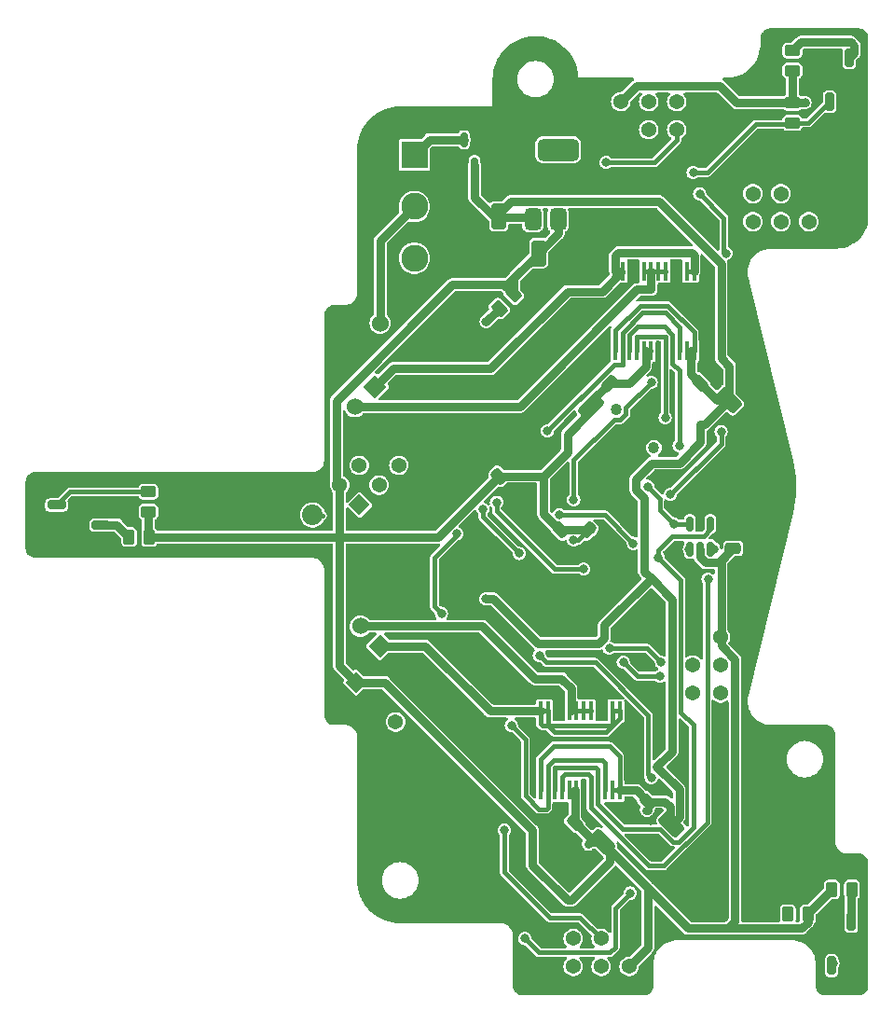
<source format=gbl>
G04 #@! TF.GenerationSoftware,KiCad,Pcbnew,8.0.1*
G04 #@! TF.CreationDate,2024-06-04T09:08:57+02:00*
G04 #@! TF.ProjectId,minisumo_pcb,6d696e69-7375-46d6-9f5f-7063622e6b69,rev?*
G04 #@! TF.SameCoordinates,Original*
G04 #@! TF.FileFunction,Copper,L2,Bot*
G04 #@! TF.FilePolarity,Positive*
%FSLAX46Y46*%
G04 Gerber Fmt 4.6, Leading zero omitted, Abs format (unit mm)*
G04 Created by KiCad (PCBNEW 8.0.1) date 2024-06-04 09:08:57*
%MOMM*%
%LPD*%
G01*
G04 APERTURE LIST*
G04 Aperture macros list*
%AMRoundRect*
0 Rectangle with rounded corners*
0 $1 Rounding radius*
0 $2 $3 $4 $5 $6 $7 $8 $9 X,Y pos of 4 corners*
0 Add a 4 corners polygon primitive as box body*
4,1,4,$2,$3,$4,$5,$6,$7,$8,$9,$2,$3,0*
0 Add four circle primitives for the rounded corners*
1,1,$1+$1,$2,$3*
1,1,$1+$1,$4,$5*
1,1,$1+$1,$6,$7*
1,1,$1+$1,$8,$9*
0 Add four rect primitives between the rounded corners*
20,1,$1+$1,$2,$3,$4,$5,0*
20,1,$1+$1,$4,$5,$6,$7,0*
20,1,$1+$1,$6,$7,$8,$9,0*
20,1,$1+$1,$8,$9,$2,$3,0*%
%AMRotRect*
0 Rectangle, with rotation*
0 The origin of the aperture is its center*
0 $1 length*
0 $2 width*
0 $3 Rotation angle, in degrees counterclockwise*
0 Add horizontal line*
21,1,$1,$2,0,0,$3*%
G04 Aperture macros list end*
G04 #@! TA.AperFunction,ComponentPad*
%ADD10R,1.370000X1.370000*%
G04 #@! TD*
G04 #@! TA.AperFunction,ComponentPad*
%ADD11C,1.370000*%
G04 #@! TD*
G04 #@! TA.AperFunction,SMDPad,CuDef*
%ADD12RoundRect,0.250000X-0.412500X-0.925000X0.412500X-0.925000X0.412500X0.925000X-0.412500X0.925000X0*%
G04 #@! TD*
G04 #@! TA.AperFunction,SMDPad,CuDef*
%ADD13RoundRect,0.250000X0.412500X0.925000X-0.412500X0.925000X-0.412500X-0.925000X0.412500X-0.925000X0*%
G04 #@! TD*
G04 #@! TA.AperFunction,ComponentPad*
%ADD14RotRect,1.530000X1.530000X315.000000*%
G04 #@! TD*
G04 #@! TA.AperFunction,ComponentPad*
%ADD15C,1.530000*%
G04 #@! TD*
G04 #@! TA.AperFunction,ComponentPad*
%ADD16R,2.450000X2.450000*%
G04 #@! TD*
G04 #@! TA.AperFunction,ComponentPad*
%ADD17C,2.450000*%
G04 #@! TD*
G04 #@! TA.AperFunction,ComponentPad*
%ADD18RotRect,1.370000X1.370000X135.000000*%
G04 #@! TD*
G04 #@! TA.AperFunction,ComponentPad*
%ADD19C,1.030000*%
G04 #@! TD*
G04 #@! TA.AperFunction,SMDPad,CuDef*
%ADD20RoundRect,0.250000X-0.512652X-0.159099X-0.159099X-0.512652X0.512652X0.159099X0.159099X0.512652X0*%
G04 #@! TD*
G04 #@! TA.AperFunction,ComponentPad*
%ADD21RotRect,1.370000X1.370000X45.000000*%
G04 #@! TD*
G04 #@! TA.AperFunction,ComponentPad*
%ADD22RotRect,1.530000X1.530000X225.000000*%
G04 #@! TD*
G04 #@! TA.AperFunction,SMDPad,CuDef*
%ADD23RoundRect,0.250000X-0.159099X0.512652X-0.512652X0.159099X0.159099X-0.512652X0.512652X-0.159099X0*%
G04 #@! TD*
G04 #@! TA.AperFunction,ComponentPad*
%ADD24C,1.875000*%
G04 #@! TD*
G04 #@! TA.AperFunction,ComponentPad*
%ADD25RotRect,1.530000X1.530000X45.000000*%
G04 #@! TD*
G04 #@! TA.AperFunction,SMDPad,CuDef*
%ADD26R,0.450000X1.750000*%
G04 #@! TD*
G04 #@! TA.AperFunction,SMDPad,CuDef*
%ADD27RoundRect,0.250000X0.262500X0.450000X-0.262500X0.450000X-0.262500X-0.450000X0.262500X-0.450000X0*%
G04 #@! TD*
G04 #@! TA.AperFunction,SMDPad,CuDef*
%ADD28RoundRect,0.197500X0.632500X-0.197500X0.632500X0.197500X-0.632500X0.197500X-0.632500X-0.197500X0*%
G04 #@! TD*
G04 #@! TA.AperFunction,SMDPad,CuDef*
%ADD29RoundRect,0.250000X-0.262500X-0.450000X0.262500X-0.450000X0.262500X0.450000X-0.262500X0.450000X0*%
G04 #@! TD*
G04 #@! TA.AperFunction,SMDPad,CuDef*
%ADD30RoundRect,0.250000X0.512652X0.159099X0.159099X0.512652X-0.512652X-0.159099X-0.159099X-0.512652X0*%
G04 #@! TD*
G04 #@! TA.AperFunction,SMDPad,CuDef*
%ADD31RoundRect,0.250000X0.945755X0.362392X0.362392X0.945755X-0.945755X-0.362392X-0.362392X-0.945755X0*%
G04 #@! TD*
G04 #@! TA.AperFunction,SMDPad,CuDef*
%ADD32RoundRect,0.250000X0.475000X-0.250000X0.475000X0.250000X-0.475000X0.250000X-0.475000X-0.250000X0*%
G04 #@! TD*
G04 #@! TA.AperFunction,SMDPad,CuDef*
%ADD33RoundRect,0.250000X-0.362392X0.945755X-0.945755X0.362392X0.362392X-0.945755X0.945755X-0.362392X0*%
G04 #@! TD*
G04 #@! TA.AperFunction,SMDPad,CuDef*
%ADD34RoundRect,0.250000X0.362392X-0.945755X0.945755X-0.362392X-0.362392X0.945755X-0.945755X0.362392X0*%
G04 #@! TD*
G04 #@! TA.AperFunction,SMDPad,CuDef*
%ADD35RoundRect,0.150000X-0.150000X0.512500X-0.150000X-0.512500X0.150000X-0.512500X0.150000X0.512500X0*%
G04 #@! TD*
G04 #@! TA.AperFunction,SMDPad,CuDef*
%ADD36RoundRect,0.250000X0.159099X-0.512652X0.512652X-0.159099X-0.159099X0.512652X-0.512652X0.159099X0*%
G04 #@! TD*
G04 #@! TA.AperFunction,SMDPad,CuDef*
%ADD37RoundRect,0.197500X0.197500X0.632500X-0.197500X0.632500X-0.197500X-0.632500X0.197500X-0.632500X0*%
G04 #@! TD*
G04 #@! TA.AperFunction,SMDPad,CuDef*
%ADD38RoundRect,0.250000X0.450000X-0.262500X0.450000X0.262500X-0.450000X0.262500X-0.450000X-0.262500X0*%
G04 #@! TD*
G04 #@! TA.AperFunction,SMDPad,CuDef*
%ADD39RoundRect,0.375000X0.375000X-0.625000X0.375000X0.625000X-0.375000X0.625000X-0.375000X-0.625000X0*%
G04 #@! TD*
G04 #@! TA.AperFunction,SMDPad,CuDef*
%ADD40RoundRect,0.500000X1.400000X-0.500000X1.400000X0.500000X-1.400000X0.500000X-1.400000X-0.500000X0*%
G04 #@! TD*
G04 #@! TA.AperFunction,SMDPad,CuDef*
%ADD41RoundRect,0.250000X-0.132583X0.503814X-0.503814X0.132583X0.132583X-0.503814X0.503814X-0.132583X0*%
G04 #@! TD*
G04 #@! TA.AperFunction,SMDPad,CuDef*
%ADD42RoundRect,0.250000X-0.450000X0.262500X-0.450000X-0.262500X0.450000X-0.262500X0.450000X0.262500X0*%
G04 #@! TD*
G04 #@! TA.AperFunction,ViaPad*
%ADD43C,0.800000*%
G04 #@! TD*
G04 #@! TA.AperFunction,ViaPad*
%ADD44C,0.600000*%
G04 #@! TD*
G04 #@! TA.AperFunction,Conductor*
%ADD45C,0.431800*%
G04 #@! TD*
G04 #@! TA.AperFunction,Conductor*
%ADD46C,0.381000*%
G04 #@! TD*
G04 #@! TA.AperFunction,Conductor*
%ADD47C,0.762000*%
G04 #@! TD*
G04 APERTURE END LIST*
D10*
X139014200Y-113284000D03*
D11*
X141554200Y-113284000D03*
X139014200Y-115824000D03*
X141554200Y-115824000D03*
X139014200Y-118363999D03*
X141554200Y-118364000D03*
D12*
X125030700Y-78435200D03*
X128105700Y-78435200D03*
D13*
X121400100Y-75082400D03*
X118325100Y-75082400D03*
D14*
X110645561Y-114091242D03*
D15*
X108849509Y-112295190D03*
D16*
X113747535Y-69493216D03*
D17*
X113747535Y-74193216D03*
X113747535Y-78893216D03*
D18*
X108451484Y-117397165D03*
D11*
X110247535Y-119193216D03*
X112043586Y-120989267D03*
D19*
X135495341Y-96100341D03*
X132044659Y-92649659D03*
D10*
X132497500Y-67213216D03*
D11*
X132497500Y-64673216D03*
X135037500Y-67213216D03*
X135037500Y-64673216D03*
X137577500Y-67213216D03*
X137577500Y-64673216D03*
D20*
X129503249Y-103569849D03*
X130846751Y-104913351D03*
D21*
X108747535Y-101285318D03*
D11*
X106951484Y-99489267D03*
X110543586Y-99489267D03*
X108747535Y-97693216D03*
X112339637Y-97693216D03*
X110543586Y-95897164D03*
D22*
X108849509Y-86591242D03*
D15*
X110645561Y-84795190D03*
D23*
X125667849Y-104913351D03*
X127011351Y-103569849D03*
D10*
X133247535Y-140653216D03*
D11*
X133247535Y-143193216D03*
X130707535Y-140653216D03*
X130707535Y-143193216D03*
X128167535Y-140653216D03*
X128167535Y-143193216D03*
D10*
X149572500Y-73025000D03*
D11*
X149572500Y-75565000D03*
X147032500Y-73025000D03*
X147032500Y-75565000D03*
X144492501Y-73025000D03*
X144492500Y-75565000D03*
D24*
X97997535Y-102193216D03*
X104497535Y-102193216D03*
D25*
X110145561Y-90565190D03*
D15*
X108349509Y-92361242D03*
D26*
X125225000Y-120000000D03*
X125875000Y-120000000D03*
X126525000Y-120000001D03*
X127175000Y-120000000D03*
X127824999Y-120000000D03*
X128475000Y-120000000D03*
X129125000Y-120000000D03*
X129775001Y-120000000D03*
X130425000Y-120000000D03*
X131075000Y-120000001D03*
X131725000Y-120000000D03*
X132375000Y-120000000D03*
X132375000Y-127200000D03*
X131725000Y-127200000D03*
X131075000Y-127199999D03*
X130425000Y-127200000D03*
X129775001Y-127200000D03*
X129125000Y-127200000D03*
X128475000Y-127200000D03*
X127824999Y-127200000D03*
X127175000Y-127200000D03*
X126525000Y-127199999D03*
X125875000Y-127200000D03*
X125225000Y-127200000D03*
D27*
X89660035Y-104193216D03*
X87835035Y-104193216D03*
D23*
X134920984Y-128222175D03*
X133577482Y-129565677D03*
D28*
X81247535Y-103093216D03*
X85247535Y-103093216D03*
X81247535Y-101293216D03*
X85247535Y-101293216D03*
D29*
X147663284Y-138443216D03*
X149488284Y-138443216D03*
D23*
X128321141Y-130136218D03*
X126977639Y-131479720D03*
D30*
X131481751Y-90206751D03*
X130138249Y-88863249D03*
D31*
X129809354Y-92344354D03*
X127635000Y-90170000D03*
D32*
X142700000Y-105227499D03*
X142700000Y-103327501D03*
D33*
X130787177Y-131912823D03*
X128612823Y-134087177D03*
D34*
X142297823Y-91772177D03*
X144472177Y-89597823D03*
D35*
X118250001Y-68125000D03*
X120149999Y-68125000D03*
X119200000Y-70400000D03*
D29*
X151663284Y-136193216D03*
X153488284Y-136193216D03*
D33*
X137104177Y-130281623D03*
X134929823Y-132455977D03*
D35*
X138750001Y-103002500D03*
X139700000Y-103002500D03*
X140649999Y-103002500D03*
X140649999Y-105277500D03*
X139700000Y-105277500D03*
X138750001Y-105277500D03*
D36*
X139663249Y-90206751D03*
X141006751Y-88863249D03*
D37*
X153442699Y-143116216D03*
X153442699Y-139116216D03*
X151642699Y-143116216D03*
X151642699Y-139116216D03*
D38*
X148075784Y-61855716D03*
X148075784Y-60030716D03*
X148075784Y-66605716D03*
X148075784Y-64780716D03*
D39*
X129100000Y-75343216D03*
X126800000Y-75343215D03*
X124500000Y-75343216D03*
D40*
X126800000Y-69043217D03*
D41*
X122745235Y-82154765D03*
X121454765Y-83445235D03*
D42*
X89600000Y-100087500D03*
X89600000Y-101912500D03*
D37*
X153247535Y-64693216D03*
X153247535Y-60693216D03*
X151447535Y-64693216D03*
X151447535Y-60693216D03*
D36*
X121428249Y-98671751D03*
X122771751Y-97328249D03*
D26*
X131997177Y-80047823D03*
X132647177Y-80047823D03*
X133297177Y-80047824D03*
X133947177Y-80047823D03*
X134597176Y-80047823D03*
X135247177Y-80047823D03*
X135897177Y-80047823D03*
X136547178Y-80047823D03*
X137197177Y-80047823D03*
X137847177Y-80047824D03*
X138497177Y-80047823D03*
X139147177Y-80047823D03*
X139147177Y-87247823D03*
X138497177Y-87247823D03*
X137847177Y-87247822D03*
X137197177Y-87247823D03*
X136547178Y-87247823D03*
X135897177Y-87247823D03*
X135247177Y-87247823D03*
X134597176Y-87247823D03*
X133947177Y-87247823D03*
X133297177Y-87247822D03*
X132647177Y-87247823D03*
X131997177Y-87247823D03*
D43*
X126085600Y-105308400D03*
X130846751Y-104913351D03*
X129797100Y-103569849D03*
X128216100Y-104470200D03*
X120262913Y-84637087D03*
D44*
X148945000Y-69610000D03*
X113945000Y-90610000D03*
X107945000Y-119610000D03*
X109945000Y-67610000D03*
X110945000Y-71610000D03*
X144945000Y-137610000D03*
X124945000Y-88610000D03*
X137945000Y-136610000D03*
X115945000Y-129610000D03*
X132945000Y-122610000D03*
X111945000Y-126610000D03*
X145945000Y-107610000D03*
X107945000Y-120610000D03*
X109945000Y-127610000D03*
X119945000Y-77610000D03*
X116945000Y-86610000D03*
X143945000Y-136610000D03*
X110945000Y-67610000D03*
X111945000Y-108610000D03*
X117945000Y-71610000D03*
X109945000Y-133610000D03*
X114945000Y-136610000D03*
X130945000Y-144610000D03*
X118945000Y-134610000D03*
X108945000Y-110610000D03*
X140945000Y-138610000D03*
X134945000Y-72610000D03*
X142945000Y-97610000D03*
X143945000Y-121610000D03*
X121945000Y-72610000D03*
X96945000Y-99610000D03*
X121945000Y-117610000D03*
X139945000Y-68610000D03*
X120945000Y-135610000D03*
X136945000Y-76610000D03*
X107945000Y-94610000D03*
X113945000Y-109610000D03*
X146945000Y-134610000D03*
X112945000Y-71610000D03*
X143945000Y-123610000D03*
X100945000Y-100610000D03*
X79945000Y-104610000D03*
X146945000Y-101610000D03*
X113945000Y-128610000D03*
X113945000Y-125610000D03*
X122945000Y-69610000D03*
X123945000Y-93610000D03*
X122945000Y-126610000D03*
X116945000Y-127610000D03*
X121945000Y-138610000D03*
X115945000Y-120610000D03*
X143945000Y-130610000D03*
X122945000Y-95610000D03*
X125945000Y-133610000D03*
X92945000Y-99610000D03*
X147945000Y-128610000D03*
X115945000Y-127610000D03*
X126945000Y-63610000D03*
X127945000Y-85610000D03*
X110945000Y-124610000D03*
X106945000Y-119610000D03*
X116945000Y-90610000D03*
X106945000Y-87610000D03*
X120945000Y-132610000D03*
X115945000Y-128610000D03*
X109945000Y-123610000D03*
X123945000Y-68610000D03*
X148945000Y-131610000D03*
X120945000Y-134610000D03*
X128945000Y-111610000D03*
X120945000Y-90610000D03*
X139945000Y-136610000D03*
X110945000Y-73610000D03*
X109945000Y-70610000D03*
X136945000Y-72610000D03*
X117945000Y-120610000D03*
X152945000Y-66610000D03*
X145945000Y-128610000D03*
X115945000Y-125610000D03*
X143945000Y-132610000D03*
X122945000Y-60610000D03*
X116945000Y-118610000D03*
X111945000Y-116610000D03*
X146945000Y-132610000D03*
X119945000Y-79610000D03*
X122945000Y-66610000D03*
X124945000Y-70610000D03*
X145945000Y-125610000D03*
X117945000Y-128610000D03*
X150945000Y-130610000D03*
X147945000Y-134610000D03*
X124945000Y-80610000D03*
X139979400Y-67614800D03*
D43*
X134929823Y-132455977D03*
D44*
X107945000Y-109610000D03*
X116945000Y-109610000D03*
X117945000Y-135610000D03*
X121945000Y-137610000D03*
X128945000Y-63610000D03*
X123945000Y-67610000D03*
X153945000Y-141610000D03*
X120945000Y-133610000D03*
X142945000Y-94610000D03*
X109945000Y-130610000D03*
D43*
X137795000Y-125730000D03*
D44*
X141945000Y-97610000D03*
X115945000Y-133610000D03*
X149945000Y-135610000D03*
X113945000Y-126610000D03*
X110945000Y-128610000D03*
X141945000Y-71610000D03*
X116945000Y-70610000D03*
X126945000Y-143610000D03*
X140945000Y-137610000D03*
X117945000Y-113610000D03*
X109945000Y-126610000D03*
X123945000Y-81610000D03*
X126945000Y-144610000D03*
X148945000Y-136610000D03*
X120945000Y-136610000D03*
D43*
X123190000Y-100965000D03*
D44*
X130945000Y-66610000D03*
X119945000Y-133610000D03*
X145945000Y-91610000D03*
X150945000Y-134610000D03*
X110945000Y-108610000D03*
X143945000Y-129610000D03*
X142945000Y-112610000D03*
X112945000Y-132610000D03*
X115945000Y-90610000D03*
X109945000Y-134610000D03*
X113945000Y-108610000D03*
X112945000Y-67610000D03*
X130945000Y-86610000D03*
X113945000Y-129610000D03*
X113945000Y-117610000D03*
X111945000Y-79610000D03*
X111945000Y-124610000D03*
X139945000Y-84610000D03*
X120945000Y-124610000D03*
X130945000Y-75610000D03*
X130945000Y-87610000D03*
X145945000Y-126610000D03*
X150945000Y-68610000D03*
X119945000Y-114610000D03*
X115945000Y-94610000D03*
X108945000Y-84610000D03*
X153945000Y-66610000D03*
X98945000Y-100610000D03*
X145945000Y-132610000D03*
X107945000Y-84610000D03*
X99945000Y-99610000D03*
X116945000Y-87610000D03*
X121945000Y-70610000D03*
X141945000Y-130610000D03*
X118945000Y-132610000D03*
X113945000Y-118610000D03*
X110945000Y-125610000D03*
X109945000Y-75610000D03*
X136945000Y-135610000D03*
X140945000Y-101610000D03*
X114945000Y-133610000D03*
X112945000Y-123610000D03*
X111945000Y-67610000D03*
X152945000Y-144610000D03*
X105945000Y-100610000D03*
X150945000Y-144610000D03*
X111945000Y-128610000D03*
X149945000Y-132610000D03*
X117945000Y-77610000D03*
X142945000Y-110610000D03*
X124945000Y-65610000D03*
X130945000Y-68610000D03*
X117945000Y-119610000D03*
X111945000Y-81610000D03*
X109945000Y-69610000D03*
X129945000Y-137610000D03*
X102945000Y-101610000D03*
X95945000Y-102610000D03*
X143945000Y-71610000D03*
X121945000Y-66610000D03*
X130945000Y-72610000D03*
X114945000Y-119610000D03*
X152945000Y-75610000D03*
X130945000Y-76610000D03*
X115945000Y-76610000D03*
X130945000Y-137610000D03*
X114945000Y-129610000D03*
X110945000Y-127610000D03*
X131945000Y-135610000D03*
X147945000Y-136610000D03*
X119945000Y-87610000D03*
X123945000Y-88610000D03*
D43*
X135245981Y-129933227D03*
D44*
X113945000Y-87610000D03*
X146945000Y-133610000D03*
X139945000Y-81610000D03*
X145945000Y-63610000D03*
X119945000Y-134610000D03*
X151945000Y-70610000D03*
X112945000Y-107610000D03*
X100945000Y-102610000D03*
X139945000Y-82610000D03*
D43*
X129707394Y-130135127D03*
D44*
X94945000Y-99610000D03*
X109945000Y-121610000D03*
X117945000Y-90610000D03*
X113945000Y-127610000D03*
X115945000Y-93610000D03*
X116945000Y-133610000D03*
X146945000Y-128610000D03*
X118945000Y-84610000D03*
X122945000Y-125610000D03*
X145945000Y-97610000D03*
X119945000Y-132610000D03*
X139945000Y-87610000D03*
X113945000Y-137610000D03*
X112945000Y-129610000D03*
X107945000Y-110610000D03*
X118945000Y-131610000D03*
X85945000Y-104610000D03*
X121945000Y-68610000D03*
X149945000Y-61610000D03*
X145945000Y-106610000D03*
X153945000Y-75610000D03*
X109945000Y-68610000D03*
X123945000Y-138610000D03*
X146945000Y-122610000D03*
X146945000Y-95610000D03*
X133945000Y-75610000D03*
X123945000Y-70610000D03*
X109945000Y-107610000D03*
X115945000Y-118610000D03*
X132945000Y-144610000D03*
X90945000Y-101610000D03*
X115945000Y-117610000D03*
X145945000Y-131610000D03*
X118945000Y-133610000D03*
X82945000Y-104610000D03*
X133945000Y-144610000D03*
X124945000Y-87610000D03*
X108945000Y-114610000D03*
X121945000Y-61610000D03*
X120945000Y-69610000D03*
X114945000Y-97610000D03*
X111945000Y-131610000D03*
X125945000Y-91610000D03*
X139945000Y-135610000D03*
X135945000Y-122610000D03*
X149945000Y-60610000D03*
X115945000Y-79610000D03*
X110945000Y-74610000D03*
X141945000Y-134610000D03*
X146945000Y-123610000D03*
X127945000Y-83610000D03*
X117945000Y-127610000D03*
X114945000Y-76610000D03*
X138945000Y-133610000D03*
X115945000Y-135610000D03*
X135945000Y-140610000D03*
X146945000Y-99610000D03*
X144945000Y-68610000D03*
X118945000Y-137610000D03*
X97945000Y-100610000D03*
X138945000Y-68610000D03*
X143945000Y-124610000D03*
X106945000Y-84610000D03*
X140945000Y-135610000D03*
X116945000Y-84610000D03*
X151945000Y-134610000D03*
X81945000Y-104610000D03*
X153945000Y-72610000D03*
X149945000Y-69610000D03*
X130945000Y-79610000D03*
X125945000Y-87610000D03*
X146945000Y-100610000D03*
X132945000Y-121610000D03*
X114945000Y-90610000D03*
X122945000Y-133610000D03*
X107945000Y-88610000D03*
X122945000Y-71610000D03*
X144945000Y-125610000D03*
X153945000Y-62610000D03*
X111945000Y-122610000D03*
X150945000Y-127610000D03*
X79945000Y-99610000D03*
X143945000Y-115610000D03*
X117945000Y-95610000D03*
X116945000Y-128610000D03*
X122945000Y-108610000D03*
X116945000Y-95610000D03*
X114945000Y-66610000D03*
X139945000Y-134610000D03*
X141945000Y-124610000D03*
X122945000Y-78610000D03*
X145945000Y-104610000D03*
X121945000Y-95610000D03*
X143945000Y-125610000D03*
X115945000Y-70610000D03*
X141945000Y-127610000D03*
X110945000Y-107610000D03*
X145945000Y-129610000D03*
X122945000Y-117610000D03*
X130945000Y-138610000D03*
X153945000Y-74610000D03*
X125945000Y-65610000D03*
X116945000Y-79610000D03*
X144945000Y-131610000D03*
X122945000Y-76610000D03*
X99945000Y-101610000D03*
X121945000Y-136610000D03*
X111945000Y-125610000D03*
X114945000Y-86610000D03*
X121945000Y-78610000D03*
X122945000Y-84610000D03*
X145945000Y-102610000D03*
X126945000Y-66610000D03*
X116945000Y-135610000D03*
X116945000Y-77610000D03*
D43*
X116747535Y-97193216D03*
D44*
X113945000Y-81610000D03*
X128945000Y-80610000D03*
X115945000Y-80610000D03*
X121945000Y-63610000D03*
X148945000Y-127610000D03*
X132945000Y-94610000D03*
X130945000Y-77610000D03*
X119945000Y-130610000D03*
X116945000Y-108610000D03*
X121945000Y-94610000D03*
X126945000Y-65610000D03*
X133945000Y-68610000D03*
X148945000Y-129610000D03*
X144945000Y-123610000D03*
X130945000Y-136610000D03*
X108945000Y-105610000D03*
X115945000Y-85610000D03*
X126945000Y-64610000D03*
X115945000Y-77610000D03*
X134945000Y-68610000D03*
X113945000Y-131610000D03*
X150945000Y-132610000D03*
X109945000Y-125610000D03*
X145945000Y-103610000D03*
X140335000Y-64516000D03*
X145945000Y-96610000D03*
X145945000Y-60610000D03*
X122945000Y-138610000D03*
X143945000Y-131610000D03*
X109945000Y-128610000D03*
X114945000Y-81610000D03*
X95945000Y-100610000D03*
X111945000Y-107610000D03*
X153945000Y-140610000D03*
X120945000Y-66610000D03*
X112945000Y-126610000D03*
X138945000Y-135610000D03*
X118945000Y-87610000D03*
X111945000Y-82610000D03*
X114945000Y-124610000D03*
X110945000Y-109610000D03*
X120945000Y-71610000D03*
X150945000Y-71610000D03*
X114945000Y-116610000D03*
X111945000Y-109610000D03*
X108945000Y-108610000D03*
X140945000Y-99610000D03*
X111945000Y-80610000D03*
X113945000Y-66610000D03*
X118945000Y-135610000D03*
X145945000Y-98610000D03*
X138945000Y-111610000D03*
X146945000Y-103610000D03*
X124945000Y-92610000D03*
X110945000Y-130610000D03*
X113945000Y-116610000D03*
X150945000Y-129610000D03*
X128945000Y-144610000D03*
X110945000Y-137610000D03*
D43*
X128270000Y-116840000D03*
D44*
X141945000Y-125610000D03*
X124945000Y-81610000D03*
X97945000Y-99610000D03*
X153945000Y-68610000D03*
X153945000Y-134610000D03*
X110945000Y-129610000D03*
X140945000Y-98610000D03*
D43*
X126977639Y-131479720D03*
D44*
X114945000Y-125610000D03*
D43*
X135255000Y-111125000D03*
D44*
X147945000Y-76610000D03*
X143945000Y-127610000D03*
X137945000Y-106610000D03*
X130945000Y-78610000D03*
X112945000Y-115610000D03*
X112945000Y-108610000D03*
X146945000Y-63610000D03*
X142945000Y-96610000D03*
X141945000Y-98610000D03*
X119945000Y-93610000D03*
X119945000Y-82610000D03*
X130945000Y-71610000D03*
X119945000Y-136610000D03*
X114945000Y-135610000D03*
X114945000Y-128610000D03*
X125945000Y-92610000D03*
X114945000Y-126610000D03*
X147945000Y-133610000D03*
X139945000Y-137610000D03*
X145945000Y-105610000D03*
X127945000Y-84610000D03*
X120945000Y-78610000D03*
X136945000Y-71610000D03*
X116945000Y-66610000D03*
X116945000Y-120610000D03*
X124945000Y-82610000D03*
X146945000Y-102610000D03*
X117945000Y-133610000D03*
X141945000Y-100610000D03*
X148945000Y-68610000D03*
X141945000Y-136610000D03*
X114945000Y-137610000D03*
X111945000Y-70610000D03*
X130945000Y-67610000D03*
X112945000Y-124610000D03*
X122945000Y-72610000D03*
X110945000Y-123610000D03*
X110945000Y-68610000D03*
X113945000Y-130610000D03*
X142945000Y-98610000D03*
X141945000Y-129610000D03*
X109945000Y-110610000D03*
X102945000Y-99610000D03*
X116945000Y-134610000D03*
X149945000Y-126610000D03*
X116945000Y-72610000D03*
X119945000Y-135610000D03*
X122945000Y-64610000D03*
X131945000Y-75610000D03*
X110945000Y-110610000D03*
X134945000Y-92610000D03*
X123945000Y-89610000D03*
X147945000Y-129610000D03*
X109945000Y-71610000D03*
X142945000Y-100610000D03*
X144945000Y-129610000D03*
D43*
X141605000Y-67310000D03*
D44*
X110945000Y-66610000D03*
X150945000Y-133610000D03*
X117945000Y-87610000D03*
X149945000Y-130610000D03*
X117945000Y-132610000D03*
X121945000Y-62610000D03*
X144907000Y-62611000D03*
X149945000Y-70610000D03*
X86945000Y-101610000D03*
X118945000Y-128610000D03*
X143945000Y-138610000D03*
X123945000Y-83610000D03*
X111945000Y-110610000D03*
X115945000Y-75610000D03*
X106945000Y-86610000D03*
X113945000Y-123610000D03*
X138945000Y-134610000D03*
X138945000Y-81610000D03*
X120945000Y-94610000D03*
X149945000Y-127610000D03*
X123945000Y-94610000D03*
X141945000Y-135610000D03*
X125945000Y-85610000D03*
X139945000Y-138610000D03*
X144932400Y-63627000D03*
X114945000Y-87610000D03*
X115945000Y-73610000D03*
X124945000Y-86610000D03*
X147945000Y-68610000D03*
X115945000Y-130610000D03*
X120945000Y-93610000D03*
X111945000Y-129610000D03*
X131945000Y-144610000D03*
X153945000Y-67610000D03*
X102945000Y-100610000D03*
X110945000Y-132610000D03*
X139945000Y-86610000D03*
X120945000Y-79610000D03*
X96945000Y-100610000D03*
X113945000Y-76610000D03*
X144945000Y-130610000D03*
X109945000Y-129610000D03*
X145945000Y-59610000D03*
X144945000Y-126610000D03*
X107945000Y-107610000D03*
X150945000Y-128610000D03*
X117945000Y-79610000D03*
X126945000Y-134610000D03*
X126945000Y-80610000D03*
X129945000Y-144610000D03*
X143945000Y-137610000D03*
X106945000Y-89610000D03*
X146945000Y-126610000D03*
X146945000Y-129610000D03*
X126945000Y-128610000D03*
X117945000Y-130610000D03*
X145945000Y-93610000D03*
X135945000Y-139610000D03*
X112945000Y-83610000D03*
X122945000Y-94610000D03*
X149945000Y-131610000D03*
X95945000Y-101610000D03*
X112945000Y-109610000D03*
X107945000Y-102610000D03*
X112945000Y-125610000D03*
X116945000Y-132610000D03*
X115945000Y-132610000D03*
X121945000Y-89610000D03*
X113945000Y-97610000D03*
X145945000Y-123610000D03*
X127945000Y-112610000D03*
X130945000Y-63610000D03*
X91945000Y-102610000D03*
X145945000Y-122610000D03*
X138945000Y-82610000D03*
X106945000Y-118610000D03*
X110945000Y-126610000D03*
X112945000Y-81610000D03*
X140945000Y-136610000D03*
X114945000Y-72610000D03*
X122945000Y-83610000D03*
X121945000Y-64610000D03*
X148945000Y-130610000D03*
X146945000Y-130610000D03*
X116945000Y-136610000D03*
X107945000Y-114610000D03*
X127945000Y-65610000D03*
X116945000Y-69610000D03*
X123945000Y-65610000D03*
X113945000Y-115610000D03*
X112945000Y-82610000D03*
X127945000Y-62610000D03*
X146945000Y-135610000D03*
X131945000Y-142610000D03*
X135945000Y-72610000D03*
X116945000Y-119610000D03*
X122945000Y-65610000D03*
X123945000Y-71610000D03*
X111945000Y-68610000D03*
X138945000Y-137610000D03*
X116945000Y-137610000D03*
X109945000Y-108610000D03*
X115945000Y-134610000D03*
X114945000Y-118610000D03*
X110945000Y-70610000D03*
X80945000Y-104610000D03*
X124945000Y-144610000D03*
X142945000Y-108610000D03*
X153945000Y-70610000D03*
X112945000Y-130610000D03*
X152945000Y-74610000D03*
X136945000Y-70610000D03*
X102945000Y-102610000D03*
X108945000Y-83610000D03*
X116945000Y-131610000D03*
X91945000Y-101610000D03*
X118945000Y-79610000D03*
X115945000Y-126610000D03*
X131945000Y-143610000D03*
X109945000Y-122610000D03*
X117945000Y-70610000D03*
X151945000Y-76610000D03*
X126945000Y-61610000D03*
X106945000Y-88610000D03*
X124945000Y-72610000D03*
X112945000Y-110610000D03*
X118945000Y-90610000D03*
X144945000Y-138610000D03*
X141945000Y-101610000D03*
X122945000Y-90610000D03*
X113945000Y-110610000D03*
X107945000Y-108610000D03*
X142945000Y-99610000D03*
X111945000Y-69610000D03*
X116945000Y-71610000D03*
X119945000Y-115610000D03*
X112945000Y-66610000D03*
X99945000Y-100610000D03*
X112945000Y-117610000D03*
X144945000Y-124610000D03*
X149945000Y-134610000D03*
X150945000Y-70610000D03*
X125945000Y-80610000D03*
X127945000Y-144610000D03*
X115945000Y-86610000D03*
X120945000Y-116610000D03*
X101945000Y-101610000D03*
X144945000Y-71610000D03*
X121945000Y-116610000D03*
X142945000Y-111610000D03*
X140004800Y-66725800D03*
X117945000Y-72610000D03*
X119945000Y-124610000D03*
X109945000Y-109610000D03*
X148945000Y-132610000D03*
X149945000Y-67610000D03*
X99945000Y-102610000D03*
X90945000Y-102610000D03*
X142945000Y-95610000D03*
X109945000Y-120610000D03*
X142945000Y-71610000D03*
X132945000Y-68610000D03*
X142945000Y-109610000D03*
X115945000Y-72610000D03*
X151945000Y-75610000D03*
X145945000Y-133610000D03*
X101945000Y-99610000D03*
X145945000Y-94610000D03*
X126945000Y-86610000D03*
X147945000Y-135610000D03*
X111945000Y-72610000D03*
X153945000Y-69610000D03*
X119945000Y-78610000D03*
X117945000Y-134610000D03*
X112945000Y-131610000D03*
X115945000Y-136610000D03*
X120945000Y-137610000D03*
X119945000Y-137610000D03*
X146945000Y-98610000D03*
X145945000Y-124610000D03*
X128945000Y-112610000D03*
X127945000Y-72610000D03*
X117945000Y-83610000D03*
X148945000Y-70610000D03*
X116945000Y-130610000D03*
X114945000Y-117610000D03*
X128945000Y-84610000D03*
X142945000Y-85610000D03*
X145945000Y-61610000D03*
X144945000Y-127610000D03*
X144945000Y-122610000D03*
X145945000Y-134610000D03*
X149945000Y-128610000D03*
X117945000Y-109610000D03*
X109945000Y-74610000D03*
X118945000Y-78610000D03*
X126945000Y-60610000D03*
X101945000Y-102610000D03*
X123945000Y-72610000D03*
X116945000Y-94610000D03*
X118945000Y-83610000D03*
X143945000Y-128610000D03*
X122945000Y-118610000D03*
X112945000Y-90610000D03*
X127945000Y-71610000D03*
X82945000Y-103610000D03*
X95945000Y-99610000D03*
X149945000Y-62610000D03*
X113945000Y-107610000D03*
X117945000Y-69610000D03*
X117945000Y-66610000D03*
X114945000Y-134610000D03*
X121945000Y-77610000D03*
X136945000Y-81610000D03*
X147945000Y-130610000D03*
X119945000Y-129610000D03*
X108945000Y-109610000D03*
X145945000Y-95610000D03*
X121945000Y-90610000D03*
X118945000Y-82610000D03*
X152945000Y-134610000D03*
X143945000Y-126610000D03*
X124945000Y-66610000D03*
X115945000Y-78610000D03*
X142945000Y-84610000D03*
X153945000Y-73610000D03*
X111945000Y-84610000D03*
X120945000Y-125610000D03*
X112945000Y-116610000D03*
X139945000Y-85610000D03*
X151945000Y-144610000D03*
X140945000Y-133610000D03*
X122945000Y-127610000D03*
X132945000Y-138610000D03*
D43*
X113030000Y-101600000D03*
D44*
X152945000Y-76610000D03*
X147945000Y-126610000D03*
X128945000Y-64610000D03*
X118945000Y-77610000D03*
X83945000Y-104610000D03*
X113945000Y-132610000D03*
X114945000Y-132610000D03*
X126945000Y-84610000D03*
X147945000Y-127610000D03*
X122945000Y-88610000D03*
X114945000Y-131610000D03*
X119945000Y-123610000D03*
X150945000Y-76610000D03*
X148945000Y-128610000D03*
X93945000Y-99610000D03*
X113945000Y-82610000D03*
X125945000Y-81610000D03*
X119945000Y-66610000D03*
X114945000Y-80610000D03*
X118945000Y-129610000D03*
X142945000Y-86610000D03*
X141945000Y-119610000D03*
X128945000Y-83610000D03*
X140945000Y-68610000D03*
X115945000Y-66610000D03*
X113945000Y-96610000D03*
X144945000Y-128610000D03*
X146945000Y-127610000D03*
X116945000Y-78610000D03*
X118945000Y-136610000D03*
X100945000Y-99610000D03*
X135945000Y-71610000D03*
X111945000Y-71610000D03*
X121945000Y-85610000D03*
X149945000Y-68610000D03*
X87945000Y-101610000D03*
X120945000Y-72610000D03*
X121945000Y-65610000D03*
X124945000Y-71610000D03*
X146945000Y-97610000D03*
X145945000Y-99610000D03*
X143945000Y-122610000D03*
X142945000Y-93610000D03*
X118945000Y-123610000D03*
X117945000Y-78610000D03*
X131945000Y-68610000D03*
X110945000Y-69610000D03*
X140945000Y-100610000D03*
X106945000Y-85610000D03*
X120945000Y-123610000D03*
X114945000Y-127610000D03*
X122945000Y-70610000D03*
X115945000Y-137610000D03*
X111945000Y-115610000D03*
X150945000Y-126610000D03*
X123945000Y-59610000D03*
X129945000Y-67610000D03*
X123945000Y-66610000D03*
X131945000Y-76610000D03*
X139445000Y-64510000D03*
X132945000Y-76610000D03*
X138945000Y-83610000D03*
X127945000Y-80610000D03*
X92945000Y-102610000D03*
X122945000Y-93610000D03*
X144945000Y-132610000D03*
X116945000Y-129610000D03*
X115945000Y-69610000D03*
X109945000Y-115610000D03*
X108945000Y-113610000D03*
X148945000Y-134610000D03*
X146945000Y-125610000D03*
X121945000Y-71610000D03*
X112945000Y-128610000D03*
X145945000Y-100610000D03*
X111945000Y-83610000D03*
X119945000Y-131610000D03*
X111945000Y-123610000D03*
X144945000Y-133610000D03*
X145945000Y-92610000D03*
X120945000Y-86610000D03*
X151945000Y-133610000D03*
X115945000Y-131610000D03*
X110945000Y-131610000D03*
X141945000Y-126610000D03*
X117945000Y-131610000D03*
X117945000Y-137610000D03*
X152945000Y-140610000D03*
X122945000Y-77610000D03*
X94945000Y-101610000D03*
X122945000Y-137610000D03*
X117945000Y-129610000D03*
X153945000Y-71610000D03*
X109945000Y-124610000D03*
X149945000Y-129610000D03*
X137945000Y-135610000D03*
X84945000Y-104610000D03*
X150945000Y-69610000D03*
X132945000Y-75610000D03*
X119945000Y-90610000D03*
X122945000Y-67610000D03*
X147945000Y-132610000D03*
X145945000Y-138610000D03*
X125945000Y-86610000D03*
X145945000Y-62610000D03*
X117945000Y-110610000D03*
X121945000Y-69610000D03*
X140945000Y-134610000D03*
X127945000Y-63610000D03*
X111945000Y-130610000D03*
X110945000Y-122610000D03*
X120945000Y-77610000D03*
X149945000Y-71610000D03*
X139945000Y-132610000D03*
X111945000Y-66610000D03*
D43*
X113030000Y-99695000D03*
D44*
X134945000Y-112610000D03*
X110945000Y-72610000D03*
X98945000Y-99610000D03*
X114945000Y-130610000D03*
X138945000Y-67610000D03*
D43*
X122771751Y-97328249D03*
D44*
X149945000Y-133610000D03*
X118945000Y-66610000D03*
X109945000Y-73610000D03*
X139945000Y-133610000D03*
X94945000Y-100610000D03*
X116945000Y-126610000D03*
X108945000Y-115610000D03*
X108945000Y-107610000D03*
X123945000Y-144610000D03*
X141945000Y-128610000D03*
X111945000Y-90610000D03*
X121945000Y-79610000D03*
X125945000Y-66610000D03*
X118945000Y-113610000D03*
X111945000Y-132610000D03*
X108945000Y-120610000D03*
X153945000Y-144610000D03*
X116945000Y-85610000D03*
X142945000Y-107610000D03*
X147945000Y-131610000D03*
X125945000Y-144610000D03*
X127945000Y-64610000D03*
X109945000Y-136610000D03*
X145945000Y-101610000D03*
X114945000Y-71610000D03*
X117945000Y-84610000D03*
X129945000Y-68610000D03*
X93945000Y-100610000D03*
X112945000Y-127610000D03*
X139945000Y-83610000D03*
X120945000Y-115610000D03*
X122945000Y-132610000D03*
X109945000Y-131610000D03*
X126945000Y-129610000D03*
X109945000Y-135610000D03*
X145945000Y-130610000D03*
X129945000Y-138610000D03*
X107945000Y-113610000D03*
X148945000Y-135610000D03*
X150945000Y-131610000D03*
X133945000Y-76610000D03*
X123945000Y-87610000D03*
X141945000Y-137610000D03*
X127945000Y-70610000D03*
X100945000Y-101610000D03*
X123945000Y-69610000D03*
X126945000Y-85610000D03*
X142945000Y-101610000D03*
X111945000Y-73610000D03*
X118945000Y-120610000D03*
X141945000Y-99610000D03*
X112945000Y-80610000D03*
X148945000Y-71610000D03*
X118945000Y-130610000D03*
X150945000Y-122610000D03*
X146945000Y-67610000D03*
X121945000Y-67610000D03*
X108945000Y-119610000D03*
X118945000Y-114610000D03*
X101945000Y-100610000D03*
X111945000Y-127610000D03*
X122945000Y-68610000D03*
X146945000Y-131610000D03*
X124945000Y-59610000D03*
X109945000Y-72610000D03*
X113945000Y-71610000D03*
X146945000Y-96610000D03*
X148945000Y-133610000D03*
X129945000Y-63610000D03*
X137945000Y-134610000D03*
X120945000Y-70610000D03*
X134945000Y-71610000D03*
X115945000Y-74610000D03*
X113945000Y-124610000D03*
X145945000Y-127610000D03*
X80945000Y-99610000D03*
X115945000Y-119610000D03*
D43*
X116297598Y-100872402D03*
D44*
X151945000Y-69610000D03*
X111945000Y-78610000D03*
X115945000Y-71610000D03*
X121945000Y-93610000D03*
X125945000Y-129610000D03*
X115945000Y-87610000D03*
X117945000Y-136610000D03*
X122945000Y-89610000D03*
X109945000Y-132610000D03*
X138945000Y-136610000D03*
D43*
X129133600Y-107111800D03*
X121208536Y-101041464D03*
X120234575Y-109823868D03*
X149225000Y-64770000D03*
X126800000Y-75343215D03*
X121428249Y-98671751D03*
X132717577Y-115569141D03*
X136045500Y-116840000D03*
X121920000Y-130810000D03*
X131445000Y-114300000D03*
X136179000Y-115570000D03*
X131157823Y-70197822D03*
X140931000Y-105277500D03*
X140417718Y-108032718D03*
X136525000Y-93370400D03*
X138719000Y-105277500D03*
X134926319Y-99612181D03*
X137795000Y-95902518D03*
X137292500Y-103002500D03*
X126898400Y-102158800D03*
X135890000Y-106045000D03*
X133639000Y-104775000D03*
X89600000Y-100087500D03*
X128214849Y-100820856D03*
X135255000Y-90170000D03*
X139065000Y-71120000D03*
X125095000Y-114935000D03*
X147663284Y-138443216D03*
X151765000Y-142875000D03*
X135255000Y-126034932D03*
X125837177Y-94561683D03*
X117579827Y-103907517D03*
X122555000Y-121285000D03*
X116205000Y-111125000D03*
X119950697Y-101664303D03*
X123288433Y-105690703D03*
X139657498Y-73025000D03*
X142058922Y-78441578D03*
X137004500Y-100330000D03*
X141605000Y-94615000D03*
X133350000Y-136525000D03*
X123795035Y-140653216D03*
D45*
X128602898Y-104470200D02*
X129503249Y-103569849D01*
X128216100Y-104470200D02*
X128602898Y-104470200D01*
D46*
X121208536Y-101828336D02*
X121208536Y-101041464D01*
X126492000Y-107111800D02*
X121208536Y-101828336D01*
X129133600Y-107111800D02*
X126492000Y-107111800D01*
D47*
X127620951Y-103519049D02*
X129274649Y-103519049D01*
X126871305Y-103519049D02*
X127620951Y-103519049D01*
X125483249Y-102130993D02*
X126871305Y-103519049D01*
X125483249Y-98671751D02*
X125483249Y-102130993D01*
X129992177Y-91696325D02*
X131481751Y-90206751D01*
X129992177Y-92527177D02*
X129992177Y-91696325D01*
X125483249Y-98671751D02*
X127635000Y-96520000D01*
X127635000Y-96520000D02*
X127635000Y-94884354D01*
X121428249Y-98671751D02*
X125483249Y-98671751D01*
X127635000Y-94884354D02*
X129992177Y-92527177D01*
D46*
X131048200Y-102184200D02*
X133639000Y-104775000D01*
X126923800Y-102184200D02*
X131048200Y-102184200D01*
X126898400Y-102158800D02*
X126923800Y-102184200D01*
D47*
X127981000Y-117938344D02*
X127981000Y-120000000D01*
X127111256Y-117068600D02*
X127981000Y-117938344D01*
X124688600Y-117068600D02*
X127111256Y-117068600D01*
X108849509Y-112295190D02*
X119915190Y-112295190D01*
X119915190Y-112295190D02*
X124688600Y-117068600D01*
X121454765Y-83445235D02*
X120262913Y-84637087D01*
X129100000Y-77430716D02*
X129100000Y-75343216D01*
X81383973Y-103093216D02*
X81247535Y-103093216D01*
X151642699Y-139116216D02*
X151642699Y-141179778D01*
X151447535Y-60693216D02*
X151447535Y-62756778D01*
X153442699Y-142979778D02*
X153442699Y-143116216D01*
X151447535Y-62756778D02*
X153247535Y-64556778D01*
D45*
X129125000Y-127200000D02*
X129125000Y-129552733D01*
D46*
X122771751Y-97328249D02*
X116882568Y-97328249D01*
X137197177Y-80047823D02*
X137847177Y-80047824D01*
D45*
X133945032Y-129933227D02*
X133577482Y-129565677D01*
D47*
X153247535Y-64556778D02*
X153247535Y-64693216D01*
X127837500Y-78693216D02*
X129100000Y-77430716D01*
D46*
X133297177Y-80047824D02*
X133947177Y-80047823D01*
D45*
X135245981Y-129933227D02*
X133945032Y-129933227D01*
X129125000Y-129552733D02*
X129707394Y-130135127D01*
D46*
X116882568Y-97328249D02*
X116747535Y-97193216D01*
X127175000Y-120000000D02*
X126525000Y-120000001D01*
D47*
X85247535Y-101293216D02*
X83183973Y-101293216D01*
X83183973Y-101293216D02*
X81383973Y-103093216D01*
D46*
X139700000Y-113665000D02*
X139700000Y-113625000D01*
D45*
X116297598Y-100872402D02*
X119841751Y-97328249D01*
X119841751Y-97328249D02*
X122771751Y-97328249D01*
D47*
X151642699Y-141179778D02*
X153442699Y-142979778D01*
D46*
X130425000Y-120000000D02*
X131075000Y-120000001D01*
X104539319Y-102235000D02*
X105410000Y-102235000D01*
X104497535Y-101957535D02*
X104140000Y-101600000D01*
D47*
X130990249Y-113326723D02*
X130990249Y-112214751D01*
X120934363Y-109823868D02*
X125000745Y-113890250D01*
X140090000Y-93980000D02*
X142297823Y-91772177D01*
D45*
X125225000Y-124330000D02*
X126365000Y-123190000D01*
X136747579Y-83185000D02*
X139147177Y-85584598D01*
D47*
X134620000Y-100693206D02*
X133862500Y-99935706D01*
X133862500Y-99935706D02*
X133862500Y-98937500D01*
X135753500Y-125075844D02*
X137160000Y-123669344D01*
X142355301Y-88683033D02*
X141605000Y-87932732D01*
X137795000Y-127117344D02*
X135753500Y-125075844D01*
D45*
X125225000Y-127200000D02*
X125225000Y-124330000D01*
D47*
X134927177Y-128992822D02*
X134803432Y-128992822D01*
X139700000Y-93980000D02*
X140090000Y-93980000D01*
X120234575Y-109823868D02*
X120934363Y-109823868D01*
X139700000Y-95583360D02*
X139700000Y-93980000D01*
X134620000Y-107315000D02*
X134620000Y-100693206D01*
X135312823Y-97487177D02*
X133862500Y-98937500D01*
X136477175Y-128222175D02*
X134920984Y-128222175D01*
X121037500Y-75200000D02*
X124356784Y-75200000D01*
X137796183Y-97487177D02*
X139700000Y-95583360D01*
X141228675Y-91772177D02*
X139663249Y-90206751D01*
X137795000Y-129590800D02*
X137795000Y-127117344D01*
X138885000Y-89428502D02*
X138885000Y-87247823D01*
X119200000Y-73362500D02*
X121037500Y-75200000D01*
X142297823Y-91772177D02*
X142355301Y-91714699D01*
X135312823Y-97487177D02*
X137796183Y-97487177D01*
X135992215Y-73762215D02*
X122475285Y-73762215D01*
X125000745Y-113890250D02*
X130426722Y-113890250D01*
X124356784Y-75200000D02*
X124500000Y-75343216D01*
D46*
X138885000Y-87247823D02*
X139147177Y-87247823D01*
D47*
X142297823Y-91772177D02*
X141228675Y-91772177D01*
X122475285Y-73762215D02*
X121037500Y-75200000D01*
D45*
X131445000Y-123190000D02*
X132375000Y-124120000D01*
X132375000Y-124120000D02*
X132375000Y-127200000D01*
X139147177Y-85584598D02*
X139147177Y-87247823D01*
D47*
X136980432Y-130281622D02*
X136980432Y-128725432D01*
X137104177Y-130281623D02*
X137795000Y-129590800D01*
D45*
X126365000Y-123190000D02*
X131445000Y-123190000D01*
X131997177Y-87247823D02*
X131997177Y-85440927D01*
D47*
X130426722Y-113890250D02*
X130990249Y-113326723D01*
X119200000Y-70400000D02*
X119200000Y-73362500D01*
X130990249Y-112214751D02*
X135255000Y-107950000D01*
X137160000Y-109855000D02*
X135255000Y-107950000D01*
X137160000Y-123669344D02*
X137160000Y-109855000D01*
X141605000Y-87932732D02*
X141605000Y-79375000D01*
D46*
X138497177Y-87247823D02*
X138885000Y-87247823D01*
D47*
X141605000Y-79375000D02*
X135992215Y-73762215D01*
D46*
X131725000Y-127200000D02*
X132375000Y-127200000D01*
D47*
X135255000Y-107950000D02*
X134620000Y-107315000D01*
D45*
X131997177Y-85440927D02*
X134253104Y-83185000D01*
D47*
X133898809Y-127200000D02*
X132375000Y-127200000D01*
D45*
X134253104Y-83185000D02*
X136747579Y-83185000D01*
D47*
X134920984Y-128222175D02*
X133898809Y-127200000D01*
X136980432Y-128725432D02*
X136477175Y-128222175D01*
X139663249Y-90206751D02*
X138885000Y-89428502D01*
X142355301Y-91714699D02*
X142355301Y-88683033D01*
X118940000Y-101160000D02*
X121428249Y-98671751D01*
X117195600Y-81280000D02*
X121870470Y-81280000D01*
X128319000Y-130134077D02*
X128319000Y-127200000D01*
X140193053Y-106521000D02*
X139700000Y-106027947D01*
X141605000Y-114067105D02*
X141605000Y-106322499D01*
X115906784Y-104193216D02*
X118940000Y-101160000D01*
X148075784Y-64780716D02*
X148075784Y-61855716D01*
X134513535Y-135639181D02*
X134950200Y-136075846D01*
X149488284Y-139143216D02*
X149488284Y-138443216D01*
X130787177Y-131912823D02*
X130097746Y-131912823D01*
X127635000Y-137160000D02*
X124460000Y-133985000D01*
X129707177Y-131912823D02*
X129540000Y-132080000D01*
X149488284Y-138443216D02*
X149488284Y-138368216D01*
X134513535Y-135639181D02*
X138598570Y-139724216D01*
X130787177Y-131912823D02*
X129707177Y-131912823D01*
X130787177Y-131912823D02*
X131517177Y-132642823D01*
X141605000Y-106322499D02*
X142700000Y-105227499D01*
X142700000Y-105227499D02*
X141406499Y-106521000D01*
X124460000Y-130810000D02*
X111047165Y-117397165D01*
X133250249Y-90206751D02*
X134753177Y-88703823D01*
X131481751Y-90206751D02*
X133250249Y-90206751D01*
X106951484Y-99489267D02*
X106654600Y-99192383D01*
X106654600Y-91821000D02*
X117195600Y-81280000D01*
X108451484Y-117397165D02*
X106951484Y-115897165D01*
X124762500Y-78693216D02*
X126800000Y-76655716D01*
X149214284Y-64780716D02*
X149225000Y-64770000D01*
X142871000Y-115333105D02*
X141605000Y-114067105D01*
X148907284Y-139724216D02*
X149488284Y-139143216D01*
X138598570Y-139724216D02*
X142240000Y-139724216D01*
X106898268Y-104193216D02*
X106951484Y-104140000D01*
X134753177Y-88703823D02*
X134753177Y-87247823D01*
X106951484Y-104140000D02*
X106951484Y-99489267D01*
X106951484Y-115897165D02*
X106951484Y-104140000D01*
X89660035Y-104193216D02*
X106898268Y-104193216D01*
D46*
X127824999Y-127200000D02*
X128475000Y-127200000D01*
D47*
X141406499Y-106521000D02*
X140193053Y-106521000D01*
X89600000Y-101912500D02*
X89600000Y-104133181D01*
X121870470Y-81280000D02*
X122745235Y-82154765D01*
X148075784Y-64780716D02*
X149214284Y-64780716D01*
X131517177Y-132642823D02*
X131517177Y-133666183D01*
X149488284Y-138368216D02*
X151663284Y-136193216D01*
X142240000Y-139724216D02*
X148907284Y-139724216D01*
X106898268Y-104193216D02*
X115906784Y-104193216D01*
X130787177Y-131912823D02*
X134513535Y-135639181D01*
X128023360Y-137160000D02*
X127635000Y-137160000D01*
X130097746Y-131912823D02*
X128321141Y-130136218D01*
X124460000Y-133985000D02*
X124460000Y-130810000D01*
X122745235Y-80710481D02*
X124762500Y-78693216D01*
X141502468Y-63271400D02*
X133899316Y-63271400D01*
X134950200Y-136075846D02*
X134950200Y-141490551D01*
X126800000Y-76655716D02*
X126800000Y-75343215D01*
X142240000Y-139724216D02*
X142871000Y-139093216D01*
X122175716Y-81280000D02*
X122745235Y-80710481D01*
X121870470Y-81280000D02*
X122175716Y-81280000D01*
D45*
X134597176Y-87247823D02*
X135247177Y-87247823D01*
D47*
X131517177Y-133666183D02*
X128023360Y-137160000D01*
X89600000Y-104133181D02*
X89660035Y-104193216D01*
X141502468Y-63271400D02*
X143011784Y-64780716D01*
X122745235Y-82154765D02*
X122745235Y-80710481D01*
X134950200Y-141490551D02*
X133247535Y-143193216D01*
X106654600Y-99192383D02*
X106654600Y-91821000D01*
X128321141Y-130136218D02*
X128319000Y-130134077D01*
X139700000Y-106027947D02*
X139700000Y-105277500D01*
X143011784Y-64780716D02*
X148075784Y-64780716D01*
X142871000Y-139093216D02*
X142871000Y-115333105D01*
X111047165Y-117397165D02*
X108451484Y-117397165D01*
X133899316Y-63271400D02*
X132497500Y-64673216D01*
D46*
X136045500Y-116840000D02*
X133988436Y-116840000D01*
X133988436Y-116840000D02*
X132717577Y-115569141D01*
X131445000Y-114300000D02*
X134909000Y-114300000D01*
X121920000Y-134620000D02*
X126060200Y-138760200D01*
X121920000Y-130810000D02*
X121920000Y-134620000D01*
X126060200Y-138760200D02*
X128814519Y-138760200D01*
X134909000Y-114300000D02*
X136179000Y-115570000D01*
X128814519Y-138760200D02*
X130707535Y-140653216D01*
X137577500Y-67213216D02*
X137577500Y-68162500D01*
X135542178Y-70197822D02*
X131157823Y-70197822D01*
X137577500Y-68162500D02*
X135542178Y-70197822D01*
X129561001Y-125730000D02*
X127389000Y-125730000D01*
X129775001Y-127200000D02*
X129775001Y-128790323D01*
X127175000Y-125944000D02*
X127175000Y-127200000D01*
X136374280Y-134047130D02*
X140335000Y-130086410D01*
X135031808Y-134047130D02*
X136374280Y-134047130D01*
X129775001Y-125944000D02*
X129561001Y-125730000D01*
X140335000Y-108115436D02*
X140417718Y-108032718D01*
X140335000Y-130086410D02*
X140335000Y-108115436D01*
X129775001Y-127200000D02*
X129775001Y-125944000D01*
X127389000Y-125730000D02*
X127175000Y-125944000D01*
X129775001Y-128790323D02*
X135031808Y-134047130D01*
X133947177Y-85991823D02*
X133956677Y-85982323D01*
X133947177Y-87247823D02*
X133947177Y-85991823D01*
X136537678Y-85982323D02*
X136547178Y-85991823D01*
X133956677Y-85982323D02*
X136537678Y-85982323D01*
X136525000Y-87270001D02*
X136547178Y-87247823D01*
X136525000Y-93370400D02*
X136525000Y-87270001D01*
X136547178Y-85991823D02*
X136547178Y-87247823D01*
X133297177Y-87247822D02*
X133297177Y-85820165D01*
X134027342Y-85090000D02*
X136467013Y-85090000D01*
X137795000Y-89076645D02*
X137197177Y-88478822D01*
X137292500Y-103002500D02*
X138750001Y-103002500D01*
X137197177Y-85820164D02*
X137197177Y-87247823D01*
X136467013Y-85090000D02*
X137197177Y-85820164D01*
X136026500Y-100712362D02*
X136026500Y-101736500D01*
X134926319Y-99612181D02*
X136026500Y-100712362D01*
X137795000Y-95902518D02*
X137795000Y-89076645D01*
X133297177Y-85820165D02*
X134027342Y-85090000D01*
X137197177Y-88478822D02*
X137197177Y-87247823D01*
X136026500Y-101736500D02*
X137292500Y-103002500D01*
X130425000Y-128456000D02*
X132692727Y-130723727D01*
X139075500Y-121275434D02*
X137931500Y-120131434D01*
X126525000Y-125121658D02*
X126551658Y-125095000D01*
X135890000Y-105410000D02*
X135890000Y-106045000D01*
X137931500Y-120131434D02*
X137931500Y-108086500D01*
X130425000Y-127200000D02*
X130425000Y-128456000D01*
X137726976Y-131872776D02*
X139075500Y-130524252D01*
X139993540Y-104140000D02*
X137160000Y-104140000D01*
X132692727Y-130723727D02*
X136057113Y-130723727D01*
X139075500Y-130524252D02*
X139075500Y-121275434D01*
X126551658Y-125095000D02*
X130193000Y-125095000D01*
X137160000Y-104140000D02*
X135890000Y-105410000D01*
X137206162Y-131872776D02*
X137726976Y-131872776D01*
X130425000Y-125327000D02*
X130425000Y-127200000D01*
X126525000Y-127199999D02*
X126525000Y-125121658D01*
X140649999Y-103002500D02*
X140649999Y-103483541D01*
X130193000Y-125095000D02*
X130425000Y-125327000D01*
X137931500Y-108086500D02*
X135890000Y-106045000D01*
X136057113Y-130723727D02*
X137206162Y-131872776D01*
X140649999Y-103483541D02*
X139993540Y-104140000D01*
D47*
X110645561Y-77295190D02*
X113747535Y-74193216D01*
X110645561Y-84795190D02*
X110645561Y-77295190D01*
D46*
X81247535Y-101293216D02*
X82453251Y-100087500D01*
X82453251Y-100087500D02*
X89600000Y-100087500D01*
D47*
X85247535Y-103093216D02*
X86735035Y-103093216D01*
X86735035Y-103093216D02*
X87835035Y-104193216D01*
D46*
X131869841Y-93555159D02*
X132419730Y-93555159D01*
X132950159Y-93024730D02*
X132950159Y-92474841D01*
X149535035Y-66605716D02*
X151447535Y-64693216D01*
X148075784Y-66605716D02*
X149535035Y-66605716D01*
X128214849Y-97210151D02*
X131869841Y-93555159D01*
X140335000Y-71120000D02*
X144736284Y-66718716D01*
X147962784Y-66718716D02*
X148075784Y-66605716D01*
X139065000Y-71120000D02*
X140335000Y-71120000D01*
X144736284Y-66718716D02*
X147962784Y-66718716D01*
X132950159Y-92474841D02*
X135255000Y-90170000D01*
X132419730Y-93555159D02*
X132950159Y-93024730D01*
X128214849Y-100820856D02*
X128214849Y-97210151D01*
D47*
X153700000Y-59600000D02*
X153700000Y-60240751D01*
X148075784Y-60030716D02*
X148824284Y-59282216D01*
X153382216Y-59282216D02*
X153700000Y-59600000D01*
X148824284Y-59282216D02*
X153382216Y-59282216D01*
X153700000Y-60240751D02*
X153247535Y-60693216D01*
D46*
X151642699Y-143116216D02*
X151642699Y-142997301D01*
X125730000Y-115570000D02*
X130175000Y-115570000D01*
X151642699Y-142997301D02*
X151765000Y-142875000D01*
X125095000Y-114935000D02*
X125730000Y-115570000D01*
X134982000Y-125761932D02*
X135255000Y-126034932D01*
X130175000Y-115570000D02*
X134982000Y-120377000D01*
X134982000Y-120377000D02*
X134982000Y-125761932D01*
D47*
X153442699Y-139116216D02*
X153442699Y-136238801D01*
X153442699Y-136238801D02*
X153488284Y-136193216D01*
X111810751Y-88900000D02*
X120650000Y-88900000D01*
X138923531Y-78410823D02*
X139147177Y-78634469D01*
D46*
X139147177Y-80047823D02*
X138497177Y-80047823D01*
D47*
X139147177Y-78634469D02*
X139147177Y-80047823D01*
X131997177Y-78657177D02*
X132243531Y-78410823D01*
X131997177Y-80047823D02*
X131997177Y-78657177D01*
X110145561Y-90565190D02*
X111810751Y-88900000D01*
X127635000Y-81915000D02*
X130780000Y-81915000D01*
X132243531Y-78410823D02*
X138923531Y-78410823D01*
X132491177Y-80203823D02*
X132491177Y-80047823D01*
X120650000Y-88900000D02*
X127635000Y-81915000D01*
X130780000Y-81915000D02*
X132491177Y-80203823D01*
D45*
X135247177Y-80047823D02*
X134597176Y-80047823D01*
X135247177Y-80047823D02*
X136547178Y-80047823D01*
D47*
X108349509Y-92361242D02*
X123351758Y-92361242D01*
X135247177Y-81735823D02*
X135247177Y-80047823D01*
X135247177Y-81735823D02*
X133977177Y-81735823D01*
X133977177Y-81735823D02*
X123351758Y-92361242D01*
D45*
X127824999Y-120000000D02*
X129775001Y-120000000D01*
X125875000Y-120000000D02*
X125225000Y-120000000D01*
X131111800Y-121920000D02*
X131725000Y-121306800D01*
X126513199Y-121920000D02*
X131111800Y-121920000D01*
X125875000Y-121281801D02*
X126513199Y-121920000D01*
D47*
X114726242Y-114091242D02*
X120635000Y-120000000D01*
X120635000Y-120000000D02*
X125225000Y-120000000D01*
D45*
X125376800Y-121306800D02*
X131718200Y-121306800D01*
X125875000Y-120000000D02*
X125875000Y-121281801D01*
X125225000Y-121155000D02*
X125376800Y-121306800D01*
X131725000Y-121306800D02*
X131725000Y-120000000D01*
D47*
X110645561Y-114091242D02*
X114726242Y-114091242D01*
D45*
X131725000Y-120000000D02*
X132375000Y-120000000D01*
X132375000Y-120650000D02*
X132375000Y-120000000D01*
X125225000Y-120000000D02*
X125225000Y-121155000D01*
X131718200Y-121306800D02*
X132375000Y-120650000D01*
D46*
X134475684Y-83820000D02*
X136525000Y-83820000D01*
X137847177Y-85142177D02*
X137847177Y-87247822D01*
X131885537Y-88513323D02*
X125837177Y-94561683D01*
X132647177Y-85648507D02*
X134475684Y-83820000D01*
X132647177Y-88503823D02*
X132637677Y-88513323D01*
X132637677Y-88513323D02*
X131885537Y-88513323D01*
X132647177Y-87247823D02*
X132647177Y-88503823D01*
X136525000Y-83820000D02*
X137847177Y-85142177D01*
X132647177Y-87247823D02*
X132647177Y-85648507D01*
X125875000Y-127200000D02*
X125875000Y-128760000D01*
X115570000Y-110490000D02*
X116205000Y-111125000D01*
X125049000Y-128905000D02*
X125730000Y-128905000D01*
X125875000Y-124950000D02*
X126365000Y-124460000D01*
X115570000Y-106045000D02*
X115570000Y-110490000D01*
X123825000Y-122555000D02*
X123825000Y-127681000D01*
X117579827Y-104035173D02*
X115570000Y-106045000D01*
X130810000Y-124460000D02*
X131075000Y-124725000D01*
X122555000Y-121285000D02*
X123825000Y-122555000D01*
X125875000Y-128760000D02*
X125730000Y-128905000D01*
X126365000Y-124460000D02*
X130810000Y-124460000D01*
X117579827Y-103907517D02*
X117579827Y-104035173D01*
X131075000Y-124725000D02*
X131075000Y-127199999D01*
X125875000Y-127200000D02*
X125875000Y-124950000D01*
X123825000Y-127681000D02*
X125049000Y-128905000D01*
X119950697Y-102352967D02*
X123288433Y-105690703D01*
X119950697Y-101664303D02*
X119950697Y-102352967D01*
D45*
X139657498Y-73025000D02*
X141849998Y-75217500D01*
X141849998Y-75217500D02*
X141849998Y-78232654D01*
X141849998Y-78232654D02*
X142058922Y-78441578D01*
X141605000Y-94615000D02*
X141605000Y-95729500D01*
X141605000Y-95729500D02*
X137004500Y-100330000D01*
D46*
X132003800Y-137871200D02*
X132003800Y-141427200D01*
X131521200Y-141909800D02*
X125051619Y-141909800D01*
X132003800Y-141427200D02*
X131521200Y-141909800D01*
X133350000Y-136525000D02*
X132003800Y-137871200D01*
X125051619Y-141909800D02*
X123795035Y-140653216D01*
D47*
X118250001Y-68125000D02*
X115115751Y-68125000D01*
X115115751Y-68125000D02*
X113747535Y-69493216D01*
G04 #@! TA.AperFunction,Conductor*
G36*
X140931203Y-118996869D02*
G01*
X140942150Y-119007610D01*
X140958416Y-119025675D01*
X140958421Y-119025680D01*
X141105189Y-119132313D01*
X141109011Y-119135090D01*
X141279052Y-119210798D01*
X141279058Y-119210800D01*
X141461130Y-119249500D01*
X141461131Y-119249500D01*
X141647269Y-119249500D01*
X141647270Y-119249500D01*
X141829342Y-119210800D01*
X141829344Y-119210798D01*
X141829347Y-119210798D01*
X141969321Y-119148477D01*
X141999389Y-119135090D01*
X142092616Y-119067355D01*
X142158420Y-119043877D01*
X142226474Y-119059702D01*
X142275169Y-119109808D01*
X142289500Y-119167675D01*
X142289500Y-138800989D01*
X142269815Y-138868028D01*
X142253181Y-138888670D01*
X142035454Y-139106397D01*
X141974131Y-139139882D01*
X141947773Y-139142716D01*
X138890797Y-139142716D01*
X138823758Y-139123031D01*
X138803116Y-139106397D01*
X135422586Y-135725867D01*
X135422583Y-135725863D01*
X135422583Y-135725864D01*
X135415516Y-135718797D01*
X135415516Y-135718796D01*
X135307250Y-135610530D01*
X135307249Y-135610529D01*
X135302919Y-135606199D01*
X135302908Y-135606189D01*
X132204415Y-132507696D01*
X132170930Y-132446373D01*
X132169481Y-132401533D01*
X132188521Y-132275215D01*
X132168280Y-132140928D01*
X132168279Y-132140925D01*
X132109309Y-132018472D01*
X132097957Y-131949531D01*
X132125679Y-131885397D01*
X132183675Y-131846431D01*
X132253530Y-131845006D01*
X132308710Y-131876990D01*
X134791728Y-134360008D01*
X134880888Y-134411484D01*
X134980332Y-134438131D01*
X134980335Y-134438131D01*
X135090880Y-134438131D01*
X135090896Y-134438130D01*
X136425754Y-134438130D01*
X136425756Y-134438130D01*
X136525201Y-134411484D01*
X136614360Y-134360008D01*
X140647878Y-130326490D01*
X140699354Y-130237331D01*
X140726000Y-130137886D01*
X140726000Y-130034934D01*
X140726000Y-119090582D01*
X140745685Y-119023543D01*
X140798489Y-118977788D01*
X140867647Y-118967844D01*
X140931203Y-118996869D01*
G37*
G04 #@! TD.AperFunction*
G04 #@! TA.AperFunction,Conductor*
G36*
X115822632Y-104774717D02*
G01*
X115987963Y-104774717D01*
X116055002Y-104794402D01*
X116100757Y-104847206D01*
X116110701Y-104916364D01*
X116081676Y-104979920D01*
X116075644Y-104986398D01*
X115257124Y-105804917D01*
X115257120Y-105804923D01*
X115205647Y-105894076D01*
X115205646Y-105894078D01*
X115205646Y-105894079D01*
X115186523Y-105965449D01*
X115179000Y-105993524D01*
X115179000Y-110438524D01*
X115179000Y-110541476D01*
X115205646Y-110640921D01*
X115257122Y-110730080D01*
X115257124Y-110730082D01*
X115562999Y-111035957D01*
X115596484Y-111097280D01*
X115599318Y-111123638D01*
X115599318Y-111125001D01*
X115619955Y-111281760D01*
X115619956Y-111281762D01*
X115680464Y-111427842D01*
X115746732Y-111514203D01*
X115771927Y-111579372D01*
X115757889Y-111647817D01*
X115709075Y-111697807D01*
X115648357Y-111713690D01*
X109679945Y-111713690D01*
X109612906Y-111694005D01*
X109584091Y-111668354D01*
X109568647Y-111649536D01*
X109535524Y-111609175D01*
X109388508Y-111488521D01*
X109220778Y-111398868D01*
X109038780Y-111343660D01*
X109038778Y-111343659D01*
X109038780Y-111343659D01*
X108849509Y-111325018D01*
X108660239Y-111343659D01*
X108478240Y-111398868D01*
X108310508Y-111488522D01*
X108163493Y-111609174D01*
X108042841Y-111756189D01*
X108042840Y-111756191D01*
X107953187Y-111923921D01*
X107925583Y-112014920D01*
X107897978Y-112105920D01*
X107879337Y-112295190D01*
X107897978Y-112484459D01*
X107897979Y-112484461D01*
X107953187Y-112666459D01*
X108003533Y-112760650D01*
X108042841Y-112834190D01*
X108163493Y-112981205D01*
X108265800Y-113065166D01*
X108310510Y-113101859D01*
X108478240Y-113191512D01*
X108660238Y-113246720D01*
X108660237Y-113246720D01*
X108677207Y-113248391D01*
X108849509Y-113265362D01*
X109038780Y-113246720D01*
X109220778Y-113191512D01*
X109388508Y-113101859D01*
X109535524Y-112981205D01*
X109584091Y-112922025D01*
X109641837Y-112882691D01*
X109679945Y-112876690D01*
X110195328Y-112876690D01*
X110262367Y-112896375D01*
X110308122Y-112949179D01*
X110318066Y-113018337D01*
X110289041Y-113081893D01*
X110283009Y-113088371D01*
X109407953Y-113963425D01*
X109407950Y-113963429D01*
X109374820Y-114013010D01*
X109374820Y-114013011D01*
X109359260Y-114091239D01*
X109359260Y-114091244D01*
X109374820Y-114169472D01*
X109374820Y-114169473D01*
X109407950Y-114219054D01*
X109407953Y-114219058D01*
X110517744Y-115328849D01*
X110517748Y-115328852D01*
X110517750Y-115328854D01*
X110567330Y-115361982D01*
X110645559Y-115377543D01*
X110645561Y-115377543D01*
X110645563Y-115377543D01*
X110717261Y-115363281D01*
X110723792Y-115361982D01*
X110773372Y-115328854D01*
X111393165Y-114709061D01*
X111454488Y-114675576D01*
X111480846Y-114672742D01*
X114434015Y-114672742D01*
X114501054Y-114692427D01*
X114521696Y-114709061D01*
X120165343Y-120352708D01*
X120165353Y-120352719D01*
X120169683Y-120357049D01*
X120169684Y-120357050D01*
X120277950Y-120465316D01*
X120410549Y-120541872D01*
X120431643Y-120547524D01*
X120558445Y-120581501D01*
X120558447Y-120581501D01*
X120719152Y-120581501D01*
X120719168Y-120581500D01*
X122120097Y-120581500D01*
X122187136Y-120601185D01*
X122232891Y-120653989D01*
X122242835Y-120723147D01*
X122213810Y-120786703D01*
X122195587Y-120803872D01*
X122157056Y-120833439D01*
X122126718Y-120856718D01*
X122030463Y-120982160D01*
X121969956Y-121128237D01*
X121969955Y-121128239D01*
X121949318Y-121284998D01*
X121949318Y-121285001D01*
X121969955Y-121441760D01*
X121969956Y-121441762D01*
X122019956Y-121562474D01*
X122030464Y-121587841D01*
X122126718Y-121713282D01*
X122252159Y-121809536D01*
X122398238Y-121870044D01*
X122415382Y-121872301D01*
X122554999Y-121890682D01*
X122556362Y-121890682D01*
X122557469Y-121891007D01*
X122563058Y-121891743D01*
X122562943Y-121892614D01*
X122623401Y-121910367D01*
X122644043Y-121927001D01*
X123397681Y-122680639D01*
X123431166Y-122741962D01*
X123434000Y-122768320D01*
X123434000Y-127629524D01*
X123434000Y-127732476D01*
X123460646Y-127831921D01*
X123512122Y-127921080D01*
X123512123Y-127921081D01*
X123512124Y-127921082D01*
X124731781Y-129140738D01*
X124731791Y-129140749D01*
X124808921Y-129217879D01*
X124853500Y-129243616D01*
X124898080Y-129269354D01*
X124997524Y-129296000D01*
X124997526Y-129296000D01*
X125781474Y-129296000D01*
X125781476Y-129296000D01*
X125880921Y-129269354D01*
X125970080Y-129217878D01*
X126187878Y-129000080D01*
X126239354Y-128910921D01*
X126266000Y-128811476D01*
X126266000Y-128708524D01*
X126266000Y-128399499D01*
X126285685Y-128332460D01*
X126338489Y-128286705D01*
X126390000Y-128275499D01*
X126769750Y-128275499D01*
X126769751Y-128275498D01*
X126783363Y-128272790D01*
X126825806Y-128264349D01*
X126874188Y-128264349D01*
X126930247Y-128275499D01*
X126930250Y-128275500D01*
X126930252Y-128275500D01*
X127419749Y-128275500D01*
X127450481Y-128269386D01*
X127475808Y-128264349D01*
X127524191Y-128264349D01*
X127580248Y-128275500D01*
X127580251Y-128275500D01*
X127613500Y-128275500D01*
X127680539Y-128295185D01*
X127726294Y-128347989D01*
X127737500Y-128399500D01*
X127737500Y-129359641D01*
X127717815Y-129426680D01*
X127701181Y-129447322D01*
X127451582Y-129696920D01*
X127451558Y-129696947D01*
X127432064Y-129720475D01*
X127432061Y-129720480D01*
X127373141Y-129842829D01*
X127373141Y-129842832D01*
X127352900Y-129977119D01*
X127364415Y-130053517D01*
X127373141Y-130111405D01*
X127373141Y-130111408D01*
X127432061Y-130233757D01*
X127432064Y-130233762D01*
X127435023Y-130237333D01*
X127451565Y-130257299D01*
X127451574Y-130257308D01*
X127451582Y-130257317D01*
X128200041Y-131005776D01*
X128200050Y-131005784D01*
X128200060Y-131005794D01*
X128210624Y-131014546D01*
X128223596Y-131025294D01*
X128223601Y-131025297D01*
X128345950Y-131084217D01*
X128345953Y-131084218D01*
X128424323Y-131096030D01*
X128487679Y-131125486D01*
X128493522Y-131130964D01*
X129011365Y-131648807D01*
X129044850Y-131710130D01*
X129039866Y-131779822D01*
X129031072Y-131798487D01*
X128998129Y-131855546D01*
X128998128Y-131855548D01*
X128998128Y-131855549D01*
X128958499Y-132003444D01*
X128958499Y-132003446D01*
X128958499Y-132156553D01*
X128958498Y-132156553D01*
X128966296Y-132185654D01*
X128998128Y-132304451D01*
X129074684Y-132437049D01*
X129182951Y-132545316D01*
X129315549Y-132621872D01*
X129463444Y-132661501D01*
X129463447Y-132661501D01*
X129616553Y-132661501D01*
X129616556Y-132661501D01*
X129764451Y-132621872D01*
X129897049Y-132545316D01*
X129911723Y-132530642D01*
X129973046Y-132497157D01*
X129999404Y-132494323D01*
X130013578Y-132494323D01*
X130013594Y-132494324D01*
X130021190Y-132494324D01*
X130096849Y-132494324D01*
X130163888Y-132514009D01*
X130184530Y-132530643D01*
X130869370Y-133215484D01*
X130869382Y-133215495D01*
X130869389Y-133215502D01*
X130869394Y-133215506D01*
X130890786Y-133233229D01*
X130929852Y-133291157D01*
X130935677Y-133328716D01*
X130935677Y-133373954D01*
X130915992Y-133440993D01*
X130899358Y-133461635D01*
X127916860Y-136444133D01*
X127855537Y-136477618D01*
X127785845Y-136472634D01*
X127741498Y-136444133D01*
X125077819Y-133780454D01*
X125044334Y-133719131D01*
X125041500Y-133692773D01*
X125041500Y-130733446D01*
X125041500Y-130733444D01*
X125001872Y-130585549D01*
X124925316Y-130452950D01*
X124817050Y-130344684D01*
X124817049Y-130344683D01*
X124812719Y-130340353D01*
X124812708Y-130340343D01*
X111519551Y-117047186D01*
X111519549Y-117047183D01*
X111404217Y-116931851D01*
X111404215Y-116931849D01*
X111271616Y-116855293D01*
X111123721Y-116815664D01*
X110970609Y-116815664D01*
X110963013Y-116815664D01*
X110962997Y-116815665D01*
X109173632Y-116815665D01*
X109106593Y-116795980D01*
X109085951Y-116779346D01*
X108579300Y-116272694D01*
X108579296Y-116272691D01*
X108579293Y-116272689D01*
X108552754Y-116254956D01*
X108529714Y-116239561D01*
X108451486Y-116224001D01*
X108451482Y-116224001D01*
X108373253Y-116239561D01*
X108373252Y-116239561D01*
X108323674Y-116272689D01*
X108318964Y-116276555D01*
X108318096Y-116275497D01*
X108262865Y-116305647D01*
X108193174Y-116300653D01*
X108148842Y-116272158D01*
X107874967Y-115998283D01*
X107569303Y-115692618D01*
X107535818Y-115631295D01*
X107532984Y-115604937D01*
X107532984Y-104898716D01*
X107552669Y-104831677D01*
X107605473Y-104785922D01*
X107656984Y-104774716D01*
X115822616Y-104774716D01*
X115822632Y-104774717D01*
G37*
G04 #@! TD.AperFunction*
G04 #@! TA.AperFunction,Conductor*
G36*
X135910832Y-131134412D02*
G01*
X135931474Y-131151046D01*
X136888943Y-132108514D01*
X136888953Y-132108525D01*
X136966083Y-132185655D01*
X137010662Y-132211392D01*
X137055242Y-132237130D01*
X137154686Y-132263777D01*
X137154689Y-132263777D01*
X137265234Y-132263777D01*
X137265250Y-132263776D01*
X137305314Y-132263776D01*
X137372353Y-132283461D01*
X137418108Y-132336265D01*
X137428052Y-132405423D01*
X137399027Y-132468979D01*
X137392995Y-132475457D01*
X136248641Y-133619811D01*
X136187318Y-133653296D01*
X136160960Y-133656130D01*
X135245128Y-133656130D01*
X135178089Y-133636445D01*
X135157447Y-133619811D01*
X132864044Y-131326408D01*
X132830559Y-131265085D01*
X132835543Y-131195393D01*
X132877415Y-131139460D01*
X132942879Y-131115043D01*
X132951725Y-131114727D01*
X135843793Y-131114727D01*
X135910832Y-131134412D01*
G37*
G04 #@! TD.AperFunction*
G04 #@! TA.AperFunction,Conductor*
G36*
X129302095Y-126140685D02*
G01*
X129347850Y-126193489D01*
X129357794Y-126262647D01*
X129356674Y-126269190D01*
X129349501Y-126305252D01*
X129349501Y-128094752D01*
X129361132Y-128153229D01*
X129363100Y-128156173D01*
X129365416Y-128163571D01*
X129365807Y-128164513D01*
X129365722Y-128164547D01*
X129383981Y-128222849D01*
X129384001Y-128225068D01*
X129384001Y-128738847D01*
X129384001Y-128841799D01*
X129410647Y-128941244D01*
X129462123Y-129030403D01*
X129462125Y-129030405D01*
X130823009Y-130391289D01*
X130856494Y-130452612D01*
X130851510Y-130522304D01*
X130809638Y-130578237D01*
X130744174Y-130602654D01*
X130681527Y-130590690D01*
X130559073Y-130531720D01*
X130424785Y-130511479D01*
X130290497Y-130531720D01*
X130168142Y-130590642D01*
X130144600Y-130610148D01*
X129968699Y-130786049D01*
X129907376Y-130819534D01*
X129837684Y-130814550D01*
X129793337Y-130786049D01*
X129315887Y-130308599D01*
X129282402Y-130247276D01*
X129280953Y-130239399D01*
X129280641Y-130237331D01*
X129269141Y-130161030D01*
X129269140Y-130161027D01*
X129210220Y-130038678D01*
X129210217Y-130038673D01*
X129200249Y-130026642D01*
X129190717Y-130015137D01*
X129190707Y-130015127D01*
X129190699Y-130015118D01*
X128936819Y-129761238D01*
X128903334Y-129699915D01*
X128900500Y-129673557D01*
X128900500Y-126305252D01*
X128893327Y-126269190D01*
X128899555Y-126199599D01*
X128942419Y-126144422D01*
X129008309Y-126121178D01*
X129014945Y-126121000D01*
X129235056Y-126121000D01*
X129302095Y-126140685D01*
G37*
G04 #@! TD.AperFunction*
G04 #@! TA.AperFunction,Conductor*
G36*
X137946703Y-120700041D02*
G01*
X137953181Y-120706073D01*
X138648181Y-121401073D01*
X138681666Y-121462396D01*
X138684500Y-121488754D01*
X138684500Y-130310931D01*
X138664815Y-130377970D01*
X138648179Y-130398614D01*
X138625685Y-130421107D01*
X138564361Y-130454591D01*
X138494670Y-130449605D01*
X138438737Y-130407732D01*
X138426718Y-130387935D01*
X138426356Y-130387371D01*
X138416388Y-130375340D01*
X138406856Y-130363835D01*
X138406846Y-130363825D01*
X138406838Y-130363816D01*
X138213274Y-130170253D01*
X138179789Y-130108930D01*
X138184773Y-130039239D01*
X138213272Y-129994893D01*
X138260316Y-129947850D01*
X138336872Y-129815251D01*
X138376500Y-129667356D01*
X138376500Y-129514245D01*
X138376500Y-127203902D01*
X138376501Y-127203889D01*
X138376501Y-127040790D01*
X138376501Y-127040788D01*
X138336872Y-126892893D01*
X138288436Y-126809000D01*
X138260316Y-126760294D01*
X138152050Y-126652028D01*
X138152049Y-126652027D01*
X138147719Y-126647697D01*
X138147708Y-126647687D01*
X136663546Y-125163525D01*
X136630061Y-125102202D01*
X136635045Y-125032510D01*
X136663546Y-124988163D01*
X137077631Y-124574078D01*
X137625316Y-124026394D01*
X137701872Y-123893795D01*
X137741500Y-123745900D01*
X137741500Y-123592789D01*
X137741500Y-120793754D01*
X137761185Y-120726715D01*
X137813989Y-120680960D01*
X137883147Y-120671016D01*
X137946703Y-120700041D01*
G37*
G04 #@! TD.AperFunction*
G04 #@! TA.AperFunction,Conductor*
G36*
X133673621Y-127801185D02*
G01*
X133694263Y-127817819D01*
X133926236Y-128049792D01*
X133959721Y-128111115D01*
X133961170Y-128118990D01*
X133972984Y-128197363D01*
X134031906Y-128319717D01*
X134031907Y-128319719D01*
X134044476Y-128334889D01*
X134051408Y-128343256D01*
X134051417Y-128343265D01*
X134051425Y-128343274D01*
X134272961Y-128564810D01*
X134306446Y-128626133D01*
X134301462Y-128695825D01*
X134292668Y-128714490D01*
X134261560Y-128768370D01*
X134261560Y-128768371D01*
X134221932Y-128916266D01*
X134221932Y-129069378D01*
X134242216Y-129145077D01*
X134261560Y-129217272D01*
X134261561Y-129217275D01*
X134261909Y-129217878D01*
X134338116Y-129349872D01*
X134446382Y-129458138D01*
X134578981Y-129534694D01*
X134726876Y-129574322D01*
X134726878Y-129574322D01*
X135003731Y-129574322D01*
X135003733Y-129574322D01*
X135151628Y-129534694D01*
X135284227Y-129458138D01*
X135392493Y-129349872D01*
X135469049Y-129217273D01*
X135508677Y-129069378D01*
X135508677Y-128994699D01*
X135528362Y-128927660D01*
X135544996Y-128907018D01*
X135612020Y-128839994D01*
X135673343Y-128806509D01*
X135699701Y-128803675D01*
X136184948Y-128803675D01*
X136251987Y-128823360D01*
X136272629Y-128839994D01*
X136348911Y-128916276D01*
X136382396Y-128977599D01*
X136377412Y-129047291D01*
X136348911Y-129091638D01*
X135801502Y-129639046D01*
X135781996Y-129662588D01*
X135734490Y-129761238D01*
X135723074Y-129784943D01*
X135702833Y-129919231D01*
X135720837Y-130038673D01*
X135723074Y-130053517D01*
X135723074Y-130053520D01*
X135771909Y-130154926D01*
X135783261Y-130223867D01*
X135755539Y-130288001D01*
X135697543Y-130326967D01*
X135660189Y-130332727D01*
X132906047Y-130332727D01*
X132839008Y-130313042D01*
X132818366Y-130296408D01*
X131009138Y-128487180D01*
X130975653Y-128425857D01*
X130980637Y-128356165D01*
X131022509Y-128300232D01*
X131087973Y-128275815D01*
X131096819Y-128275499D01*
X131319750Y-128275499D01*
X131319751Y-128275498D01*
X131333363Y-128272790D01*
X131375806Y-128264349D01*
X131424188Y-128264349D01*
X131480247Y-128275499D01*
X131480250Y-128275500D01*
X131480252Y-128275500D01*
X131969750Y-128275500D01*
X132025808Y-128264349D01*
X132074192Y-128264349D01*
X132130249Y-128275500D01*
X132130252Y-128275500D01*
X132619750Y-128275500D01*
X132619751Y-128275499D01*
X132634568Y-128272552D01*
X132678229Y-128263868D01*
X132678229Y-128263867D01*
X132678231Y-128263867D01*
X132744552Y-128219552D01*
X132788867Y-128153231D01*
X132788867Y-128153229D01*
X132788868Y-128153229D01*
X132800499Y-128094752D01*
X132800500Y-128094750D01*
X132800500Y-127905500D01*
X132820185Y-127838461D01*
X132872989Y-127792706D01*
X132924500Y-127781500D01*
X133606582Y-127781500D01*
X133673621Y-127801185D01*
G37*
G04 #@! TD.AperFunction*
G04 #@! TA.AperFunction,Conductor*
G36*
X132974632Y-118928837D02*
G01*
X133000953Y-118948910D01*
X134554681Y-120502638D01*
X134588166Y-120563961D01*
X134591000Y-120590319D01*
X134591000Y-125710456D01*
X134591000Y-125813408D01*
X134597564Y-125837903D01*
X134617646Y-125912852D01*
X134617647Y-125912855D01*
X134635478Y-125943739D01*
X134651951Y-126011639D01*
X134651031Y-126021921D01*
X134649318Y-126034934D01*
X134669955Y-126191692D01*
X134669956Y-126191694D01*
X134716992Y-126305250D01*
X134730464Y-126337773D01*
X134826718Y-126463214D01*
X134952159Y-126559468D01*
X135098238Y-126619976D01*
X135176619Y-126630295D01*
X135254999Y-126640614D01*
X135255000Y-126640614D01*
X135255001Y-126640614D01*
X135307254Y-126633734D01*
X135411762Y-126619976D01*
X135557841Y-126559468D01*
X135683282Y-126463214D01*
X135779536Y-126337773D01*
X135829638Y-126216815D01*
X135873477Y-126162413D01*
X135939771Y-126140348D01*
X136007471Y-126157627D01*
X136031879Y-126176588D01*
X137177181Y-127321890D01*
X137210666Y-127383213D01*
X137213500Y-127409571D01*
X137213500Y-127836773D01*
X137193815Y-127903812D01*
X137141011Y-127949567D01*
X137071853Y-127959511D01*
X137008297Y-127930486D01*
X137001819Y-127924454D01*
X136949561Y-127872196D01*
X136949559Y-127872193D01*
X136834227Y-127756861D01*
X136834225Y-127756859D01*
X136701626Y-127680303D01*
X136553731Y-127640674D01*
X136400619Y-127640674D01*
X136393023Y-127640674D01*
X136393007Y-127640675D01*
X135381503Y-127640675D01*
X135314464Y-127620990D01*
X135293822Y-127604356D01*
X135042083Y-127352616D01*
X135042074Y-127352608D01*
X135042065Y-127352599D01*
X135033698Y-127345667D01*
X135018528Y-127333098D01*
X135018526Y-127333097D01*
X134896172Y-127274175D01*
X134817799Y-127262361D01*
X134754443Y-127232903D01*
X134748601Y-127227427D01*
X134371195Y-126850021D01*
X134371193Y-126850018D01*
X134255861Y-126734686D01*
X134255859Y-126734684D01*
X134123260Y-126658128D01*
X133975365Y-126618499D01*
X133822253Y-126618499D01*
X133814657Y-126618499D01*
X133814641Y-126618500D01*
X132924500Y-126618500D01*
X132857461Y-126598815D01*
X132811706Y-126546011D01*
X132800500Y-126494500D01*
X132800500Y-126305251D01*
X132800499Y-126305250D01*
X132793783Y-126271483D01*
X132791400Y-126247291D01*
X132791400Y-124184822D01*
X132791401Y-124184809D01*
X132791401Y-124065182D01*
X132791401Y-124065180D01*
X132763023Y-123959276D01*
X132708203Y-123864324D01*
X132630676Y-123786797D01*
X132626345Y-123782466D01*
X132626334Y-123782456D01*
X131700678Y-122856799D01*
X131700677Y-122856798D01*
X131700676Y-122856797D01*
X131605725Y-122801977D01*
X131499820Y-122773600D01*
X126310180Y-122773600D01*
X126230752Y-122794882D01*
X126204275Y-122801977D01*
X126109325Y-122856796D01*
X126109322Y-122856798D01*
X124891799Y-124074321D01*
X124891795Y-124074327D01*
X124836976Y-124169274D01*
X124836977Y-124169274D01*
X124836977Y-124169275D01*
X124808600Y-124275180D01*
X124808600Y-126247291D01*
X124806217Y-126271483D01*
X124799500Y-126305250D01*
X124799500Y-127803180D01*
X124779815Y-127870219D01*
X124727011Y-127915974D01*
X124657853Y-127925918D01*
X124594297Y-127896893D01*
X124587819Y-127890861D01*
X124252319Y-127555361D01*
X124218834Y-127494038D01*
X124216000Y-127467680D01*
X124216000Y-122503526D01*
X124216000Y-122503524D01*
X124189354Y-122404080D01*
X124189354Y-122404079D01*
X124189354Y-122404078D01*
X124150279Y-122336400D01*
X124137878Y-122314920D01*
X123197001Y-121374043D01*
X123163516Y-121312720D01*
X123160682Y-121286362D01*
X123160682Y-121284998D01*
X123140044Y-121128239D01*
X123140044Y-121128238D01*
X123079536Y-120982159D01*
X122983282Y-120856718D01*
X122914415Y-120803874D01*
X122873214Y-120747448D01*
X122869059Y-120677702D01*
X122903272Y-120616781D01*
X122964989Y-120584029D01*
X122989903Y-120581500D01*
X124675500Y-120581500D01*
X124742539Y-120601185D01*
X124788294Y-120653989D01*
X124799500Y-120705500D01*
X124799500Y-120894749D01*
X124806217Y-120928515D01*
X124808600Y-120952708D01*
X124808600Y-121100180D01*
X124808600Y-121209820D01*
X124836977Y-121315725D01*
X124891797Y-121410676D01*
X124969876Y-121488754D01*
X125043596Y-121562474D01*
X125043596Y-121562475D01*
X125043597Y-121562476D01*
X125121124Y-121640003D01*
X125172776Y-121669824D01*
X125216076Y-121694823D01*
X125321980Y-121723201D01*
X125321983Y-121723201D01*
X125439216Y-121723201D01*
X125439232Y-121723200D01*
X125676158Y-121723200D01*
X125743197Y-121742885D01*
X125763839Y-121759519D01*
X126175655Y-122171334D01*
X126175665Y-122171345D01*
X126179995Y-122175675D01*
X126179996Y-122175676D01*
X126257523Y-122253203D01*
X126315807Y-122286853D01*
X126352475Y-122308023D01*
X126458379Y-122336401D01*
X126458382Y-122336401D01*
X126575615Y-122336401D01*
X126575631Y-122336400D01*
X131166618Y-122336400D01*
X131166620Y-122336400D01*
X131272525Y-122308023D01*
X131367476Y-122253203D01*
X131970466Y-121650210D01*
X131970471Y-121650207D01*
X131980674Y-121640003D01*
X131980676Y-121640003D01*
X132058203Y-121562476D01*
X132059326Y-121560529D01*
X132079033Y-121534844D01*
X132502060Y-121111819D01*
X132563383Y-121078334D01*
X132589741Y-121075500D01*
X132619750Y-121075500D01*
X132619751Y-121075499D01*
X132634568Y-121072552D01*
X132678229Y-121063868D01*
X132678229Y-121063867D01*
X132678231Y-121063867D01*
X132744552Y-121019552D01*
X132788867Y-120953231D01*
X132788867Y-120953229D01*
X132788868Y-120953229D01*
X132800499Y-120894752D01*
X132800500Y-120894750D01*
X132800500Y-119105249D01*
X132800499Y-119105247D01*
X132791655Y-119060782D01*
X132797882Y-118991191D01*
X132840745Y-118936013D01*
X132906635Y-118912769D01*
X132974632Y-118928837D01*
G37*
G04 #@! TD.AperFunction*
G04 #@! TA.AperFunction,Conductor*
G36*
X130822711Y-114416541D02*
G01*
X130865535Y-114470231D01*
X130894223Y-114539491D01*
X130920464Y-114602841D01*
X131016718Y-114728282D01*
X131142159Y-114824536D01*
X131288238Y-114885044D01*
X131366619Y-114895363D01*
X131444999Y-114905682D01*
X131445000Y-114905682D01*
X131445001Y-114905682D01*
X131497254Y-114898802D01*
X131601762Y-114885044D01*
X131747841Y-114824536D01*
X131873282Y-114728282D01*
X131873285Y-114728277D01*
X131874252Y-114727312D01*
X131875266Y-114726758D01*
X131879729Y-114723334D01*
X131880263Y-114724030D01*
X131935578Y-114693832D01*
X131961927Y-114691000D01*
X134695680Y-114691000D01*
X134762719Y-114710685D01*
X134783361Y-114727319D01*
X135536999Y-115480957D01*
X135570484Y-115542280D01*
X135573318Y-115568638D01*
X135573318Y-115570001D01*
X135593955Y-115726760D01*
X135593956Y-115726762D01*
X135628467Y-115810080D01*
X135654464Y-115872841D01*
X135749979Y-115997319D01*
X135750719Y-115998283D01*
X135845948Y-116071354D01*
X135887151Y-116127782D01*
X135891306Y-116197528D01*
X135857094Y-116258448D01*
X135817916Y-116284291D01*
X135742659Y-116315464D01*
X135617214Y-116411721D01*
X135616248Y-116412688D01*
X135615233Y-116413241D01*
X135610771Y-116416666D01*
X135610236Y-116415969D01*
X135554922Y-116446168D01*
X135528573Y-116449000D01*
X134201756Y-116449000D01*
X134134717Y-116429315D01*
X134114075Y-116412681D01*
X133359578Y-115658184D01*
X133326093Y-115596861D01*
X133323259Y-115570503D01*
X133323259Y-115569139D01*
X133302621Y-115412380D01*
X133302621Y-115412379D01*
X133242113Y-115266300D01*
X133145859Y-115140859D01*
X133020418Y-115044605D01*
X132874339Y-114984097D01*
X132874337Y-114984096D01*
X132717578Y-114963459D01*
X132717576Y-114963459D01*
X132560816Y-114984096D01*
X132560814Y-114984097D01*
X132414737Y-115044604D01*
X132289295Y-115140859D01*
X132193040Y-115266301D01*
X132132533Y-115412378D01*
X132132532Y-115412380D01*
X132111895Y-115569139D01*
X132111895Y-115569142D01*
X132132532Y-115725901D01*
X132132533Y-115725903D01*
X132171761Y-115820609D01*
X132193041Y-115871982D01*
X132289295Y-115997423D01*
X132414736Y-116093677D01*
X132560815Y-116154185D01*
X132639196Y-116164504D01*
X132717576Y-116174823D01*
X132718939Y-116174823D01*
X132720046Y-116175148D01*
X132725635Y-116175884D01*
X132725520Y-116176755D01*
X132785978Y-116194508D01*
X132806620Y-116211142D01*
X133748356Y-117152878D01*
X133837515Y-117204354D01*
X133936960Y-117231000D01*
X134039912Y-117231000D01*
X135528573Y-117231000D01*
X135595612Y-117250685D01*
X135616248Y-117267312D01*
X135617214Y-117268278D01*
X135617216Y-117268279D01*
X135617218Y-117268282D01*
X135742659Y-117364536D01*
X135888738Y-117425044D01*
X135967119Y-117435363D01*
X136045499Y-117445682D01*
X136045500Y-117445682D01*
X136045501Y-117445682D01*
X136097754Y-117438802D01*
X136202262Y-117425044D01*
X136348341Y-117364536D01*
X136379012Y-117341000D01*
X136444181Y-117315805D01*
X136512626Y-117329842D01*
X136562616Y-117378655D01*
X136578500Y-117439375D01*
X136578500Y-123377116D01*
X136558815Y-123444155D01*
X136542181Y-123464797D01*
X135584681Y-124422297D01*
X135523358Y-124455782D01*
X135453666Y-124450798D01*
X135397733Y-124408926D01*
X135373316Y-124343462D01*
X135373000Y-124334616D01*
X135373000Y-120438478D01*
X135373001Y-120438465D01*
X135373001Y-120325525D01*
X135373000Y-120325521D01*
X135346354Y-120226081D01*
X135346354Y-120226080D01*
X135345596Y-120224767D01*
X135294878Y-120136920D01*
X135222080Y-120064122D01*
X135217749Y-120059791D01*
X135217738Y-120059781D01*
X130415082Y-115257124D01*
X130415081Y-115257123D01*
X130415080Y-115257122D01*
X130325921Y-115205646D01*
X130226476Y-115179000D01*
X130226475Y-115179000D01*
X125943319Y-115179000D01*
X125876280Y-115159315D01*
X125855643Y-115142685D01*
X125736999Y-115024041D01*
X125703516Y-114962720D01*
X125700682Y-114936362D01*
X125700682Y-114934998D01*
X125680044Y-114778239D01*
X125680044Y-114778238D01*
X125624109Y-114643201D01*
X125616641Y-114573734D01*
X125647916Y-114511254D01*
X125708005Y-114475602D01*
X125738671Y-114471750D01*
X130342554Y-114471750D01*
X130342570Y-114471751D01*
X130350166Y-114471751D01*
X130503275Y-114471751D01*
X130503278Y-114471751D01*
X130651173Y-114432122D01*
X130688686Y-114410464D01*
X130688773Y-114410413D01*
X130756641Y-114393814D01*
X130822711Y-114416541D01*
G37*
G04 #@! TD.AperFunction*
G04 #@! TA.AperFunction,Conductor*
G36*
X119690002Y-112896375D02*
G01*
X119710644Y-112913009D01*
X124218943Y-117421308D01*
X124218953Y-117421319D01*
X124223283Y-117425649D01*
X124223284Y-117425650D01*
X124331550Y-117533916D01*
X124413613Y-117581295D01*
X124464149Y-117610472D01*
X124612044Y-117650100D01*
X124765156Y-117650100D01*
X126819029Y-117650100D01*
X126886068Y-117669785D01*
X126906710Y-117686419D01*
X127363181Y-118142890D01*
X127396666Y-118204213D01*
X127399500Y-118230571D01*
X127399500Y-119100116D01*
X127399499Y-119100142D01*
X127399499Y-120766400D01*
X127379814Y-120833439D01*
X127327010Y-120879194D01*
X127275499Y-120890400D01*
X126424500Y-120890400D01*
X126357461Y-120870715D01*
X126311706Y-120817911D01*
X126300500Y-120766400D01*
X126300500Y-119105249D01*
X126300499Y-119105247D01*
X126288868Y-119046770D01*
X126288867Y-119046769D01*
X126244552Y-118980447D01*
X126178230Y-118936132D01*
X126178229Y-118936131D01*
X126119752Y-118924500D01*
X126119748Y-118924500D01*
X125630252Y-118924500D01*
X125574190Y-118935651D01*
X125525810Y-118935651D01*
X125469748Y-118924500D01*
X124980252Y-118924500D01*
X124980247Y-118924500D01*
X124921770Y-118936131D01*
X124921769Y-118936132D01*
X124855447Y-118980447D01*
X124811132Y-119046769D01*
X124811131Y-119046770D01*
X124799500Y-119105247D01*
X124799500Y-119294500D01*
X124779815Y-119361539D01*
X124727011Y-119407294D01*
X124675500Y-119418500D01*
X120927227Y-119418500D01*
X120860188Y-119398815D01*
X120839546Y-119382181D01*
X115198628Y-113741263D01*
X115198626Y-113741260D01*
X115083294Y-113625928D01*
X115083292Y-113625926D01*
X114950693Y-113549370D01*
X114802798Y-113509741D01*
X114649686Y-113509741D01*
X114642090Y-113509741D01*
X114642074Y-113509742D01*
X111480846Y-113509742D01*
X111413807Y-113490057D01*
X111393165Y-113473423D01*
X111008113Y-113088371D01*
X110974628Y-113027048D01*
X110979612Y-112957356D01*
X111021484Y-112901423D01*
X111086948Y-112877006D01*
X111095794Y-112876690D01*
X119622963Y-112876690D01*
X119690002Y-112896375D01*
G37*
G04 #@! TD.AperFunction*
G04 #@! TA.AperFunction,Conductor*
G36*
X124844788Y-99272936D02*
G01*
X124890543Y-99325740D01*
X124901749Y-99377251D01*
X124901749Y-102046824D01*
X124901748Y-102046842D01*
X124901748Y-102054437D01*
X124901748Y-102207549D01*
X124939526Y-102348535D01*
X124941377Y-102355444D01*
X125017619Y-102487500D01*
X125017934Y-102488044D01*
X125133264Y-102603374D01*
X125133270Y-102603379D01*
X126037697Y-103507806D01*
X126061736Y-103541685D01*
X126122273Y-103667391D01*
X126122274Y-103667393D01*
X126129606Y-103676242D01*
X126141775Y-103690930D01*
X126141784Y-103690939D01*
X126141792Y-103690948D01*
X126890251Y-104439407D01*
X126890260Y-104439415D01*
X126890270Y-104439425D01*
X126901775Y-104448957D01*
X126913806Y-104458925D01*
X126913811Y-104458928D01*
X126991505Y-104496343D01*
X127036163Y-104517849D01*
X127170450Y-104538090D01*
X127304737Y-104517849D01*
X127427092Y-104458926D01*
X127427101Y-104458918D01*
X127430369Y-104456823D01*
X127433153Y-104456007D01*
X127433890Y-104455653D01*
X127433948Y-104455774D01*
X127497424Y-104437191D01*
X127564448Y-104456928D01*
X127610162Y-104509768D01*
X127620266Y-104545005D01*
X127631056Y-104626961D01*
X127631056Y-104626962D01*
X127688074Y-104764617D01*
X127691564Y-104773041D01*
X127787818Y-104898482D01*
X127913259Y-104994736D01*
X128059338Y-105055244D01*
X128135995Y-105065336D01*
X128216099Y-105075882D01*
X128216100Y-105075882D01*
X128216101Y-105075882D01*
X128296205Y-105065336D01*
X128372862Y-105055244D01*
X128518941Y-104994736D01*
X128641456Y-104900726D01*
X128684843Y-104879331D01*
X128763623Y-104858223D01*
X128858574Y-104803403D01*
X129108476Y-104553499D01*
X129169795Y-104520017D01*
X129214633Y-104518568D01*
X129344150Y-104538090D01*
X129478437Y-104517849D01*
X129600792Y-104458926D01*
X129624330Y-104439425D01*
X129872277Y-104191476D01*
X129933596Y-104157994D01*
X129943771Y-104156221D01*
X129953862Y-104154893D01*
X130099941Y-104094385D01*
X130225382Y-103998131D01*
X130321636Y-103872690D01*
X130382144Y-103726611D01*
X130386447Y-103693916D01*
X130397662Y-103656310D01*
X130451249Y-103545037D01*
X130471490Y-103410750D01*
X130451249Y-103276463D01*
X130451248Y-103276460D01*
X130392328Y-103154111D01*
X130392325Y-103154106D01*
X130382357Y-103142075D01*
X130372825Y-103130570D01*
X130372815Y-103130560D01*
X130372807Y-103130551D01*
X130029137Y-102786881D01*
X129995652Y-102725558D01*
X130000636Y-102655866D01*
X130042508Y-102599933D01*
X130107972Y-102575516D01*
X130116818Y-102575200D01*
X130834880Y-102575200D01*
X130901919Y-102594885D01*
X130922561Y-102611519D01*
X131962539Y-103651497D01*
X132996999Y-104685956D01*
X133030484Y-104747279D01*
X133033318Y-104773637D01*
X133033318Y-104775001D01*
X133053955Y-104931760D01*
X133053956Y-104931762D01*
X133113652Y-105075882D01*
X133114464Y-105077841D01*
X133210718Y-105203282D01*
X133336159Y-105299536D01*
X133482238Y-105360044D01*
X133547987Y-105368700D01*
X133638999Y-105380682D01*
X133639000Y-105380682D01*
X133639001Y-105380682D01*
X133691254Y-105373802D01*
X133795762Y-105360044D01*
X133867049Y-105330515D01*
X133936516Y-105323047D01*
X133998995Y-105354322D01*
X134034648Y-105414410D01*
X134038500Y-105445077D01*
X134038500Y-107230831D01*
X134038499Y-107230849D01*
X134038499Y-107238444D01*
X134038499Y-107391556D01*
X134063453Y-107484684D01*
X134075455Y-107529476D01*
X134078127Y-107539449D01*
X134078129Y-107539453D01*
X134154685Y-107672051D01*
X134270015Y-107787381D01*
X134270021Y-107787386D01*
X134344953Y-107862318D01*
X134378438Y-107923641D01*
X134373454Y-107993333D01*
X134344953Y-108037680D01*
X130633201Y-111749433D01*
X130524934Y-111857699D01*
X130524928Y-111857707D01*
X130486701Y-111923920D01*
X130486701Y-111923921D01*
X130448377Y-111990300D01*
X130408748Y-112138195D01*
X130408748Y-112138197D01*
X130408748Y-112301296D01*
X130408749Y-112301309D01*
X130408749Y-113034496D01*
X130389064Y-113101535D01*
X130372430Y-113122177D01*
X130222176Y-113272431D01*
X130160853Y-113305916D01*
X130134495Y-113308750D01*
X125292972Y-113308750D01*
X125225933Y-113289065D01*
X125205291Y-113272431D01*
X121406749Y-109473889D01*
X121406747Y-109473886D01*
X121291415Y-109358554D01*
X121291413Y-109358552D01*
X121158814Y-109281996D01*
X121010919Y-109242367D01*
X120857807Y-109242367D01*
X120850211Y-109242367D01*
X120850195Y-109242368D01*
X120420887Y-109242368D01*
X120399439Y-109239544D01*
X120399395Y-109239885D01*
X120391337Y-109238824D01*
X120311680Y-109228337D01*
X120234576Y-109218186D01*
X120234574Y-109218186D01*
X120077814Y-109238823D01*
X120077812Y-109238824D01*
X119931735Y-109299331D01*
X119806293Y-109395586D01*
X119710038Y-109521028D01*
X119649531Y-109667105D01*
X119649530Y-109667107D01*
X119628893Y-109823866D01*
X119628893Y-109823869D01*
X119649530Y-109980628D01*
X119649531Y-109980630D01*
X119710039Y-110126709D01*
X119806293Y-110252150D01*
X119931734Y-110348404D01*
X120077813Y-110408912D01*
X120156194Y-110419231D01*
X120234574Y-110429550D01*
X120234575Y-110429550D01*
X120234576Y-110429550D01*
X120311680Y-110419398D01*
X120391337Y-110408912D01*
X120391337Y-110408911D01*
X120399395Y-110407851D01*
X120399439Y-110408191D01*
X120420887Y-110405368D01*
X120642136Y-110405368D01*
X120709175Y-110425053D01*
X120729817Y-110441687D01*
X124531088Y-114242958D01*
X124531098Y-114242969D01*
X124535428Y-114247299D01*
X124535429Y-114247300D01*
X124643695Y-114355566D01*
X124643697Y-114355567D01*
X124645454Y-114357324D01*
X124678939Y-114418647D01*
X124673955Y-114488339D01*
X124656151Y-114520488D01*
X124615295Y-114573734D01*
X124570463Y-114632160D01*
X124509956Y-114778237D01*
X124509955Y-114778239D01*
X124489318Y-114934998D01*
X124489318Y-114935001D01*
X124509955Y-115091760D01*
X124509956Y-115091762D01*
X124570464Y-115237841D01*
X124666718Y-115363282D01*
X124792159Y-115459536D01*
X124938238Y-115520044D01*
X125016619Y-115530363D01*
X125094999Y-115540682D01*
X125096362Y-115540682D01*
X125097469Y-115541007D01*
X125103058Y-115541743D01*
X125102943Y-115542614D01*
X125163401Y-115560367D01*
X125184043Y-115577001D01*
X125412781Y-115805738D01*
X125412791Y-115805749D01*
X125417121Y-115810079D01*
X125417122Y-115810080D01*
X125489920Y-115882878D01*
X125549058Y-115917021D01*
X125579080Y-115934354D01*
X125678524Y-115961001D01*
X125678527Y-115961001D01*
X125789072Y-115961001D01*
X125789088Y-115961000D01*
X129961680Y-115961000D01*
X130028719Y-115980685D01*
X130049361Y-115997319D01*
X132282613Y-118230571D01*
X132776089Y-118724046D01*
X132809574Y-118785369D01*
X132804590Y-118855061D01*
X132762718Y-118910994D01*
X132697254Y-118935411D01*
X132664219Y-118933345D01*
X132619749Y-118924500D01*
X132619748Y-118924500D01*
X132130252Y-118924500D01*
X132074190Y-118935651D01*
X132025810Y-118935651D01*
X131969748Y-118924500D01*
X131480252Y-118924500D01*
X131480247Y-118924500D01*
X131421770Y-118936131D01*
X131421769Y-118936132D01*
X131355447Y-118980447D01*
X131311132Y-119046769D01*
X131311131Y-119046770D01*
X131299500Y-119105247D01*
X131299500Y-120766400D01*
X131279815Y-120833439D01*
X131227011Y-120879194D01*
X131175500Y-120890400D01*
X130324501Y-120890400D01*
X130257462Y-120870715D01*
X130211707Y-120817911D01*
X130200501Y-120766400D01*
X130200501Y-119105249D01*
X130200500Y-119105247D01*
X130188869Y-119046770D01*
X130188868Y-119046769D01*
X130144553Y-118980447D01*
X130078231Y-118936132D01*
X130078230Y-118936131D01*
X130019753Y-118924500D01*
X130019749Y-118924500D01*
X129530253Y-118924500D01*
X129474190Y-118935651D01*
X129425810Y-118935651D01*
X129369748Y-118924500D01*
X128880252Y-118924500D01*
X128824190Y-118935651D01*
X128775810Y-118935651D01*
X128719748Y-118924500D01*
X128686500Y-118924500D01*
X128619461Y-118904815D01*
X128573706Y-118852011D01*
X128562500Y-118800500D01*
X128562500Y-118024902D01*
X128562501Y-118024889D01*
X128562501Y-117861791D01*
X128562501Y-117861789D01*
X128522872Y-117713894D01*
X128522872Y-117713893D01*
X128446316Y-117581294D01*
X128338050Y-117473028D01*
X128338049Y-117473027D01*
X128333719Y-117468697D01*
X128333708Y-117468687D01*
X127583642Y-116718621D01*
X127583640Y-116718618D01*
X127468308Y-116603286D01*
X127468306Y-116603284D01*
X127335707Y-116526728D01*
X127187812Y-116487099D01*
X127034700Y-116487099D01*
X127027104Y-116487099D01*
X127027088Y-116487100D01*
X124980827Y-116487100D01*
X124913788Y-116467415D01*
X124893146Y-116450781D01*
X120387576Y-111945211D01*
X120387574Y-111945208D01*
X120272242Y-111829876D01*
X120272240Y-111829874D01*
X120139641Y-111753318D01*
X119991746Y-111713689D01*
X119838634Y-111713689D01*
X119831038Y-111713689D01*
X119831022Y-111713690D01*
X116761643Y-111713690D01*
X116694604Y-111694005D01*
X116648849Y-111641201D01*
X116638905Y-111572043D01*
X116663268Y-111514203D01*
X116682975Y-111488521D01*
X116729536Y-111427841D01*
X116790044Y-111281762D01*
X116810682Y-111125000D01*
X116790044Y-110968238D01*
X116729536Y-110822159D01*
X116633282Y-110696718D01*
X116507841Y-110600464D01*
X116361762Y-110539956D01*
X116361760Y-110539955D01*
X116205002Y-110519318D01*
X116203638Y-110519318D01*
X116202529Y-110518992D01*
X116196943Y-110518257D01*
X116197057Y-110517385D01*
X116136599Y-110499633D01*
X116115957Y-110482999D01*
X115997319Y-110364361D01*
X115963834Y-110303038D01*
X115961000Y-110276680D01*
X115961000Y-106258318D01*
X115980685Y-106191279D01*
X115997314Y-106170642D01*
X117636355Y-104531600D01*
X117697676Y-104498117D01*
X117707832Y-104496346D01*
X117736589Y-104492561D01*
X117882668Y-104432053D01*
X118008109Y-104335799D01*
X118104363Y-104210358D01*
X118164871Y-104064279D01*
X118185509Y-103907517D01*
X118179977Y-103865500D01*
X118164871Y-103750756D01*
X118164871Y-103750755D01*
X118104363Y-103604676D01*
X118008109Y-103479235D01*
X117882668Y-103382981D01*
X117882667Y-103382980D01*
X117882665Y-103382979D01*
X117811381Y-103353453D01*
X117756977Y-103309612D01*
X117734912Y-103243318D01*
X117752191Y-103175619D01*
X117771148Y-103151215D01*
X119157922Y-101764441D01*
X119219243Y-101730958D01*
X119288935Y-101735942D01*
X119344868Y-101777814D01*
X119362283Y-101813663D01*
X119362543Y-101813556D01*
X119364345Y-101817908D01*
X119365375Y-101820027D01*
X119365652Y-101821063D01*
X119393675Y-101888715D01*
X119426161Y-101967144D01*
X119522415Y-102092585D01*
X119522417Y-102092586D01*
X119522419Y-102092589D01*
X119523378Y-102093548D01*
X119523928Y-102094555D01*
X119527363Y-102099032D01*
X119526664Y-102099567D01*
X119556863Y-102154871D01*
X119559697Y-102181229D01*
X119559697Y-102301491D01*
X119559697Y-102404443D01*
X119584690Y-102497717D01*
X119586343Y-102503887D01*
X119586344Y-102503890D01*
X119591302Y-102512477D01*
X119637819Y-102593047D01*
X121149694Y-104104922D01*
X122646432Y-105601659D01*
X122679917Y-105662982D01*
X122682751Y-105689340D01*
X122682751Y-105690704D01*
X122703388Y-105847463D01*
X122703389Y-105847465D01*
X122707413Y-105857181D01*
X122763897Y-105993544D01*
X122860151Y-106118985D01*
X122985592Y-106215239D01*
X123131671Y-106275747D01*
X123210052Y-106286066D01*
X123288432Y-106296385D01*
X123288433Y-106296385D01*
X123288434Y-106296385D01*
X123350020Y-106288277D01*
X123445195Y-106275747D01*
X123591274Y-106215239D01*
X123716715Y-106118985D01*
X123812969Y-105993544D01*
X123873477Y-105847465D01*
X123894115Y-105690703D01*
X123894072Y-105690379D01*
X123875355Y-105548208D01*
X123873477Y-105533941D01*
X123812969Y-105387862D01*
X123716715Y-105262421D01*
X123591274Y-105166167D01*
X123481596Y-105120737D01*
X123445195Y-105105659D01*
X123445193Y-105105658D01*
X123288435Y-105085021D01*
X123287070Y-105085021D01*
X123285960Y-105084695D01*
X123280376Y-105083960D01*
X123280490Y-105083089D01*
X123220031Y-105065336D01*
X123199389Y-105048702D01*
X120396953Y-102246265D01*
X120363468Y-102184942D01*
X120368452Y-102115250D01*
X120386254Y-102083103D01*
X120475233Y-101967144D01*
X120535741Y-101821065D01*
X120556379Y-101664303D01*
X120539498Y-101536080D01*
X120550263Y-101467046D01*
X120596643Y-101414790D01*
X120663912Y-101395905D01*
X120730713Y-101416386D01*
X120760812Y-101444409D01*
X120780253Y-101469745D01*
X120781217Y-101470709D01*
X120781769Y-101471721D01*
X120785201Y-101476193D01*
X120784503Y-101476728D01*
X120814702Y-101532032D01*
X120817536Y-101558390D01*
X120817536Y-101776860D01*
X120817536Y-101879812D01*
X120844182Y-101979257D01*
X120895658Y-102068416D01*
X120895659Y-102068417D01*
X120895660Y-102068418D01*
X126174781Y-107347538D01*
X126174791Y-107347549D01*
X126251921Y-107424679D01*
X126256004Y-107427036D01*
X126341080Y-107476154D01*
X126440524Y-107502800D01*
X128616673Y-107502800D01*
X128683712Y-107522485D01*
X128704348Y-107539112D01*
X128705314Y-107540078D01*
X128705316Y-107540079D01*
X128705318Y-107540082D01*
X128830759Y-107636336D01*
X128976838Y-107696844D01*
X129055219Y-107707163D01*
X129133599Y-107717482D01*
X129133600Y-107717482D01*
X129133601Y-107717482D01*
X129185854Y-107710602D01*
X129290362Y-107696844D01*
X129436441Y-107636336D01*
X129561882Y-107540082D01*
X129658136Y-107414641D01*
X129718644Y-107268562D01*
X129739282Y-107111800D01*
X129734323Y-107074135D01*
X129718644Y-106955039D01*
X129718644Y-106955038D01*
X129658136Y-106808959D01*
X129561882Y-106683518D01*
X129436441Y-106587264D01*
X129378741Y-106563364D01*
X129290362Y-106526756D01*
X129290360Y-106526755D01*
X129133601Y-106506118D01*
X129133599Y-106506118D01*
X128976839Y-106526755D01*
X128976837Y-106526756D01*
X128830760Y-106587263D01*
X128705314Y-106683521D01*
X128704348Y-106684488D01*
X128703333Y-106685041D01*
X128698871Y-106688466D01*
X128698336Y-106687769D01*
X128643022Y-106717968D01*
X128616673Y-106720800D01*
X126705319Y-106720800D01*
X126638280Y-106701115D01*
X126617638Y-106684481D01*
X121635855Y-101702697D01*
X121602370Y-101641374D01*
X121599536Y-101615016D01*
X121599536Y-101558390D01*
X121619221Y-101491351D01*
X121635855Y-101470709D01*
X121636813Y-101469750D01*
X121636813Y-101469749D01*
X121636818Y-101469746D01*
X121733072Y-101344305D01*
X121793580Y-101198226D01*
X121809242Y-101079259D01*
X121814218Y-101041465D01*
X121814218Y-101041462D01*
X121793580Y-100884703D01*
X121793580Y-100884702D01*
X121733072Y-100738623D01*
X121636818Y-100613182D01*
X121511377Y-100516928D01*
X121466127Y-100498185D01*
X121365298Y-100456420D01*
X121365296Y-100456419D01*
X121208537Y-100435782D01*
X121208535Y-100435782D01*
X121051775Y-100456419D01*
X121051773Y-100456420D01*
X120905696Y-100516927D01*
X120780254Y-100613182D01*
X120683999Y-100738624D01*
X120623492Y-100884701D01*
X120623491Y-100884703D01*
X120602854Y-101041462D01*
X120602854Y-101041465D01*
X120619734Y-101169685D01*
X120608968Y-101238720D01*
X120562588Y-101290976D01*
X120495319Y-101309861D01*
X120428519Y-101289380D01*
X120398422Y-101261360D01*
X120378979Y-101236021D01*
X120253538Y-101139767D01*
X120107459Y-101079259D01*
X120107458Y-101079258D01*
X120107454Y-101079257D01*
X120106419Y-101078980D01*
X120105643Y-101078507D01*
X120099950Y-101076149D01*
X120100317Y-101075260D01*
X120046760Y-101042612D01*
X120016235Y-100979763D01*
X120024533Y-100910388D01*
X120050835Y-100871529D01*
X121289304Y-99633060D01*
X121350625Y-99599577D01*
X121420317Y-99604561D01*
X121430781Y-99609021D01*
X121453061Y-99619751D01*
X121587348Y-99639992D01*
X121721635Y-99619751D01*
X121843990Y-99560828D01*
X121867528Y-99541327D01*
X122119285Y-99289570D01*
X122180608Y-99256085D01*
X122206966Y-99253251D01*
X124777749Y-99253251D01*
X124844788Y-99272936D01*
G37*
G04 #@! TD.AperFunction*
G04 #@! TA.AperFunction,Conductor*
G36*
X138202412Y-104550685D02*
G01*
X138248167Y-104603489D01*
X138258111Y-104672647D01*
X138258077Y-104672878D01*
X138249501Y-104731739D01*
X138249501Y-104860840D01*
X138229816Y-104927879D01*
X138223878Y-104936325D01*
X138194464Y-104974658D01*
X138133956Y-105120737D01*
X138133955Y-105120739D01*
X138113318Y-105277498D01*
X138133955Y-105434260D01*
X138133957Y-105434265D01*
X138194461Y-105580336D01*
X138194464Y-105580341D01*
X138223877Y-105618673D01*
X138249071Y-105683842D01*
X138249501Y-105694159D01*
X138249501Y-105823260D01*
X138259427Y-105891391D01*
X138310804Y-105996485D01*
X138393515Y-106079196D01*
X138393516Y-106079196D01*
X138393518Y-106079198D01*
X138498608Y-106130573D01*
X138522424Y-106134043D01*
X138566740Y-106140500D01*
X138566741Y-106140500D01*
X138933262Y-106140500D01*
X139010923Y-106129185D01*
X139011468Y-106132928D01*
X139062762Y-106132185D01*
X139122081Y-106169104D01*
X139149328Y-106219561D01*
X139156395Y-106245935D01*
X139156396Y-106245935D01*
X139158128Y-106252399D01*
X139158129Y-106252400D01*
X139178642Y-106287929D01*
X139229901Y-106376713D01*
X139234685Y-106384998D01*
X139350015Y-106500328D01*
X139350021Y-106500333D01*
X139723396Y-106873708D01*
X139723406Y-106873719D01*
X139727736Y-106878049D01*
X139727737Y-106878050D01*
X139836003Y-106986316D01*
X139968602Y-107062872D01*
X140116497Y-107102500D01*
X140899500Y-107102500D01*
X140966539Y-107122185D01*
X141012294Y-107174989D01*
X141023500Y-107226500D01*
X141023500Y-107489189D01*
X141003815Y-107556228D01*
X140951011Y-107601983D01*
X140881853Y-107611927D01*
X140824014Y-107587565D01*
X140720560Y-107508182D01*
X140574480Y-107447674D01*
X140574478Y-107447673D01*
X140417719Y-107427036D01*
X140417717Y-107427036D01*
X140260957Y-107447673D01*
X140260955Y-107447674D01*
X140114878Y-107508181D01*
X139989436Y-107604436D01*
X139893181Y-107729878D01*
X139832674Y-107875955D01*
X139832673Y-107875957D01*
X139812036Y-108032716D01*
X139812036Y-108032719D01*
X139832673Y-108189478D01*
X139832675Y-108189483D01*
X139893179Y-108335554D01*
X139893182Y-108335560D01*
X139918375Y-108368391D01*
X139943570Y-108433560D01*
X139944000Y-108443878D01*
X139944000Y-115210256D01*
X139924315Y-115277295D01*
X139871511Y-115323050D01*
X139802353Y-115332994D01*
X139738797Y-115303969D01*
X139727850Y-115293228D01*
X139609984Y-115162324D01*
X139609981Y-115162322D01*
X139609980Y-115162321D01*
X139609979Y-115162320D01*
X139509014Y-115088965D01*
X139459388Y-115052909D01*
X139289347Y-114977201D01*
X139289341Y-114977199D01*
X139115851Y-114940324D01*
X139107270Y-114938500D01*
X138921130Y-114938500D01*
X138912549Y-114940324D01*
X138739058Y-114977199D01*
X138739052Y-114977201D01*
X138569011Y-115052910D01*
X138569007Y-115052911D01*
X138519384Y-115088965D01*
X138453578Y-115112444D01*
X138385524Y-115096618D01*
X138336830Y-115046512D01*
X138322500Y-114988646D01*
X138322500Y-108035026D01*
X138322500Y-108035024D01*
X138308089Y-107981242D01*
X138295854Y-107935579D01*
X138244378Y-107846420D01*
X136532001Y-106134043D01*
X136498516Y-106072720D01*
X136495682Y-106046362D01*
X136495682Y-106044998D01*
X136475813Y-105894079D01*
X136475044Y-105888238D01*
X136414536Y-105742159D01*
X136414535Y-105742158D01*
X136414535Y-105742157D01*
X136375053Y-105690704D01*
X136348860Y-105656568D01*
X136323666Y-105591401D01*
X136337704Y-105522956D01*
X136359552Y-105493405D01*
X137285639Y-104567319D01*
X137346962Y-104533834D01*
X137373320Y-104531000D01*
X138135373Y-104531000D01*
X138202412Y-104550685D01*
G37*
G04 #@! TD.AperFunction*
G04 #@! TA.AperFunction,Conductor*
G36*
X135298334Y-108831545D02*
G01*
X135342681Y-108860046D01*
X136542181Y-110059546D01*
X136575666Y-110120869D01*
X136578500Y-110147227D01*
X136578500Y-114899922D01*
X136558815Y-114966961D01*
X136506011Y-115012716D01*
X136436853Y-115022660D01*
X136407048Y-115014483D01*
X136335765Y-114984957D01*
X136335760Y-114984955D01*
X136179002Y-114964318D01*
X136177638Y-114964318D01*
X136176529Y-114963992D01*
X136170943Y-114963257D01*
X136171057Y-114962385D01*
X136110599Y-114944633D01*
X136089957Y-114927999D01*
X135149082Y-113987124D01*
X135149080Y-113987122D01*
X135059921Y-113935646D01*
X134960476Y-113909000D01*
X134960475Y-113909000D01*
X131961927Y-113909000D01*
X131894888Y-113889315D01*
X131874252Y-113872688D01*
X131873285Y-113871721D01*
X131873283Y-113871719D01*
X131873282Y-113871718D01*
X131747841Y-113775464D01*
X131747840Y-113775463D01*
X131747838Y-113775462D01*
X131642709Y-113731917D01*
X131601762Y-113714956D01*
X131601760Y-113714955D01*
X131599883Y-113714178D01*
X131545479Y-113670337D01*
X131523414Y-113604043D01*
X131532373Y-113568141D01*
X131527897Y-113566942D01*
X131543223Y-113509742D01*
X131571750Y-113403278D01*
X131571750Y-113250167D01*
X131571750Y-113242572D01*
X131571749Y-113242554D01*
X131571749Y-112506978D01*
X131591434Y-112439939D01*
X131608068Y-112419297D01*
X135167319Y-108860046D01*
X135228642Y-108826561D01*
X135298334Y-108831545D01*
G37*
G04 #@! TD.AperFunction*
G04 #@! TA.AperFunction,Conductor*
G36*
X136064717Y-86393008D02*
G01*
X136110472Y-86445812D01*
X136121678Y-86497323D01*
X136121678Y-88142571D01*
X136121678Y-88142573D01*
X136121677Y-88142573D01*
X136131617Y-88192538D01*
X136134000Y-88216730D01*
X136134000Y-92853473D01*
X136114315Y-92920512D01*
X136097688Y-92941148D01*
X136096721Y-92942114D01*
X136000463Y-93067560D01*
X135939956Y-93213637D01*
X135939955Y-93213639D01*
X135919318Y-93370398D01*
X135919318Y-93370401D01*
X135939955Y-93527160D01*
X135939956Y-93527162D01*
X136000464Y-93673241D01*
X136096718Y-93798682D01*
X136222159Y-93894936D01*
X136368238Y-93955444D01*
X136419054Y-93962134D01*
X136524999Y-93976082D01*
X136525000Y-93976082D01*
X136525001Y-93976082D01*
X136577254Y-93969202D01*
X136681762Y-93955444D01*
X136827841Y-93894936D01*
X136953282Y-93798682D01*
X137049536Y-93673241D01*
X137110044Y-93527162D01*
X137130682Y-93370400D01*
X137125644Y-93332136D01*
X137110044Y-93213639D01*
X137110044Y-93213638D01*
X137049536Y-93067559D01*
X136953282Y-92942118D01*
X136953279Y-92942116D01*
X136953278Y-92942114D01*
X136952312Y-92941148D01*
X136951758Y-92940133D01*
X136948334Y-92935671D01*
X136949030Y-92935136D01*
X136918832Y-92879822D01*
X136916000Y-92853473D01*
X136916000Y-89049965D01*
X136935685Y-88982926D01*
X136988489Y-88937171D01*
X137057647Y-88927227D01*
X137121203Y-88956252D01*
X137127681Y-88962284D01*
X137367681Y-89202284D01*
X137401166Y-89263607D01*
X137404000Y-89289965D01*
X137404000Y-95385591D01*
X137384315Y-95452630D01*
X137367688Y-95473266D01*
X137366721Y-95474232D01*
X137270463Y-95599678D01*
X137209956Y-95745755D01*
X137209955Y-95745757D01*
X137189318Y-95902516D01*
X137189318Y-95902519D01*
X137209955Y-96059278D01*
X137209956Y-96059280D01*
X137270464Y-96205359D01*
X137366718Y-96330800D01*
X137492159Y-96427054D01*
X137638238Y-96487562D01*
X137685142Y-96493737D01*
X137749037Y-96522001D01*
X137787509Y-96580325D01*
X137788341Y-96650190D01*
X137756638Y-96704356D01*
X137711932Y-96749063D01*
X137591635Y-96869359D01*
X137530315Y-96902843D01*
X137503956Y-96905677D01*
X135988913Y-96905677D01*
X135921874Y-96885992D01*
X135876119Y-96833188D01*
X135866175Y-96764030D01*
X135895200Y-96700474D01*
X135922940Y-96676684D01*
X135930087Y-96672192D01*
X135944270Y-96663281D01*
X136058281Y-96549270D01*
X136144063Y-96412749D01*
X136197315Y-96260562D01*
X136203536Y-96205357D01*
X136215368Y-96100343D01*
X136215368Y-96100338D01*
X136197316Y-95940124D01*
X136197315Y-95940121D01*
X136184157Y-95902518D01*
X136144063Y-95787933D01*
X136058281Y-95651412D01*
X135944270Y-95537401D01*
X135807750Y-95451619D01*
X135655560Y-95398366D01*
X135655557Y-95398365D01*
X135495344Y-95380314D01*
X135495338Y-95380314D01*
X135335124Y-95398365D01*
X135335121Y-95398366D01*
X135182931Y-95451619D01*
X135046411Y-95537401D01*
X134932401Y-95651411D01*
X134846619Y-95787931D01*
X134793366Y-95940121D01*
X134793365Y-95940124D01*
X134775314Y-96100338D01*
X134775314Y-96100343D01*
X134793365Y-96260557D01*
X134793366Y-96260560D01*
X134846619Y-96412750D01*
X134906595Y-96508200D01*
X134932401Y-96549270D01*
X135046412Y-96663281D01*
X135132964Y-96717665D01*
X135179255Y-96770000D01*
X135189903Y-96839053D01*
X135161528Y-96902902D01*
X135103138Y-96941274D01*
X135099090Y-96942433D01*
X135088372Y-96945305D01*
X135088369Y-96945306D01*
X134955771Y-97021862D01*
X133397186Y-98580447D01*
X133397182Y-98580453D01*
X133331933Y-98693468D01*
X133320629Y-98713046D01*
X133320628Y-98713047D01*
X133317066Y-98726342D01*
X133280999Y-98860944D01*
X133280999Y-98860946D01*
X133280999Y-99024045D01*
X133281000Y-99024058D01*
X133281000Y-99851537D01*
X133280999Y-99851555D01*
X133280999Y-99859150D01*
X133280999Y-100012262D01*
X133318160Y-100150947D01*
X133320628Y-100160157D01*
X133397184Y-100292756D01*
X133397186Y-100292758D01*
X133512515Y-100408087D01*
X133512521Y-100408092D01*
X134002181Y-100897752D01*
X134035666Y-100959075D01*
X134038500Y-100985433D01*
X134038500Y-104104922D01*
X134018815Y-104171961D01*
X133966011Y-104217716D01*
X133896853Y-104227660D01*
X133867048Y-104219483D01*
X133795765Y-104189957D01*
X133795760Y-104189955D01*
X133639002Y-104169318D01*
X133637637Y-104169318D01*
X133636527Y-104168992D01*
X133630943Y-104168257D01*
X133631057Y-104167386D01*
X133570598Y-104149633D01*
X133549956Y-104132999D01*
X132419458Y-103002501D01*
X131288280Y-101871322D01*
X131228840Y-101837004D01*
X131199123Y-101819847D01*
X131199122Y-101819846D01*
X131199121Y-101819846D01*
X131099676Y-101793200D01*
X131099675Y-101793200D01*
X127435930Y-101793200D01*
X127368891Y-101773515D01*
X127337554Y-101744686D01*
X127326685Y-101730521D01*
X127326683Y-101730519D01*
X127326682Y-101730518D01*
X127201241Y-101634264D01*
X127172637Y-101622416D01*
X127055162Y-101573756D01*
X127055160Y-101573755D01*
X126898401Y-101553118D01*
X126898399Y-101553118D01*
X126741639Y-101573755D01*
X126741637Y-101573756D01*
X126595560Y-101634263D01*
X126470118Y-101730518D01*
X126373863Y-101855960D01*
X126344336Y-101927245D01*
X126300495Y-101981649D01*
X126234200Y-102003713D01*
X126166501Y-101986433D01*
X126142094Y-101967473D01*
X126101068Y-101926447D01*
X126067583Y-101865124D01*
X126064749Y-101838766D01*
X126064749Y-98963978D01*
X126084434Y-98896939D01*
X126101068Y-98876297D01*
X127612168Y-97365197D01*
X127673491Y-97331712D01*
X127743183Y-97336696D01*
X127799116Y-97378568D01*
X127823533Y-97444032D01*
X127823849Y-97452878D01*
X127823849Y-100303929D01*
X127804164Y-100370968D01*
X127787537Y-100391604D01*
X127786570Y-100392570D01*
X127690312Y-100518016D01*
X127629805Y-100664093D01*
X127629804Y-100664095D01*
X127609167Y-100820854D01*
X127609167Y-100820857D01*
X127629804Y-100977616D01*
X127629805Y-100977618D01*
X127671790Y-101078980D01*
X127690313Y-101123697D01*
X127786567Y-101249138D01*
X127912008Y-101345392D01*
X128058087Y-101405900D01*
X128112997Y-101413129D01*
X128214848Y-101426538D01*
X128214849Y-101426538D01*
X128214850Y-101426538D01*
X128267103Y-101419658D01*
X128371611Y-101405900D01*
X128517690Y-101345392D01*
X128643131Y-101249138D01*
X128739385Y-101123697D01*
X128799893Y-100977618D01*
X128820531Y-100820856D01*
X128817475Y-100797646D01*
X128804784Y-100701244D01*
X128799893Y-100664094D01*
X128739385Y-100518015D01*
X128643131Y-100392574D01*
X128643128Y-100392572D01*
X128643127Y-100392570D01*
X128642161Y-100391604D01*
X128641607Y-100390589D01*
X128638183Y-100386127D01*
X128638879Y-100385592D01*
X128608681Y-100330278D01*
X128605849Y-100303929D01*
X128605849Y-97423471D01*
X128625534Y-97356432D01*
X128642168Y-97335790D01*
X131995480Y-93982478D01*
X132056803Y-93948993D01*
X132083161Y-93946159D01*
X132471204Y-93946159D01*
X132471206Y-93946159D01*
X132570651Y-93919513D01*
X132659810Y-93868037D01*
X133263037Y-93264810D01*
X133314513Y-93175651D01*
X133341159Y-93076206D01*
X133341159Y-92973254D01*
X133341159Y-92688159D01*
X133360844Y-92621120D01*
X133377473Y-92600483D01*
X135165955Y-90812000D01*
X135227278Y-90778516D01*
X135253636Y-90775682D01*
X135255001Y-90775682D01*
X135307254Y-90768802D01*
X135411762Y-90755044D01*
X135557841Y-90694536D01*
X135683282Y-90598282D01*
X135779536Y-90472841D01*
X135840044Y-90326762D01*
X135859621Y-90178057D01*
X135860682Y-90170001D01*
X135860682Y-90169998D01*
X135840044Y-90013239D01*
X135840044Y-90013238D01*
X135779536Y-89867159D01*
X135683282Y-89741718D01*
X135557841Y-89645464D01*
X135543237Y-89639415D01*
X135411762Y-89584956D01*
X135411760Y-89584955D01*
X135255001Y-89564318D01*
X135254999Y-89564318D01*
X135098239Y-89584955D01*
X135098234Y-89584957D01*
X134984792Y-89631946D01*
X134915323Y-89639415D01*
X134852844Y-89608139D01*
X134817192Y-89548050D01*
X134819686Y-89478225D01*
X134849657Y-89429706D01*
X135100017Y-89179347D01*
X135100022Y-89179343D01*
X135110225Y-89169139D01*
X135110227Y-89169139D01*
X135218493Y-89060873D01*
X135295049Y-88928274D01*
X135334677Y-88780379D01*
X135334677Y-88447322D01*
X135354362Y-88380284D01*
X135407166Y-88334529D01*
X135458677Y-88323323D01*
X135491927Y-88323323D01*
X135491928Y-88323322D01*
X135516172Y-88318500D01*
X135550406Y-88311691D01*
X135550406Y-88311690D01*
X135550408Y-88311690D01*
X135616729Y-88267375D01*
X135661044Y-88201054D01*
X135661044Y-88201052D01*
X135661045Y-88201052D01*
X135672676Y-88142575D01*
X135672677Y-88142573D01*
X135672677Y-86497323D01*
X135692362Y-86430284D01*
X135745166Y-86384529D01*
X135796677Y-86373323D01*
X135997678Y-86373323D01*
X136064717Y-86393008D01*
G37*
G04 #@! TD.AperFunction*
G04 #@! TA.AperFunction,Conductor*
G36*
X131557725Y-85080153D02*
G01*
X131613658Y-85122025D01*
X131638075Y-85187489D01*
X131623223Y-85255762D01*
X131621779Y-85258334D01*
X131609155Y-85280199D01*
X131609154Y-85280201D01*
X131609154Y-85280202D01*
X131583300Y-85376690D01*
X131581618Y-85382968D01*
X131580777Y-85386106D01*
X131580777Y-86295114D01*
X131578393Y-86319306D01*
X131571677Y-86353075D01*
X131571677Y-88142571D01*
X131571678Y-88142575D01*
X131580589Y-88187377D01*
X131574360Y-88256969D01*
X131546652Y-88299248D01*
X125926219Y-93919682D01*
X125864896Y-93953167D01*
X125838538Y-93956001D01*
X125837175Y-93956001D01*
X125680416Y-93976638D01*
X125680414Y-93976639D01*
X125534337Y-94037146D01*
X125408895Y-94133401D01*
X125312640Y-94258843D01*
X125252133Y-94404920D01*
X125252132Y-94404922D01*
X125231495Y-94561681D01*
X125231495Y-94561684D01*
X125252132Y-94718443D01*
X125252133Y-94718445D01*
X125312641Y-94864524D01*
X125408895Y-94989965D01*
X125534336Y-95086219D01*
X125680415Y-95146727D01*
X125758796Y-95157046D01*
X125837176Y-95167365D01*
X125837177Y-95167365D01*
X125837178Y-95167365D01*
X125889431Y-95160485D01*
X125993939Y-95146727D01*
X126140018Y-95086219D01*
X126265459Y-94989965D01*
X126361713Y-94864524D01*
X126422221Y-94718445D01*
X126442859Y-94561683D01*
X126442859Y-94561681D01*
X126442859Y-94560320D01*
X126443184Y-94559211D01*
X126443920Y-94553625D01*
X126444791Y-94553739D01*
X126462544Y-94493281D01*
X126479178Y-94472639D01*
X127328869Y-93622948D01*
X128212983Y-92738833D01*
X128274304Y-92705350D01*
X128343996Y-92710334D01*
X128399929Y-92752206D01*
X128423276Y-92808033D01*
X128428251Y-92841034D01*
X128446930Y-92879822D01*
X128487173Y-92963388D01*
X128487174Y-92963389D01*
X128506675Y-92986926D01*
X128506679Y-92986930D01*
X128520687Y-93000938D01*
X128554172Y-93062261D01*
X128549188Y-93131953D01*
X128520687Y-93176300D01*
X127277952Y-94419036D01*
X127169685Y-94527302D01*
X127169681Y-94527307D01*
X127120116Y-94613158D01*
X127120116Y-94613159D01*
X127093128Y-94659902D01*
X127093128Y-94659903D01*
X127053499Y-94807798D01*
X127053499Y-94807800D01*
X127053499Y-94970899D01*
X127053500Y-94970912D01*
X127053500Y-96227772D01*
X127033815Y-96294811D01*
X127017181Y-96315453D01*
X125278703Y-98053932D01*
X125217380Y-98087417D01*
X125191022Y-98090251D01*
X121888768Y-98090251D01*
X121821729Y-98070566D01*
X121801087Y-98053932D01*
X121549348Y-97802192D01*
X121549339Y-97802184D01*
X121549330Y-97802175D01*
X121539646Y-97794152D01*
X121525793Y-97782674D01*
X121525788Y-97782671D01*
X121403438Y-97723751D01*
X121269150Y-97703510D01*
X121134863Y-97723751D01*
X121134860Y-97723751D01*
X121012511Y-97782671D01*
X121012506Y-97782674D01*
X120988978Y-97802168D01*
X120988951Y-97802192D01*
X120558690Y-98232453D01*
X120558666Y-98232480D01*
X120539172Y-98256008D01*
X120539169Y-98256013D01*
X120480249Y-98378362D01*
X120480249Y-98378365D01*
X120460008Y-98512652D01*
X120480249Y-98646938D01*
X120480250Y-98646942D01*
X120490976Y-98669216D01*
X120502327Y-98738157D01*
X120474603Y-98802291D01*
X120466936Y-98810696D01*
X118582951Y-100694684D01*
X115702238Y-103575397D01*
X115640915Y-103608882D01*
X115614557Y-103611716D01*
X107656984Y-103611716D01*
X107589945Y-103592031D01*
X107544190Y-103539227D01*
X107532984Y-103487716D01*
X107532984Y-101622416D01*
X107552669Y-101555377D01*
X107605473Y-101509622D01*
X107674631Y-101499678D01*
X107738187Y-101528703D01*
X107744665Y-101534735D01*
X108619718Y-102409788D01*
X108619722Y-102409791D01*
X108619724Y-102409793D01*
X108631193Y-102417456D01*
X108669304Y-102442921D01*
X108747533Y-102458482D01*
X108747535Y-102458482D01*
X108747537Y-102458482D01*
X108799689Y-102448108D01*
X108825766Y-102442921D01*
X108875346Y-102409793D01*
X109872010Y-101413129D01*
X109905138Y-101363549D01*
X109920699Y-101285318D01*
X109920699Y-101285315D01*
X109905138Y-101207087D01*
X109905138Y-101207086D01*
X109880462Y-101170157D01*
X109872010Y-101157507D01*
X109872008Y-101157505D01*
X109872005Y-101157501D01*
X108875351Y-100160847D01*
X108875347Y-100160844D01*
X108855174Y-100147365D01*
X108825766Y-100127715D01*
X108825765Y-100127714D01*
X108747537Y-100112154D01*
X108747533Y-100112154D01*
X108669304Y-100127714D01*
X108669303Y-100127714D01*
X108619722Y-100160844D01*
X108619718Y-100160847D01*
X107744665Y-101035901D01*
X107683342Y-101069386D01*
X107613650Y-101064402D01*
X107557717Y-101022530D01*
X107533300Y-100957066D01*
X107532984Y-100948220D01*
X107532984Y-100214404D01*
X107552669Y-100147365D01*
X107564834Y-100131432D01*
X107582192Y-100112154D01*
X107671815Y-100012618D01*
X107764885Y-99851416D01*
X107822405Y-99674387D01*
X107841862Y-99489267D01*
X109653208Y-99489267D01*
X109672665Y-99674389D01*
X109672666Y-99674391D01*
X109730182Y-99851410D01*
X109730185Y-99851416D01*
X109823255Y-100012618D01*
X109836348Y-100027159D01*
X109947801Y-100150942D01*
X109947804Y-100150944D01*
X109947807Y-100150947D01*
X110053710Y-100227890D01*
X110098397Y-100260357D01*
X110268438Y-100336065D01*
X110268444Y-100336067D01*
X110450516Y-100374767D01*
X110450517Y-100374767D01*
X110636655Y-100374767D01*
X110636656Y-100374767D01*
X110818728Y-100336067D01*
X110818730Y-100336065D01*
X110818733Y-100336065D01*
X110916001Y-100292758D01*
X110988775Y-100260357D01*
X111139365Y-100150947D01*
X111142591Y-100147365D01*
X111174294Y-100112154D01*
X111263917Y-100012618D01*
X111356987Y-99851416D01*
X111414507Y-99674387D01*
X111433964Y-99489267D01*
X111414507Y-99304147D01*
X111356987Y-99127118D01*
X111263917Y-98965916D01*
X111201810Y-98896939D01*
X111139370Y-98827591D01*
X111139367Y-98827589D01*
X111139366Y-98827588D01*
X111139365Y-98827587D01*
X110988775Y-98718177D01*
X110988774Y-98718176D01*
X110818733Y-98642468D01*
X110818727Y-98642466D01*
X110675355Y-98611992D01*
X110636656Y-98603767D01*
X110450516Y-98603767D01*
X110418600Y-98610550D01*
X110268444Y-98642466D01*
X110268438Y-98642468D01*
X110098397Y-98718176D01*
X109947804Y-98827589D01*
X109947801Y-98827591D01*
X109823254Y-98965917D01*
X109730185Y-99127117D01*
X109730182Y-99127123D01*
X109672666Y-99304142D01*
X109672665Y-99304144D01*
X109653208Y-99489267D01*
X107841862Y-99489267D01*
X107822405Y-99304147D01*
X107764885Y-99127118D01*
X107671815Y-98965916D01*
X107609708Y-98896939D01*
X107547268Y-98827591D01*
X107547265Y-98827589D01*
X107547264Y-98827588D01*
X107547263Y-98827587D01*
X107438386Y-98748483D01*
X107396674Y-98718177D01*
X107309663Y-98679437D01*
X107256427Y-98634186D01*
X107236106Y-98567337D01*
X107236100Y-98566158D01*
X107236100Y-97693216D01*
X107857157Y-97693216D01*
X107876614Y-97878338D01*
X107876615Y-97878340D01*
X107934131Y-98055359D01*
X107934134Y-98055365D01*
X108027204Y-98216567D01*
X108062717Y-98256008D01*
X108151750Y-98354891D01*
X108151753Y-98354893D01*
X108151756Y-98354896D01*
X108276170Y-98445288D01*
X108302346Y-98464306D01*
X108472387Y-98540014D01*
X108472393Y-98540016D01*
X108654465Y-98578716D01*
X108654466Y-98578716D01*
X108840604Y-98578716D01*
X108840605Y-98578716D01*
X109022677Y-98540016D01*
X109022679Y-98540014D01*
X109022682Y-98540014D01*
X109084137Y-98512652D01*
X109192724Y-98464306D01*
X109343314Y-98354896D01*
X109467866Y-98216567D01*
X109560936Y-98055365D01*
X109618456Y-97878336D01*
X109637913Y-97693216D01*
X111449259Y-97693216D01*
X111468716Y-97878338D01*
X111468717Y-97878340D01*
X111526233Y-98055359D01*
X111526236Y-98055365D01*
X111619306Y-98216567D01*
X111654819Y-98256008D01*
X111743852Y-98354891D01*
X111743855Y-98354893D01*
X111743858Y-98354896D01*
X111868272Y-98445288D01*
X111894448Y-98464306D01*
X112064489Y-98540014D01*
X112064495Y-98540016D01*
X112246567Y-98578716D01*
X112246568Y-98578716D01*
X112432706Y-98578716D01*
X112432707Y-98578716D01*
X112614779Y-98540016D01*
X112614781Y-98540014D01*
X112614784Y-98540014D01*
X112676239Y-98512652D01*
X112784826Y-98464306D01*
X112935416Y-98354896D01*
X113059968Y-98216567D01*
X113153038Y-98055365D01*
X113210558Y-97878336D01*
X113230015Y-97693216D01*
X113210558Y-97508096D01*
X113168472Y-97378568D01*
X113153040Y-97331072D01*
X113153037Y-97331066D01*
X113129039Y-97289500D01*
X113059968Y-97169865D01*
X113011184Y-97115685D01*
X112935421Y-97031540D01*
X112935418Y-97031538D01*
X112935417Y-97031537D01*
X112935416Y-97031536D01*
X112784826Y-96922126D01*
X112784825Y-96922125D01*
X112614784Y-96846417D01*
X112614778Y-96846415D01*
X112471406Y-96815941D01*
X112432707Y-96807716D01*
X112246567Y-96807716D01*
X112214651Y-96814499D01*
X112064495Y-96846415D01*
X112064489Y-96846417D01*
X111894448Y-96922125D01*
X111743855Y-97031538D01*
X111743852Y-97031540D01*
X111619305Y-97169866D01*
X111526236Y-97331066D01*
X111526233Y-97331072D01*
X111468717Y-97508091D01*
X111468716Y-97508093D01*
X111449259Y-97693216D01*
X109637913Y-97693216D01*
X109618456Y-97508096D01*
X109576370Y-97378568D01*
X109560938Y-97331072D01*
X109560935Y-97331066D01*
X109536937Y-97289500D01*
X109467866Y-97169865D01*
X109419082Y-97115685D01*
X109343319Y-97031540D01*
X109343316Y-97031538D01*
X109343315Y-97031537D01*
X109343314Y-97031536D01*
X109192724Y-96922126D01*
X109192723Y-96922125D01*
X109022682Y-96846417D01*
X109022676Y-96846415D01*
X108879304Y-96815941D01*
X108840605Y-96807716D01*
X108654465Y-96807716D01*
X108622549Y-96814499D01*
X108472393Y-96846415D01*
X108472387Y-96846417D01*
X108302346Y-96922125D01*
X108151753Y-97031538D01*
X108151750Y-97031540D01*
X108027203Y-97169866D01*
X107934134Y-97331066D01*
X107934131Y-97331072D01*
X107876615Y-97508091D01*
X107876614Y-97508093D01*
X107857157Y-97693216D01*
X107236100Y-97693216D01*
X107236100Y-92821405D01*
X107255785Y-92754366D01*
X107308589Y-92708611D01*
X107377747Y-92698667D01*
X107441303Y-92727692D01*
X107469457Y-92762951D01*
X107485836Y-92793593D01*
X107542838Y-92900239D01*
X107542840Y-92900242D01*
X107663493Y-93047257D01*
X107720885Y-93094357D01*
X107810510Y-93167911D01*
X107978240Y-93257564D01*
X108160238Y-93312772D01*
X108160237Y-93312772D01*
X108177207Y-93314443D01*
X108349509Y-93331414D01*
X108538780Y-93312772D01*
X108720778Y-93257564D01*
X108888508Y-93167911D01*
X109035524Y-93047257D01*
X109084091Y-92988077D01*
X109141837Y-92948743D01*
X109179945Y-92942742D01*
X123267590Y-92942742D01*
X123267606Y-92942743D01*
X123275202Y-92942743D01*
X123428311Y-92942743D01*
X123428314Y-92942743D01*
X123576209Y-92903114D01*
X123576211Y-92903112D01*
X123576213Y-92903112D01*
X123576214Y-92903111D01*
X123608923Y-92884227D01*
X123608924Y-92884226D01*
X123616552Y-92879822D01*
X123708808Y-92826558D01*
X123817074Y-92718292D01*
X123817074Y-92718290D01*
X123827278Y-92708087D01*
X123827281Y-92708082D01*
X131426711Y-85108653D01*
X131488033Y-85075169D01*
X131557725Y-85080153D01*
G37*
G04 #@! TD.AperFunction*
G04 #@! TA.AperFunction,Conductor*
G36*
X134119596Y-79012008D02*
G01*
X134165351Y-79064812D01*
X134175295Y-79133970D01*
X134174174Y-79140515D01*
X134171676Y-79153072D01*
X134171676Y-80942575D01*
X134184318Y-81006132D01*
X134178091Y-81075724D01*
X134135227Y-81130901D01*
X134069337Y-81154145D01*
X134062701Y-81154323D01*
X134061345Y-81154323D01*
X134061329Y-81154322D01*
X134053733Y-81154322D01*
X133900622Y-81154322D01*
X133820478Y-81175797D01*
X133752724Y-81193951D01*
X133752723Y-81193952D01*
X133620125Y-81270508D01*
X133511859Y-81378775D01*
X123147212Y-91743423D01*
X123085889Y-91776908D01*
X123059531Y-91779742D01*
X110595794Y-91779742D01*
X110528755Y-91760057D01*
X110483000Y-91707253D01*
X110473056Y-91638095D01*
X110502081Y-91574539D01*
X110508113Y-91568061D01*
X111383168Y-90693006D01*
X111383173Y-90693001D01*
X111416301Y-90643421D01*
X111426984Y-90589713D01*
X111431862Y-90565192D01*
X111431862Y-90565187D01*
X111416301Y-90486959D01*
X111416301Y-90486958D01*
X111399679Y-90462083D01*
X111383173Y-90437379D01*
X111383171Y-90437377D01*
X111383168Y-90437373D01*
X111327136Y-90381341D01*
X111293651Y-90320018D01*
X111298635Y-90250326D01*
X111327134Y-90205982D01*
X112015298Y-89517819D01*
X112076621Y-89484334D01*
X112102979Y-89481500D01*
X120565832Y-89481500D01*
X120565848Y-89481501D01*
X120573444Y-89481501D01*
X120726553Y-89481501D01*
X120726556Y-89481501D01*
X120874451Y-89441872D01*
X120965122Y-89389523D01*
X121007050Y-89365316D01*
X121115316Y-89257050D01*
X121115316Y-89257048D01*
X121125520Y-89246845D01*
X121125523Y-89246840D01*
X127839546Y-82532819D01*
X127900869Y-82499334D01*
X127927227Y-82496500D01*
X130695832Y-82496500D01*
X130695848Y-82496501D01*
X130703444Y-82496501D01*
X130856553Y-82496501D01*
X130856556Y-82496501D01*
X131004451Y-82456872D01*
X131065483Y-82421635D01*
X131137050Y-82380316D01*
X131245316Y-82272050D01*
X131245316Y-82272048D01*
X131255520Y-82261845D01*
X131255524Y-82261840D01*
X132357722Y-81159642D01*
X132419045Y-81126157D01*
X132445403Y-81123323D01*
X132891927Y-81123323D01*
X132891928Y-81123322D01*
X132906745Y-81120375D01*
X132950406Y-81111691D01*
X132950406Y-81111690D01*
X132950408Y-81111690D01*
X133016729Y-81067375D01*
X133061044Y-81001054D01*
X133061044Y-81001052D01*
X133061045Y-81001052D01*
X133069729Y-80957391D01*
X133072677Y-80942571D01*
X133072677Y-80290380D01*
X133072678Y-80290367D01*
X133072678Y-80119672D01*
X133072677Y-80119654D01*
X133072677Y-79153072D01*
X133070179Y-79140515D01*
X133076406Y-79070924D01*
X133119268Y-79015746D01*
X133185158Y-78992501D01*
X133191796Y-78992323D01*
X134052557Y-78992323D01*
X134119596Y-79012008D01*
G37*
G04 #@! TD.AperFunction*
G04 #@! TA.AperFunction,Conductor*
G36*
X139933880Y-78526691D02*
G01*
X139940358Y-78532723D01*
X140987181Y-79579546D01*
X141020666Y-79640869D01*
X141023500Y-79667227D01*
X141023500Y-87848563D01*
X141023499Y-87848581D01*
X141023499Y-87856176D01*
X141023499Y-88009288D01*
X141042435Y-88079958D01*
X141058834Y-88141159D01*
X141063127Y-88157180D01*
X141063128Y-88157183D01*
X141132264Y-88276931D01*
X141139685Y-88289783D01*
X141255015Y-88405113D01*
X141255021Y-88405118D01*
X141737482Y-88887579D01*
X141770967Y-88948902D01*
X141773801Y-88975260D01*
X141773801Y-90326326D01*
X141754116Y-90393365D01*
X141703605Y-90438045D01*
X141678784Y-90449998D01*
X141655260Y-90469489D01*
X141655247Y-90469501D01*
X141289487Y-90835262D01*
X141228164Y-90868747D01*
X141158472Y-90863763D01*
X141114125Y-90835262D01*
X140657995Y-90379132D01*
X140624510Y-90317809D01*
X140623061Y-90309932D01*
X140622211Y-90304295D01*
X140611249Y-90231563D01*
X140604039Y-90216591D01*
X140552328Y-90109211D01*
X140552325Y-90109206D01*
X140541128Y-90095692D01*
X140532825Y-90085670D01*
X140532815Y-90085660D01*
X140532807Y-90085651D01*
X139784348Y-89337192D01*
X139784339Y-89337184D01*
X139784330Y-89337175D01*
X139775963Y-89330243D01*
X139760793Y-89317674D01*
X139760791Y-89317673D01*
X139638437Y-89258751D01*
X139638438Y-89258751D01*
X139572017Y-89248739D01*
X139508661Y-89219282D01*
X139471288Y-89160248D01*
X139466500Y-89126124D01*
X139466500Y-88367216D01*
X139486185Y-88300177D01*
X139509018Y-88276931D01*
X139508095Y-88276008D01*
X139516725Y-88267377D01*
X139516729Y-88267375D01*
X139561044Y-88201054D01*
X139561044Y-88201052D01*
X139561045Y-88201052D01*
X139572676Y-88142575D01*
X139572677Y-88142573D01*
X139572677Y-86353074D01*
X139572676Y-86353073D01*
X139565960Y-86319306D01*
X139563577Y-86295114D01*
X139563577Y-85529780D01*
X139563577Y-85529778D01*
X139536618Y-85429165D01*
X139536618Y-85429164D01*
X139536618Y-85429163D01*
X139535201Y-85423875D01*
X139535198Y-85423869D01*
X139480382Y-85328925D01*
X139480377Y-85328919D01*
X137003257Y-82851799D01*
X137003255Y-82851797D01*
X136908304Y-82796977D01*
X136802399Y-82768600D01*
X136802398Y-82768600D01*
X134315536Y-82768600D01*
X134315520Y-82768599D01*
X134307924Y-82768599D01*
X134198284Y-82768599D01*
X134097814Y-82795521D01*
X134095515Y-82796137D01*
X134092379Y-82796977D01*
X134070508Y-82809604D01*
X134002607Y-82826074D01*
X133936581Y-82803220D01*
X133893392Y-82748298D01*
X133886752Y-82678745D01*
X133918770Y-82616643D01*
X133920789Y-82614575D01*
X134181723Y-82353642D01*
X134243046Y-82320157D01*
X134269404Y-82317323D01*
X135323731Y-82317323D01*
X135323733Y-82317323D01*
X135471628Y-82277695D01*
X135604227Y-82201139D01*
X135712493Y-82092873D01*
X135789049Y-81960274D01*
X135828677Y-81812379D01*
X135828677Y-81247323D01*
X135848362Y-81180284D01*
X135901166Y-81134529D01*
X135952677Y-81123323D01*
X136141926Y-81123323D01*
X136156584Y-81120406D01*
X136197985Y-81112172D01*
X136246366Y-81112172D01*
X136302425Y-81123322D01*
X136302428Y-81123323D01*
X136302430Y-81123323D01*
X136791928Y-81123323D01*
X136791929Y-81123322D01*
X136806746Y-81120375D01*
X136850407Y-81111691D01*
X136850407Y-81111690D01*
X136850409Y-81111690D01*
X136916730Y-81067375D01*
X136961045Y-81001054D01*
X136961045Y-81001052D01*
X136961046Y-81001052D01*
X136969730Y-80957391D01*
X136972678Y-80942571D01*
X136972678Y-79153075D01*
X136972678Y-79153072D01*
X136970180Y-79140515D01*
X136976407Y-79070924D01*
X137019269Y-79015746D01*
X137085159Y-78992501D01*
X137091797Y-78992323D01*
X137952558Y-78992323D01*
X138019597Y-79012008D01*
X138065352Y-79064812D01*
X138075296Y-79133970D01*
X138074175Y-79140515D01*
X138071677Y-79153072D01*
X138071677Y-80942575D01*
X138083308Y-81001052D01*
X138083309Y-81001053D01*
X138127624Y-81067375D01*
X138193946Y-81111690D01*
X138193947Y-81111691D01*
X138252424Y-81123322D01*
X138252427Y-81123323D01*
X138252429Y-81123323D01*
X138741927Y-81123323D01*
X138797985Y-81112172D01*
X138846369Y-81112172D01*
X138902426Y-81123323D01*
X138902429Y-81123323D01*
X139391927Y-81123323D01*
X139391928Y-81123322D01*
X139406745Y-81120375D01*
X139450406Y-81111691D01*
X139450406Y-81111690D01*
X139450408Y-81111690D01*
X139516729Y-81067375D01*
X139561044Y-81001054D01*
X139561044Y-81001052D01*
X139561045Y-81001052D01*
X139569729Y-80957391D01*
X139572677Y-80942571D01*
X139572677Y-80496051D01*
X139592362Y-80429012D01*
X139608996Y-80408370D01*
X139612493Y-80404873D01*
X139689049Y-80272274D01*
X139728677Y-80124379D01*
X139728677Y-78620404D01*
X139748362Y-78553365D01*
X139801166Y-78507610D01*
X139870324Y-78497666D01*
X139933880Y-78526691D01*
G37*
G04 #@! TD.AperFunction*
G04 #@! TA.AperFunction,Conductor*
G36*
X135767027Y-74363400D02*
G01*
X135787669Y-74380034D01*
X139025276Y-77617641D01*
X139058761Y-77678964D01*
X139053777Y-77748656D01*
X139011905Y-77804589D01*
X138946441Y-77829006D01*
X138937595Y-77829322D01*
X138839379Y-77829322D01*
X138839363Y-77829323D01*
X132166975Y-77829323D01*
X132019080Y-77868951D01*
X132019077Y-77868952D01*
X131886479Y-77945508D01*
X131531863Y-78300124D01*
X131531861Y-78300127D01*
X131457591Y-78428763D01*
X131457592Y-78428764D01*
X131455305Y-78432725D01*
X131455304Y-78432726D01*
X131433590Y-78513767D01*
X131415676Y-78580621D01*
X131415676Y-78580623D01*
X131415676Y-78743722D01*
X131415677Y-78743735D01*
X131415677Y-80124378D01*
X131455305Y-80272275D01*
X131460824Y-80281833D01*
X131477297Y-80349733D01*
X131454445Y-80415760D01*
X131441118Y-80431515D01*
X130575454Y-81297181D01*
X130514131Y-81330666D01*
X130487773Y-81333500D01*
X127719168Y-81333500D01*
X127719152Y-81333499D01*
X127711556Y-81333499D01*
X127558445Y-81333499D01*
X127472397Y-81356556D01*
X127410547Y-81373128D01*
X127410546Y-81373129D01*
X127277948Y-81449685D01*
X127169684Y-81557950D01*
X127169682Y-81557952D01*
X123793948Y-84933687D01*
X120445454Y-88282181D01*
X120384131Y-88315666D01*
X120357773Y-88318500D01*
X111734195Y-88318500D01*
X111586300Y-88358128D01*
X111586297Y-88358129D01*
X111453699Y-88434685D01*
X110504770Y-89383613D01*
X110443447Y-89417098D01*
X110373755Y-89412114D01*
X110329408Y-89383613D01*
X110273374Y-89327579D01*
X110217375Y-89290162D01*
X110172570Y-89236550D01*
X110163863Y-89167225D01*
X110194018Y-89104197D01*
X110198566Y-89099398D01*
X114660877Y-84637088D01*
X119657231Y-84637088D01*
X119677868Y-84793847D01*
X119677869Y-84793849D01*
X119738377Y-84939928D01*
X119834631Y-85065369D01*
X119960072Y-85161623D01*
X120106151Y-85222131D01*
X120184532Y-85232450D01*
X120262912Y-85242769D01*
X120262913Y-85242769D01*
X120262914Y-85242769D01*
X120315167Y-85235889D01*
X120419675Y-85222131D01*
X120565754Y-85161623D01*
X120691195Y-85065369D01*
X120787449Y-84939928D01*
X120787450Y-84939926D01*
X120792398Y-84933478D01*
X120792671Y-84933687D01*
X120805836Y-84916527D01*
X121313165Y-84409198D01*
X121374487Y-84375715D01*
X121444179Y-84380699D01*
X121452315Y-84384167D01*
X121453060Y-84384397D01*
X121587347Y-84404637D01*
X121587347Y-84404636D01*
X121587348Y-84404637D01*
X121721635Y-84384397D01*
X121843990Y-84325473D01*
X121867527Y-84305972D01*
X122315502Y-83857997D01*
X122335003Y-83834460D01*
X122393927Y-83712105D01*
X122414167Y-83577818D01*
X122404592Y-83514293D01*
X122393927Y-83443530D01*
X122335003Y-83321175D01*
X122335000Y-83321171D01*
X122334999Y-83321169D01*
X122315510Y-83297647D01*
X122315498Y-83297634D01*
X121602365Y-82584501D01*
X121602352Y-82584489D01*
X121578830Y-82565000D01*
X121578826Y-82564998D01*
X121578825Y-82564997D01*
X121512008Y-82532819D01*
X121456469Y-82506072D01*
X121322182Y-82485833D01*
X121187895Y-82506072D01*
X121065534Y-82565000D01*
X121042012Y-82584489D01*
X121041999Y-82584501D01*
X120594031Y-83032469D01*
X120594019Y-83032482D01*
X120574530Y-83056004D01*
X120515602Y-83178365D01*
X120495363Y-83312651D01*
X120495363Y-83312652D01*
X120515603Y-83446942D01*
X120518342Y-83455821D01*
X120516648Y-83456343D01*
X120526190Y-83514293D01*
X120498468Y-83578427D01*
X120490799Y-83586834D01*
X119983472Y-84094161D01*
X119966310Y-84107332D01*
X119966519Y-84107604D01*
X119834632Y-84208803D01*
X119738376Y-84334247D01*
X119677869Y-84480324D01*
X119677868Y-84480326D01*
X119657231Y-84637085D01*
X119657231Y-84637088D01*
X114660877Y-84637088D01*
X117400146Y-81897819D01*
X117461469Y-81864334D01*
X117487827Y-81861500D01*
X121578243Y-81861500D01*
X121645282Y-81881185D01*
X121665924Y-81897819D01*
X121756190Y-81988085D01*
X121789675Y-82049408D01*
X121791124Y-82057286D01*
X121806072Y-82156468D01*
X121806073Y-82156470D01*
X121864997Y-82278825D01*
X121864998Y-82278826D01*
X121865000Y-82278830D01*
X121884489Y-82302352D01*
X121884501Y-82302365D01*
X122597634Y-83015498D01*
X122597647Y-83015510D01*
X122621169Y-83034999D01*
X122621171Y-83035000D01*
X122621175Y-83035003D01*
X122717566Y-83081423D01*
X122743530Y-83093927D01*
X122877817Y-83114167D01*
X122877817Y-83114166D01*
X122877818Y-83114167D01*
X123012105Y-83093927D01*
X123134460Y-83035003D01*
X123137519Y-83032469D01*
X123157915Y-83015570D01*
X123157997Y-83015502D01*
X123605972Y-82567527D01*
X123625473Y-82543990D01*
X123684397Y-82421635D01*
X123704637Y-82287348D01*
X123703352Y-82278825D01*
X123684397Y-82153060D01*
X123655412Y-82092874D01*
X123625473Y-82030705D01*
X123625470Y-82030701D01*
X123625469Y-82030699D01*
X123605980Y-82007177D01*
X123605968Y-82007164D01*
X123363054Y-81764250D01*
X123329569Y-81702927D01*
X123326735Y-81676569D01*
X123326735Y-81002707D01*
X123346420Y-80935668D01*
X123363049Y-80915030D01*
X124434440Y-79843639D01*
X124495761Y-79810156D01*
X124533695Y-79807864D01*
X124563934Y-79810700D01*
X125497470Y-79810700D01*
X125527899Y-79807846D01*
X125527901Y-79807846D01*
X125591990Y-79785419D01*
X125656082Y-79762993D01*
X125765350Y-79682350D01*
X125845993Y-79573082D01*
X125885017Y-79461558D01*
X125890846Y-79444901D01*
X125890846Y-79444899D01*
X125893700Y-79414469D01*
X125893700Y-78435742D01*
X125913385Y-78368703D01*
X125930014Y-78348066D01*
X127146840Y-77131239D01*
X127146845Y-77131236D01*
X127157048Y-77121032D01*
X127157050Y-77121032D01*
X127265316Y-77012766D01*
X127341872Y-76880167D01*
X127381500Y-76732272D01*
X127381500Y-76588450D01*
X127401185Y-76521411D01*
X127453989Y-76475656D01*
X127458037Y-76473893D01*
X127465233Y-76470913D01*
X127585451Y-76378666D01*
X127677698Y-76258448D01*
X127735687Y-76118451D01*
X127750500Y-76005935D01*
X127750500Y-74680495D01*
X127735687Y-74567979D01*
X127724907Y-74541954D01*
X127713812Y-74515167D01*
X127706343Y-74445698D01*
X127737619Y-74383219D01*
X127797708Y-74347567D01*
X127828373Y-74343715D01*
X135699988Y-74343715D01*
X135767027Y-74363400D01*
G37*
G04 #@! TD.AperFunction*
G04 #@! TA.AperFunction,Conductor*
G36*
X154079419Y-58016741D02*
G01*
X154236057Y-58032102D01*
X154259801Y-58036804D01*
X154404631Y-58080542D01*
X154427008Y-58089767D01*
X154560585Y-58160814D01*
X154580742Y-58174211D01*
X154697971Y-58269858D01*
X154715144Y-58286919D01*
X154811549Y-58403511D01*
X154825080Y-58423584D01*
X154896995Y-58556684D01*
X154906369Y-58579003D01*
X154951056Y-58723548D01*
X154955914Y-58747263D01*
X154972185Y-58902699D01*
X154972859Y-58915609D01*
X154972859Y-75159815D01*
X154972596Y-75159815D01*
X154973310Y-75169976D01*
X154957983Y-75444154D01*
X154956440Y-75457909D01*
X154904735Y-75763665D01*
X154901669Y-75777162D01*
X154816208Y-76075258D01*
X154811657Y-76088329D01*
X154693510Y-76375037D01*
X154687531Y-76387520D01*
X154538163Y-76659284D01*
X154530829Y-76671023D01*
X154352108Y-76924440D01*
X154343513Y-76935287D01*
X154137654Y-77167219D01*
X154127902Y-77177042D01*
X153897493Y-77384571D01*
X153886709Y-77393246D01*
X153634598Y-77573813D01*
X153622912Y-77581232D01*
X153352245Y-77732577D01*
X153339806Y-77738647D01*
X153053964Y-77858882D01*
X153040927Y-77863528D01*
X152743460Y-77951160D01*
X152729985Y-77954324D01*
X152424614Y-78008257D01*
X152410871Y-78009900D01*
X152098456Y-78029649D01*
X152090577Y-78029896D01*
X146481776Y-78027341D01*
X146130863Y-78027182D01*
X146130835Y-78027182D01*
X146130761Y-78027182D01*
X146130672Y-78027181D01*
X146102276Y-78027169D01*
X146102131Y-78027169D01*
X145999974Y-78027001D01*
X145994606Y-78026993D01*
X145994605Y-78026993D01*
X145994600Y-78026993D01*
X145724502Y-78061537D01*
X145584594Y-78098258D01*
X145461107Y-78130670D01*
X145461104Y-78130671D01*
X145461097Y-78130673D01*
X145461091Y-78130675D01*
X145208849Y-78233226D01*
X145208847Y-78233228D01*
X144971949Y-78367491D01*
X144890513Y-78428771D01*
X144754354Y-78531229D01*
X144754350Y-78531232D01*
X144754347Y-78531235D01*
X144559734Y-78721675D01*
X144559729Y-78721681D01*
X144391317Y-78935672D01*
X144251948Y-79169610D01*
X144251943Y-79169620D01*
X144143953Y-79419572D01*
X144143943Y-79419601D01*
X144069126Y-79681410D01*
X144069124Y-79681422D01*
X144028734Y-79950714D01*
X144023449Y-80222973D01*
X144023450Y-80222976D01*
X144053361Y-80493635D01*
X144078008Y-80594826D01*
X144078038Y-80595034D01*
X144080839Y-80606503D01*
X144080839Y-80606504D01*
X144193385Y-81067375D01*
X148151965Y-97277554D01*
X148152705Y-97280769D01*
X148262996Y-97790931D01*
X148264218Y-97797416D01*
X148346938Y-98311028D01*
X148347814Y-98317569D01*
X148403096Y-98834883D01*
X148403622Y-98841462D01*
X148431300Y-99360954D01*
X148431476Y-99367551D01*
X148431476Y-99887809D01*
X148431300Y-99894406D01*
X148403624Y-100413901D01*
X148403098Y-100420479D01*
X148347819Y-100937791D01*
X148346943Y-100944332D01*
X148264222Y-101457966D01*
X148263004Y-101464428D01*
X148152783Y-101974274D01*
X148152043Y-101977489D01*
X144092103Y-118602731D01*
X144091807Y-118603917D01*
X144056518Y-118742477D01*
X144024073Y-119013992D01*
X144027092Y-119287406D01*
X144027092Y-119287408D01*
X144065526Y-119558130D01*
X144065528Y-119558138D01*
X144138722Y-119821581D01*
X144138729Y-119821602D01*
X144245445Y-120073323D01*
X144245455Y-120073343D01*
X144374809Y-120293631D01*
X144383909Y-120309127D01*
X144551760Y-120524983D01*
X144667970Y-120639918D01*
X144746178Y-120717268D01*
X144963869Y-120882723D01*
X144963871Y-120882724D01*
X145201164Y-121018566D01*
X145201168Y-121018568D01*
X145201172Y-121018570D01*
X145294578Y-121056958D01*
X145454064Y-121122506D01*
X145454069Y-121122507D01*
X145454082Y-121122513D01*
X145718331Y-121192800D01*
X145989461Y-121228244D01*
X145989468Y-121228243D01*
X145989469Y-121228244D01*
X146126180Y-121228182D01*
X146153109Y-121228182D01*
X151046454Y-121228182D01*
X151067292Y-121228182D01*
X151079444Y-121228779D01*
X151099967Y-121230800D01*
X151236712Y-121244266D01*
X151260537Y-121249004D01*
X151405916Y-121293104D01*
X151428372Y-121302407D01*
X151562330Y-121374012D01*
X151582542Y-121387517D01*
X151643312Y-121437392D01*
X151699966Y-121483888D01*
X151717154Y-121501078D01*
X151767536Y-121562474D01*
X151813513Y-121618501D01*
X151827013Y-121638707D01*
X151898617Y-121772685D01*
X151907916Y-121795138D01*
X151941288Y-121905175D01*
X151952003Y-121940503D01*
X151956744Y-121964348D01*
X151972262Y-122122031D01*
X151972858Y-122134181D01*
X151972856Y-122172947D01*
X151972859Y-122172966D01*
X151972859Y-131814137D01*
X151972852Y-131815466D01*
X151971892Y-131904993D01*
X152003644Y-132096341D01*
X152024961Y-132156556D01*
X152068376Y-132279198D01*
X152164087Y-132447913D01*
X152287830Y-132597288D01*
X152363575Y-132661501D01*
X152432746Y-132720142D01*
X152435789Y-132722721D01*
X152603405Y-132820344D01*
X152785510Y-132887149D01*
X152976493Y-132921076D01*
X153040638Y-132921116D01*
X153040845Y-132921139D01*
X153053490Y-132921139D01*
X153073479Y-132921139D01*
X153100408Y-132921139D01*
X154067261Y-132921139D01*
X154079435Y-132921738D01*
X154236683Y-132937251D01*
X154260518Y-132941995D01*
X154405880Y-132986108D01*
X154428333Y-132995411D01*
X154562299Y-133067031D01*
X154582504Y-133080534D01*
X154699922Y-133176902D01*
X154717107Y-133194086D01*
X154813480Y-133311515D01*
X154826980Y-133331719D01*
X154898595Y-133465683D01*
X154907897Y-133488135D01*
X154952008Y-133633497D01*
X154956752Y-133657332D01*
X154971501Y-133806869D01*
X154972260Y-133814559D01*
X154972859Y-133826731D01*
X154972859Y-144910054D01*
X154972261Y-144922214D01*
X154956765Y-145079474D01*
X154952022Y-145103313D01*
X154907921Y-145248678D01*
X154898619Y-145271134D01*
X154827008Y-145405104D01*
X154813504Y-145425314D01*
X154717133Y-145542741D01*
X154699946Y-145559928D01*
X154582523Y-145656297D01*
X154562313Y-145669802D01*
X154428341Y-145741416D01*
X154405885Y-145750718D01*
X154260520Y-145794820D01*
X154236681Y-145799563D01*
X154079522Y-145815051D01*
X154067361Y-145815649D01*
X151079478Y-145815649D01*
X151067322Y-145815052D01*
X151067312Y-145815051D01*
X150910047Y-145799559D01*
X150886209Y-145794817D01*
X150844843Y-145782268D01*
X150740844Y-145750719D01*
X150718388Y-145741417D01*
X150584410Y-145669805D01*
X150564200Y-145656301D01*
X150446772Y-145559933D01*
X150429586Y-145542749D01*
X150333206Y-145425313D01*
X150319707Y-145405111D01*
X150319703Y-145405104D01*
X150248091Y-145271135D01*
X150238789Y-145248678D01*
X150194688Y-145103315D01*
X150189945Y-145079475D01*
X150174457Y-144922292D01*
X150173859Y-144910133D01*
X150173859Y-143780037D01*
X151047199Y-143780037D01*
X151059054Y-143854891D01*
X151061960Y-143873238D01*
X151119197Y-143985571D01*
X151119199Y-143985573D01*
X151119201Y-143985576D01*
X151208338Y-144074713D01*
X151208340Y-144074714D01*
X151208344Y-144074718D01*
X151320677Y-144131955D01*
X151320678Y-144131955D01*
X151320680Y-144131956D01*
X151320679Y-144131956D01*
X151413870Y-144146715D01*
X151413876Y-144146716D01*
X151871521Y-144146715D01*
X151964721Y-144131955D01*
X152077054Y-144074718D01*
X152166201Y-143985571D01*
X152223438Y-143873238D01*
X152223438Y-143873236D01*
X152223439Y-143873235D01*
X152238198Y-143780044D01*
X152238199Y-143780039D01*
X152238198Y-143286836D01*
X152257882Y-143219798D01*
X152263811Y-143211365D01*
X152289536Y-143177841D01*
X152350044Y-143031762D01*
X152367894Y-142896179D01*
X152370682Y-142875001D01*
X152370682Y-142874998D01*
X152350044Y-142718239D01*
X152350044Y-142718238D01*
X152289536Y-142572159D01*
X152289535Y-142572158D01*
X152289535Y-142572157D01*
X152263822Y-142538647D01*
X152238628Y-142473477D01*
X152238198Y-142463161D01*
X152238198Y-142452394D01*
X152233404Y-142422125D01*
X152223438Y-142359194D01*
X152166201Y-142246861D01*
X152166197Y-142246857D01*
X152166196Y-142246855D01*
X152077059Y-142157718D01*
X152077056Y-142157716D01*
X152077054Y-142157714D01*
X151964721Y-142100477D01*
X151964720Y-142100476D01*
X151964717Y-142100475D01*
X151964718Y-142100475D01*
X151871527Y-142085716D01*
X151413877Y-142085716D01*
X151320690Y-142100475D01*
X151320677Y-142100477D01*
X151208344Y-142157714D01*
X151208343Y-142157715D01*
X151208338Y-142157718D01*
X151119201Y-142246855D01*
X151119198Y-142246860D01*
X151119197Y-142246861D01*
X151100118Y-142284305D01*
X151061958Y-142359196D01*
X151047199Y-142452387D01*
X151047199Y-143780037D01*
X150173859Y-143780037D01*
X150173859Y-142941315D01*
X150173860Y-142940748D01*
X150173926Y-142926220D01*
X150173927Y-142926221D01*
X150174558Y-142788126D01*
X150139706Y-142514143D01*
X150139705Y-142514138D01*
X150139705Y-142514137D01*
X150109653Y-142400173D01*
X150069283Y-142247080D01*
X149964502Y-141991536D01*
X149827167Y-141751910D01*
X149825923Y-141750279D01*
X149659647Y-141532332D01*
X149659643Y-141532327D01*
X149627485Y-141500016D01*
X149464810Y-141336565D01*
X149456249Y-141329969D01*
X149246035Y-141168002D01*
X149246032Y-141168000D01*
X149246027Y-141167996D01*
X149007057Y-141029522D01*
X148901060Y-140985469D01*
X148752014Y-140923525D01*
X148530773Y-140864057D01*
X148485290Y-140851832D01*
X148485288Y-140851831D01*
X148485282Y-140851830D01*
X148211476Y-140815675D01*
X148103373Y-140815653D01*
X148103313Y-140815649D01*
X148093372Y-140815649D01*
X137582343Y-140815649D01*
X137581780Y-140815648D01*
X137572076Y-140815603D01*
X137450957Y-140815054D01*
X137450956Y-140815054D01*
X137450954Y-140815054D01*
X137176981Y-140849912D01*
X136909929Y-140920337D01*
X136654392Y-141025116D01*
X136654390Y-141025117D01*
X136414771Y-141162448D01*
X136195188Y-141329969D01*
X135999429Y-141524792D01*
X135999425Y-141524796D01*
X135830859Y-141743563D01*
X135830854Y-141743570D01*
X135692381Y-141982516D01*
X135586372Y-142237557D01*
X135514666Y-142504269D01*
X135478492Y-142778074D01*
X135478464Y-142884755D01*
X135478457Y-142884843D01*
X135478457Y-142916171D01*
X135478454Y-142961436D01*
X135478457Y-142961455D01*
X135478457Y-144910054D01*
X135477859Y-144922214D01*
X135462363Y-145079474D01*
X135457620Y-145103313D01*
X135413519Y-145248677D01*
X135404217Y-145271133D01*
X135332606Y-145405103D01*
X135319102Y-145425313D01*
X135222731Y-145542741D01*
X135205544Y-145559928D01*
X135088122Y-145656296D01*
X135067912Y-145669801D01*
X134933939Y-145741415D01*
X134911483Y-145750717D01*
X134766118Y-145794819D01*
X134742279Y-145799562D01*
X134612368Y-145812364D01*
X134585099Y-145815051D01*
X134572941Y-145815649D01*
X123585063Y-145815649D01*
X123572905Y-145815052D01*
X123415634Y-145799557D01*
X123391794Y-145794814D01*
X123246429Y-145750714D01*
X123223973Y-145741412D01*
X123090002Y-145669801D01*
X123069791Y-145656296D01*
X122952365Y-145559926D01*
X122935179Y-145542741D01*
X122838801Y-145425307D01*
X122825302Y-145405104D01*
X122825301Y-145405103D01*
X122753691Y-145271135D01*
X122753690Y-145271133D01*
X122744388Y-145248677D01*
X122700287Y-145103313D01*
X122695544Y-145079477D01*
X122680055Y-144922273D01*
X122679457Y-144910114D01*
X122679457Y-140340253D01*
X122679451Y-140340201D01*
X122679455Y-140275775D01*
X122646024Y-140086133D01*
X122644252Y-140081263D01*
X122580169Y-139905181D01*
X122580168Y-139905178D01*
X122483890Y-139738411D01*
X122483889Y-139738409D01*
X122422000Y-139664652D01*
X122360111Y-139590894D01*
X122360107Y-139590891D01*
X122360104Y-139590887D01*
X122219072Y-139472549D01*
X122212597Y-139467116D01*
X122045828Y-139370835D01*
X121962936Y-139340667D01*
X121864875Y-139304978D01*
X121675233Y-139271546D01*
X121675232Y-139271546D01*
X121578949Y-139271550D01*
X112460622Y-139271550D01*
X112454894Y-139271418D01*
X112441356Y-139270791D01*
X112103674Y-139255175D01*
X112092270Y-139254118D01*
X111746894Y-139205936D01*
X111735636Y-139203831D01*
X111396189Y-139123991D01*
X111385173Y-139120857D01*
X111054525Y-139010032D01*
X111043845Y-139005894D01*
X110724844Y-138865039D01*
X110714600Y-138859938D01*
X110409942Y-138690243D01*
X110400205Y-138684213D01*
X110112519Y-138487142D01*
X110103379Y-138480241D01*
X110069837Y-138452388D01*
X109835084Y-138257452D01*
X109826633Y-138249746D01*
X109580052Y-138003164D01*
X109572347Y-137994714D01*
X109349553Y-137726413D01*
X109342656Y-137717278D01*
X109145585Y-137429592D01*
X109139555Y-137419855D01*
X109111503Y-137369493D01*
X108969855Y-137115188D01*
X108964763Y-137104961D01*
X108823902Y-136785947D01*
X108819766Y-136775272D01*
X108803893Y-136727915D01*
X108708940Y-136444617D01*
X108705808Y-136433608D01*
X108690433Y-136368239D01*
X108625965Y-136094153D01*
X108623862Y-136082903D01*
X108612361Y-136000463D01*
X108575681Y-135737526D01*
X108574624Y-135726122D01*
X108571498Y-135658516D01*
X108558378Y-135374832D01*
X108558314Y-135372050D01*
X110802143Y-135372050D01*
X110822525Y-135631040D01*
X110883174Y-135883660D01*
X110982590Y-136123673D01*
X110982592Y-136123677D01*
X110982593Y-136123678D01*
X111118335Y-136345190D01*
X111287058Y-136542739D01*
X111484607Y-136711462D01*
X111706119Y-136847204D01*
X111706121Y-136847204D01*
X111706123Y-136847206D01*
X111767440Y-136872604D01*
X111946137Y-136946623D01*
X112198753Y-137007271D01*
X112457747Y-137027654D01*
X112716741Y-137007271D01*
X112969357Y-136946623D01*
X113209375Y-136847204D01*
X113430887Y-136711462D01*
X113628436Y-136542739D01*
X113797159Y-136345190D01*
X113932901Y-136123678D01*
X114032320Y-135883660D01*
X114092968Y-135631044D01*
X114113351Y-135372050D01*
X114092968Y-135113056D01*
X114032320Y-134860440D01*
X113969626Y-134709085D01*
X113932903Y-134620426D01*
X113847922Y-134481749D01*
X113797159Y-134398910D01*
X113628436Y-134201361D01*
X113430887Y-134032638D01*
X113209375Y-133896896D01*
X113209374Y-133896895D01*
X113209370Y-133896893D01*
X112977012Y-133800648D01*
X112969357Y-133797477D01*
X112969358Y-133797477D01*
X112831668Y-133764420D01*
X112716741Y-133736829D01*
X112716739Y-133736828D01*
X112716738Y-133736828D01*
X112457747Y-133716446D01*
X112198756Y-133736828D01*
X111946136Y-133797477D01*
X111706123Y-133896893D01*
X111484606Y-134032638D01*
X111287058Y-134201361D01*
X111118335Y-134398909D01*
X110982590Y-134620426D01*
X110883174Y-134860439D01*
X110822525Y-135113059D01*
X110802143Y-135372050D01*
X108558314Y-135372050D01*
X108558247Y-135369119D01*
X108558247Y-130810001D01*
X121314318Y-130810001D01*
X121334955Y-130966760D01*
X121334956Y-130966762D01*
X121391067Y-131102227D01*
X121395464Y-131112841D01*
X121491718Y-131238282D01*
X121491720Y-131238283D01*
X121491722Y-131238286D01*
X121492681Y-131239245D01*
X121493231Y-131240252D01*
X121496666Y-131244729D01*
X121495967Y-131245264D01*
X121526166Y-131300568D01*
X121529000Y-131326926D01*
X121529000Y-134568524D01*
X121529000Y-134671476D01*
X121555646Y-134770921D01*
X121607122Y-134860080D01*
X125820120Y-139073078D01*
X125909279Y-139124554D01*
X126008724Y-139151200D01*
X128601199Y-139151200D01*
X128668238Y-139170885D01*
X128688880Y-139187519D01*
X129815460Y-140314099D01*
X129848945Y-140375422D01*
X129845712Y-140440093D01*
X129836614Y-140468095D01*
X129817157Y-140653216D01*
X129836614Y-140838338D01*
X129836615Y-140838340D01*
X129894131Y-141015359D01*
X129894134Y-141015365D01*
X129987204Y-141176567D01*
X130042752Y-141238259D01*
X130108993Y-141311828D01*
X130139223Y-141374820D01*
X130130598Y-141444155D01*
X130085856Y-141497820D01*
X130019204Y-141518778D01*
X130016843Y-141518800D01*
X128858227Y-141518800D01*
X128791188Y-141499115D01*
X128745433Y-141446311D01*
X128735489Y-141377153D01*
X128764514Y-141313597D01*
X128766077Y-141311828D01*
X128805404Y-141268150D01*
X128887866Y-141176567D01*
X128980936Y-141015365D01*
X129038456Y-140838336D01*
X129057913Y-140653216D01*
X129038456Y-140468096D01*
X129005878Y-140367830D01*
X128980938Y-140291072D01*
X128980935Y-140291066D01*
X128972107Y-140275775D01*
X128887866Y-140129865D01*
X128832317Y-140068172D01*
X128763319Y-139991540D01*
X128763316Y-139991538D01*
X128763315Y-139991537D01*
X128763314Y-139991536D01*
X128662920Y-139918596D01*
X128612723Y-139882125D01*
X128442682Y-139806417D01*
X128442676Y-139806415D01*
X128299304Y-139775941D01*
X128260605Y-139767716D01*
X128074465Y-139767716D01*
X128042549Y-139774499D01*
X127892393Y-139806415D01*
X127892387Y-139806417D01*
X127722346Y-139882125D01*
X127571753Y-139991538D01*
X127571750Y-139991540D01*
X127447203Y-140129866D01*
X127354134Y-140291066D01*
X127354131Y-140291072D01*
X127296615Y-140468091D01*
X127296614Y-140468093D01*
X127277157Y-140653216D01*
X127296614Y-140838338D01*
X127296615Y-140838340D01*
X127354131Y-141015359D01*
X127354134Y-141015365D01*
X127447204Y-141176567D01*
X127502752Y-141238259D01*
X127568993Y-141311828D01*
X127599223Y-141374820D01*
X127590598Y-141444155D01*
X127545856Y-141497820D01*
X127479204Y-141518778D01*
X127476843Y-141518800D01*
X125264939Y-141518800D01*
X125197900Y-141499115D01*
X125177258Y-141482481D01*
X124437036Y-140742259D01*
X124403551Y-140680936D01*
X124400717Y-140654578D01*
X124400717Y-140653214D01*
X124380079Y-140496455D01*
X124380079Y-140496454D01*
X124319571Y-140350375D01*
X124223317Y-140224934D01*
X124097876Y-140128680D01*
X123983401Y-140081263D01*
X123951797Y-140068172D01*
X123951795Y-140068171D01*
X123795036Y-140047534D01*
X123795034Y-140047534D01*
X123638274Y-140068171D01*
X123638272Y-140068172D01*
X123492195Y-140128679D01*
X123366753Y-140224934D01*
X123270498Y-140350376D01*
X123209991Y-140496453D01*
X123209990Y-140496455D01*
X123189353Y-140653214D01*
X123189353Y-140653217D01*
X123209990Y-140809976D01*
X123209991Y-140809978D01*
X123227327Y-140851832D01*
X123270499Y-140956057D01*
X123366753Y-141081498D01*
X123492194Y-141177752D01*
X123638273Y-141238260D01*
X123716654Y-141248579D01*
X123795034Y-141258898D01*
X123796397Y-141258898D01*
X123797504Y-141259223D01*
X123803093Y-141259959D01*
X123802978Y-141260830D01*
X123863436Y-141278583D01*
X123884078Y-141295217D01*
X124811539Y-142222678D01*
X124900698Y-142274154D01*
X125000143Y-142300800D01*
X125000145Y-142300800D01*
X127507704Y-142300800D01*
X127574743Y-142320485D01*
X127620498Y-142373289D01*
X127630442Y-142442447D01*
X127601417Y-142506003D01*
X127580591Y-142525117D01*
X127571755Y-142531536D01*
X127571750Y-142531540D01*
X127447203Y-142669866D01*
X127354134Y-142831066D01*
X127354131Y-142831072D01*
X127296615Y-143008091D01*
X127296614Y-143008093D01*
X127277157Y-143193216D01*
X127296614Y-143378338D01*
X127296615Y-143378340D01*
X127354131Y-143555359D01*
X127354134Y-143555365D01*
X127447204Y-143716567D01*
X127490590Y-143764752D01*
X127571750Y-143854891D01*
X127571753Y-143854893D01*
X127571756Y-143854896D01*
X127722346Y-143964306D01*
X127892387Y-144040014D01*
X127892393Y-144040016D01*
X128074465Y-144078716D01*
X128074466Y-144078716D01*
X128260604Y-144078716D01*
X128260605Y-144078716D01*
X128442677Y-144040016D01*
X128442679Y-144040014D01*
X128442682Y-144040014D01*
X128499959Y-144014512D01*
X128612724Y-143964306D01*
X128763314Y-143854896D01*
X128887866Y-143716567D01*
X128980936Y-143555365D01*
X129038456Y-143378336D01*
X129057913Y-143193216D01*
X129038456Y-143008096D01*
X128980936Y-142831067D01*
X128887866Y-142669865D01*
X128839082Y-142615685D01*
X128763319Y-142531540D01*
X128763314Y-142531536D01*
X128754479Y-142525117D01*
X128711814Y-142469787D01*
X128705836Y-142400173D01*
X128738443Y-142338379D01*
X128799282Y-142304022D01*
X128827366Y-142300800D01*
X130047704Y-142300800D01*
X130114743Y-142320485D01*
X130160498Y-142373289D01*
X130170442Y-142442447D01*
X130141417Y-142506003D01*
X130120591Y-142525117D01*
X130111755Y-142531536D01*
X130111750Y-142531540D01*
X129987203Y-142669866D01*
X129894134Y-142831066D01*
X129894131Y-142831072D01*
X129836615Y-143008091D01*
X129836614Y-143008093D01*
X129817157Y-143193216D01*
X129836614Y-143378338D01*
X129836615Y-143378340D01*
X129894131Y-143555359D01*
X129894134Y-143555365D01*
X129987204Y-143716567D01*
X130030590Y-143764752D01*
X130111750Y-143854891D01*
X130111753Y-143854893D01*
X130111756Y-143854896D01*
X130262346Y-143964306D01*
X130432387Y-144040014D01*
X130432393Y-144040016D01*
X130614465Y-144078716D01*
X130614466Y-144078716D01*
X130800604Y-144078716D01*
X130800605Y-144078716D01*
X130982677Y-144040016D01*
X130982679Y-144040014D01*
X130982682Y-144040014D01*
X131039959Y-144014512D01*
X131152724Y-143964306D01*
X131303314Y-143854896D01*
X131427866Y-143716567D01*
X131520936Y-143555365D01*
X131578456Y-143378336D01*
X131597913Y-143193216D01*
X131578456Y-143008096D01*
X131520936Y-142831067D01*
X131427866Y-142669865D01*
X131379082Y-142615685D01*
X131303319Y-142531540D01*
X131303314Y-142531536D01*
X131294479Y-142525117D01*
X131251814Y-142469787D01*
X131245836Y-142400173D01*
X131278443Y-142338379D01*
X131339282Y-142304022D01*
X131367366Y-142300800D01*
X131572674Y-142300800D01*
X131572676Y-142300800D01*
X131672121Y-142274154D01*
X131761280Y-142222678D01*
X132233673Y-141750282D01*
X132233678Y-141750279D01*
X132243878Y-141740078D01*
X132243880Y-141740078D01*
X132316678Y-141667280D01*
X132368154Y-141578120D01*
X132394800Y-141478676D01*
X132394800Y-138084519D01*
X132414485Y-138017480D01*
X132431115Y-137996842D01*
X133260956Y-137167000D01*
X133322279Y-137133516D01*
X133348637Y-137130682D01*
X133350001Y-137130682D01*
X133402254Y-137123802D01*
X133506762Y-137110044D01*
X133652841Y-137049536D01*
X133778282Y-136953282D01*
X133874536Y-136827841D01*
X133935044Y-136681762D01*
X133954621Y-136533057D01*
X133955682Y-136525001D01*
X133955682Y-136524998D01*
X133935044Y-136368239D01*
X133935044Y-136368238D01*
X133874536Y-136222159D01*
X133778282Y-136096718D01*
X133652841Y-136000464D01*
X133642619Y-135996230D01*
X133506762Y-135939956D01*
X133506760Y-135939955D01*
X133350001Y-135919318D01*
X133349999Y-135919318D01*
X133193239Y-135939955D01*
X133193237Y-135939956D01*
X133047160Y-136000463D01*
X132921718Y-136096718D01*
X132825463Y-136222160D01*
X132764956Y-136368237D01*
X132764955Y-136368239D01*
X132744318Y-136524998D01*
X132744318Y-136526361D01*
X132743992Y-136527468D01*
X132743257Y-136533057D01*
X132742385Y-136532942D01*
X132724633Y-136593400D01*
X132707999Y-136614042D01*
X131690924Y-137631117D01*
X131690922Y-137631120D01*
X131639446Y-137720277D01*
X131633759Y-137741501D01*
X131623355Y-137780333D01*
X131621644Y-137786717D01*
X131612800Y-137819721D01*
X131612800Y-140012223D01*
X131593115Y-140079262D01*
X131540311Y-140125017D01*
X131471153Y-140134961D01*
X131407597Y-140105936D01*
X131396650Y-140095195D01*
X131303319Y-139991540D01*
X131303316Y-139991538D01*
X131303315Y-139991537D01*
X131303314Y-139991536D01*
X131202920Y-139918596D01*
X131152723Y-139882125D01*
X130982682Y-139806417D01*
X130982676Y-139806415D01*
X130839304Y-139775941D01*
X130800605Y-139767716D01*
X130614465Y-139767716D01*
X130561202Y-139779037D01*
X130482823Y-139795696D01*
X130413156Y-139790379D01*
X130369363Y-139762086D01*
X129054601Y-138447324D01*
X129054599Y-138447322D01*
X128965440Y-138395846D01*
X128865995Y-138369200D01*
X128865994Y-138369200D01*
X126273520Y-138369200D01*
X126206481Y-138349515D01*
X126185839Y-138332881D01*
X122347319Y-134494361D01*
X122313834Y-134433038D01*
X122311000Y-134406680D01*
X122311000Y-131326926D01*
X122330685Y-131259887D01*
X122347319Y-131239245D01*
X122348277Y-131238286D01*
X122348277Y-131238285D01*
X122348282Y-131238282D01*
X122444536Y-131112841D01*
X122505044Y-130966762D01*
X122525682Y-130810000D01*
X122505044Y-130653238D01*
X122444536Y-130507159D01*
X122348282Y-130381718D01*
X122222841Y-130285464D01*
X122111630Y-130239399D01*
X122076762Y-130224956D01*
X122076760Y-130224955D01*
X121920001Y-130204318D01*
X121919999Y-130204318D01*
X121763239Y-130224955D01*
X121763237Y-130224956D01*
X121617160Y-130285463D01*
X121491718Y-130381718D01*
X121395463Y-130507160D01*
X121334956Y-130653237D01*
X121334955Y-130653239D01*
X121314318Y-130809998D01*
X121314318Y-130810001D01*
X108558247Y-130810001D01*
X108558247Y-122419467D01*
X108558249Y-122372058D01*
X108558250Y-122372058D01*
X108558255Y-122275775D01*
X108524824Y-122086132D01*
X108458967Y-121905176D01*
X108362686Y-121738406D01*
X108238907Y-121590890D01*
X108091391Y-121467112D01*
X108091387Y-121467109D01*
X108091385Y-121467108D01*
X107940106Y-121379771D01*
X107924621Y-121370831D01*
X107924619Y-121370830D01*
X107924617Y-121370829D01*
X107924617Y-121370828D01*
X107743670Y-121304976D01*
X107743663Y-121304974D01*
X107554023Y-121271545D01*
X107554022Y-121271545D01*
X107457738Y-121271550D01*
X106463846Y-121271550D01*
X106451688Y-121270952D01*
X106418684Y-121267700D01*
X106294426Y-121255456D01*
X106270587Y-121250713D01*
X106125223Y-121206612D01*
X106102767Y-121197310D01*
X105968797Y-121125699D01*
X105948593Y-121112199D01*
X105831157Y-121015821D01*
X105813973Y-120998636D01*
X105806284Y-120989267D01*
X111153208Y-120989267D01*
X111172665Y-121174389D01*
X111172666Y-121174391D01*
X111230182Y-121351410D01*
X111230185Y-121351416D01*
X111323255Y-121512618D01*
X111343264Y-121534840D01*
X111447801Y-121650942D01*
X111447804Y-121650944D01*
X111447807Y-121650947D01*
X111568183Y-121738405D01*
X111598397Y-121760357D01*
X111768438Y-121836065D01*
X111768444Y-121836067D01*
X111950516Y-121874767D01*
X111950517Y-121874767D01*
X112136655Y-121874767D01*
X112136656Y-121874767D01*
X112318728Y-121836067D01*
X112318730Y-121836065D01*
X112318733Y-121836065D01*
X112378317Y-121809536D01*
X112488775Y-121760357D01*
X112639365Y-121650947D01*
X112640025Y-121650215D01*
X112666350Y-121620976D01*
X112763917Y-121512618D01*
X112856987Y-121351416D01*
X112914507Y-121174387D01*
X112933964Y-120989267D01*
X112914507Y-120804147D01*
X112871250Y-120671016D01*
X112856989Y-120627123D01*
X112856986Y-120627117D01*
X112763917Y-120465916D01*
X112697397Y-120392038D01*
X112639370Y-120327591D01*
X112639367Y-120327589D01*
X112639366Y-120327588D01*
X112639365Y-120327587D01*
X112497847Y-120224768D01*
X112488774Y-120218176D01*
X112318733Y-120142468D01*
X112318727Y-120142466D01*
X112175355Y-120111992D01*
X112136656Y-120103767D01*
X111950516Y-120103767D01*
X111918600Y-120110550D01*
X111768444Y-120142466D01*
X111768438Y-120142468D01*
X111598397Y-120218176D01*
X111447804Y-120327589D01*
X111447801Y-120327591D01*
X111323254Y-120465917D01*
X111230185Y-120627117D01*
X111230182Y-120627123D01*
X111172666Y-120804142D01*
X111172665Y-120804144D01*
X111153208Y-120989267D01*
X105806284Y-120989267D01*
X105776708Y-120953229D01*
X105717601Y-120881207D01*
X105704101Y-120861003D01*
X105632489Y-120727033D01*
X105623187Y-120704577D01*
X105579085Y-120559206D01*
X105574343Y-120535367D01*
X105573319Y-120524979D01*
X105560221Y-120392047D01*
X105558845Y-120378078D01*
X105558247Y-120365919D01*
X105558247Y-107244615D01*
X105558282Y-107244495D01*
X105558282Y-107193217D01*
X105558283Y-107193217D01*
X105558284Y-107096933D01*
X105524847Y-106907290D01*
X105458985Y-106726335D01*
X105458983Y-106726331D01*
X105458981Y-106726327D01*
X105362697Y-106559564D01*
X105362696Y-106559563D01*
X105317849Y-106506118D01*
X105238917Y-106412053D01*
X105238914Y-106412050D01*
X105238911Y-106412047D01*
X105091399Y-106288277D01*
X104924626Y-106191997D01*
X104924623Y-106191996D01*
X104743675Y-106126143D01*
X104743668Y-106126141D01*
X104554027Y-106092712D01*
X104554026Y-106092712D01*
X104457742Y-106092717D01*
X79331880Y-106092717D01*
X79319725Y-106092120D01*
X79294876Y-106089672D01*
X79162451Y-106076627D01*
X79138612Y-106071884D01*
X78993252Y-106027789D01*
X78970793Y-106018486D01*
X78836821Y-105946874D01*
X78816611Y-105933370D01*
X78699186Y-105837002D01*
X78681998Y-105819814D01*
X78585630Y-105702390D01*
X78572126Y-105682180D01*
X78517690Y-105580341D01*
X78500512Y-105548205D01*
X78491213Y-105525755D01*
X78447116Y-105380389D01*
X78442373Y-105356549D01*
X78426881Y-105199286D01*
X78426284Y-105187130D01*
X78426284Y-103322037D01*
X84217035Y-103322037D01*
X84226171Y-103379721D01*
X84231796Y-103415238D01*
X84289033Y-103527571D01*
X84289035Y-103527573D01*
X84289037Y-103527576D01*
X84378174Y-103616713D01*
X84378176Y-103616714D01*
X84378180Y-103616718D01*
X84490513Y-103673955D01*
X84490514Y-103673955D01*
X84490516Y-103673956D01*
X84490515Y-103673956D01*
X84583706Y-103688715D01*
X84583712Y-103688716D01*
X85911357Y-103688715D01*
X85990116Y-103676241D01*
X86009512Y-103674716D01*
X86442808Y-103674716D01*
X86509847Y-103694401D01*
X86530489Y-103711035D01*
X87085716Y-104266262D01*
X87119201Y-104327585D01*
X87122035Y-104353943D01*
X87122035Y-104697485D01*
X87124888Y-104727915D01*
X87124888Y-104727917D01*
X87169741Y-104856095D01*
X87169742Y-104856098D01*
X87250385Y-104965366D01*
X87359653Y-105046009D01*
X87402380Y-105060960D01*
X87487834Y-105090862D01*
X87518265Y-105093716D01*
X87518269Y-105093716D01*
X88151805Y-105093716D01*
X88182234Y-105090862D01*
X88182236Y-105090862D01*
X88255183Y-105065336D01*
X88310417Y-105046009D01*
X88419685Y-104965366D01*
X88500328Y-104856098D01*
X88528705Y-104775000D01*
X88545181Y-104727917D01*
X88545181Y-104727915D01*
X88548035Y-104697485D01*
X88548035Y-103688946D01*
X88545181Y-103658516D01*
X88545181Y-103658514D01*
X88508873Y-103554755D01*
X88500328Y-103530334D01*
X88419685Y-103421066D01*
X88310417Y-103340423D01*
X88310415Y-103340422D01*
X88182235Y-103295569D01*
X88151805Y-103292716D01*
X88151801Y-103292716D01*
X87808262Y-103292716D01*
X87741223Y-103273031D01*
X87720581Y-103256397D01*
X87207421Y-102743237D01*
X87207419Y-102743234D01*
X87092087Y-102627902D01*
X87092085Y-102627900D01*
X86959486Y-102551344D01*
X86811591Y-102511715D01*
X86658479Y-102511715D01*
X86650883Y-102511715D01*
X86650867Y-102511716D01*
X86009509Y-102511716D01*
X85990111Y-102510189D01*
X85977814Y-102508241D01*
X85911362Y-102497716D01*
X84583713Y-102497716D01*
X84495318Y-102511716D01*
X84490513Y-102512477D01*
X84378180Y-102569714D01*
X84378179Y-102569715D01*
X84378174Y-102569718D01*
X84289037Y-102658855D01*
X84289034Y-102658860D01*
X84231794Y-102771196D01*
X84217035Y-102864387D01*
X84217035Y-103322037D01*
X78426284Y-103322037D01*
X78426284Y-102229269D01*
X88699500Y-102229269D01*
X88702353Y-102259699D01*
X88702353Y-102259701D01*
X88746520Y-102385920D01*
X88747207Y-102387882D01*
X88827850Y-102497150D01*
X88901281Y-102551344D01*
X88937118Y-102577793D01*
X88945337Y-102582137D01*
X88944507Y-102583706D01*
X88992223Y-102617922D01*
X89017977Y-102682872D01*
X89018500Y-102694252D01*
X89018500Y-103457339D01*
X88998815Y-103524378D01*
X88994842Y-103530143D01*
X88994744Y-103530328D01*
X88949888Y-103658519D01*
X88947035Y-103688946D01*
X88947035Y-104697485D01*
X88949888Y-104727915D01*
X88949888Y-104727917D01*
X88994741Y-104856095D01*
X88994742Y-104856098D01*
X89075385Y-104965366D01*
X89184653Y-105046009D01*
X89227380Y-105060960D01*
X89312834Y-105090862D01*
X89343265Y-105093716D01*
X89343269Y-105093716D01*
X89976805Y-105093716D01*
X90007234Y-105090862D01*
X90007236Y-105090862D01*
X90080183Y-105065336D01*
X90135417Y-105046009D01*
X90244685Y-104965366D01*
X90325328Y-104856098D01*
X90325329Y-104856094D01*
X90329670Y-104847883D01*
X90331236Y-104848711D01*
X90365465Y-104800987D01*
X90430417Y-104775238D01*
X90441787Y-104774716D01*
X106245984Y-104774716D01*
X106313023Y-104794401D01*
X106358778Y-104847205D01*
X106369984Y-104898716D01*
X106369984Y-115812996D01*
X106369983Y-115813014D01*
X106369983Y-115820609D01*
X106369983Y-115973721D01*
X106402126Y-116093677D01*
X106402126Y-116093679D01*
X106409610Y-116121613D01*
X106409611Y-116121614D01*
X106409612Y-116121616D01*
X106474680Y-116234318D01*
X106486169Y-116254216D01*
X106601499Y-116369546D01*
X106601505Y-116369551D01*
X107326477Y-117094523D01*
X107359962Y-117155846D01*
X107354978Y-117225538D01*
X107330202Y-117264094D01*
X107330874Y-117264645D01*
X107327008Y-117269355D01*
X107293880Y-117318933D01*
X107293880Y-117318934D01*
X107278320Y-117397162D01*
X107278320Y-117397167D01*
X107293880Y-117475395D01*
X107293880Y-117475396D01*
X107327010Y-117524977D01*
X107327013Y-117524981D01*
X108323667Y-118521635D01*
X108323671Y-118521638D01*
X108323673Y-118521640D01*
X108364799Y-118549119D01*
X108373253Y-118554768D01*
X108451482Y-118570329D01*
X108451484Y-118570329D01*
X108451486Y-118570329D01*
X108503638Y-118559955D01*
X108529715Y-118554768D01*
X108579295Y-118521640D01*
X109085951Y-118014984D01*
X109147274Y-117981499D01*
X109173632Y-117978665D01*
X110754938Y-117978665D01*
X110821977Y-117998350D01*
X110842619Y-118014984D01*
X123842181Y-131014546D01*
X123875666Y-131075869D01*
X123878500Y-131102227D01*
X123878500Y-133900831D01*
X123878499Y-133900849D01*
X123878499Y-134061555D01*
X123904495Y-134158576D01*
X123918126Y-134209447D01*
X123918127Y-134209450D01*
X123918128Y-134209451D01*
X123994684Y-134342050D01*
X123994686Y-134342052D01*
X124110015Y-134457381D01*
X124110021Y-134457386D01*
X127165343Y-137512708D01*
X127165353Y-137512719D01*
X127169683Y-137517049D01*
X127169684Y-137517050D01*
X127277950Y-137625316D01*
X127393199Y-137691855D01*
X127410549Y-137701872D01*
X127558444Y-137741501D01*
X127558447Y-137741501D01*
X127719152Y-137741501D01*
X127719168Y-137741500D01*
X127939192Y-137741500D01*
X127939208Y-137741501D01*
X127946804Y-137741501D01*
X128099913Y-137741501D01*
X128099916Y-137741501D01*
X128247811Y-137701872D01*
X128265161Y-137691855D01*
X128380410Y-137625316D01*
X128488676Y-137517050D01*
X128488676Y-137517048D01*
X128498880Y-137506845D01*
X128498883Y-137506840D01*
X131941178Y-134064547D01*
X132002499Y-134031064D01*
X132072191Y-134036048D01*
X132116538Y-134064549D01*
X134332381Y-136280392D01*
X134365866Y-136341715D01*
X134368700Y-136368073D01*
X134368700Y-141198324D01*
X134349015Y-141265363D01*
X134332381Y-141286005D01*
X133346989Y-142271397D01*
X133285666Y-142304882D01*
X133259308Y-142307716D01*
X133154465Y-142307716D01*
X133122549Y-142314499D01*
X132972393Y-142346415D01*
X132972387Y-142346417D01*
X132802346Y-142422125D01*
X132651753Y-142531538D01*
X132651750Y-142531540D01*
X132527203Y-142669866D01*
X132434134Y-142831066D01*
X132434131Y-142831072D01*
X132376615Y-143008091D01*
X132376614Y-143008093D01*
X132357157Y-143193216D01*
X132376614Y-143378338D01*
X132376615Y-143378340D01*
X132434131Y-143555359D01*
X132434134Y-143555365D01*
X132527204Y-143716567D01*
X132570590Y-143764752D01*
X132651750Y-143854891D01*
X132651753Y-143854893D01*
X132651756Y-143854896D01*
X132802346Y-143964306D01*
X132972387Y-144040014D01*
X132972393Y-144040016D01*
X133154465Y-144078716D01*
X133154466Y-144078716D01*
X133340604Y-144078716D01*
X133340605Y-144078716D01*
X133522677Y-144040016D01*
X133522679Y-144040014D01*
X133522682Y-144040014D01*
X133579959Y-144014512D01*
X133692724Y-143964306D01*
X133843314Y-143854896D01*
X133967866Y-143716567D01*
X134060936Y-143555365D01*
X134118456Y-143378336D01*
X134137913Y-143193216D01*
X134137627Y-143190495D01*
X134137913Y-143188930D01*
X134137913Y-143186717D01*
X134138318Y-143186717D01*
X134150194Y-143121764D01*
X134173263Y-143089851D01*
X135297040Y-141966075D01*
X135297045Y-141966071D01*
X135307248Y-141955867D01*
X135307250Y-141955867D01*
X135415516Y-141847601D01*
X135492072Y-141715002D01*
X135504859Y-141667280D01*
X135531701Y-141567107D01*
X135531701Y-141413995D01*
X135531701Y-141406400D01*
X135531700Y-141406382D01*
X135531700Y-137779073D01*
X135551385Y-137712034D01*
X135604189Y-137666279D01*
X135673347Y-137656335D01*
X135736903Y-137685360D01*
X135743381Y-137691392D01*
X138128913Y-140076924D01*
X138128923Y-140076935D01*
X138133253Y-140081265D01*
X138133254Y-140081266D01*
X138241520Y-140189532D01*
X138374119Y-140266088D01*
X138394515Y-140271553D01*
X138522014Y-140305717D01*
X138522016Y-140305717D01*
X138682722Y-140305717D01*
X138682738Y-140305716D01*
X142155832Y-140305716D01*
X142155848Y-140305717D01*
X142163444Y-140305717D01*
X142324152Y-140305717D01*
X142324168Y-140305716D01*
X148823116Y-140305716D01*
X148823132Y-140305717D01*
X148830728Y-140305717D01*
X148983837Y-140305717D01*
X148983840Y-140305717D01*
X149131735Y-140266088D01*
X149264334Y-140189532D01*
X149372600Y-140081266D01*
X149372600Y-140081264D01*
X149382804Y-140071061D01*
X149382808Y-140071056D01*
X149835124Y-139618740D01*
X149835129Y-139618736D01*
X149845332Y-139608532D01*
X149845334Y-139608532D01*
X149953600Y-139500266D01*
X150030156Y-139367667D01*
X150037391Y-139340667D01*
X150063771Y-139242213D01*
X150083773Y-139200678D01*
X150153577Y-139106098D01*
X150187192Y-139010032D01*
X150198430Y-138977917D01*
X150198430Y-138977915D01*
X150201284Y-138947485D01*
X150201284Y-138528943D01*
X150220969Y-138461904D01*
X150237603Y-138441262D01*
X151548831Y-137130035D01*
X151610154Y-137096550D01*
X151636512Y-137093716D01*
X151980054Y-137093716D01*
X152010483Y-137090862D01*
X152010485Y-137090862D01*
X152074574Y-137068435D01*
X152138666Y-137046009D01*
X152247934Y-136965366D01*
X152328577Y-136856098D01*
X152353122Y-136785952D01*
X152373430Y-136727917D01*
X152373430Y-136727915D01*
X152376284Y-136697485D01*
X152775284Y-136697485D01*
X152778137Y-136727915D01*
X152778137Y-136727917D01*
X152822990Y-136856096D01*
X152836969Y-136875037D01*
X152860940Y-136940666D01*
X152861199Y-136948671D01*
X152861199Y-138354241D01*
X152859672Y-138373639D01*
X152847199Y-138452388D01*
X152847199Y-139780037D01*
X152859622Y-139858477D01*
X152861960Y-139873238D01*
X152919197Y-139985571D01*
X152919199Y-139985573D01*
X152919201Y-139985576D01*
X153008338Y-140074713D01*
X153008340Y-140074714D01*
X153008344Y-140074718D01*
X153120677Y-140131955D01*
X153120678Y-140131955D01*
X153120680Y-140131956D01*
X153120679Y-140131956D01*
X153213870Y-140146715D01*
X153213876Y-140146716D01*
X153671521Y-140146715D01*
X153764721Y-140131955D01*
X153877054Y-140074718D01*
X153966201Y-139985571D01*
X154023438Y-139873238D01*
X154023438Y-139873236D01*
X154023439Y-139873235D01*
X154038198Y-139780044D01*
X154038199Y-139780039D01*
X154038198Y-138452394D01*
X154025725Y-138373634D01*
X154024199Y-138354238D01*
X154024199Y-137063932D01*
X154043884Y-136996893D01*
X154066835Y-136972410D01*
X154066363Y-136971938D01*
X154072931Y-136965369D01*
X154072932Y-136965367D01*
X154072934Y-136965366D01*
X154153577Y-136856098D01*
X154178122Y-136785952D01*
X154198430Y-136727917D01*
X154198430Y-136727915D01*
X154201284Y-136697485D01*
X154201284Y-135688946D01*
X154198430Y-135658516D01*
X154198430Y-135658514D01*
X154153577Y-135530335D01*
X154153576Y-135530333D01*
X154072934Y-135421066D01*
X153963666Y-135340423D01*
X153963664Y-135340422D01*
X153835484Y-135295569D01*
X153805054Y-135292716D01*
X153805050Y-135292716D01*
X153171518Y-135292716D01*
X153171514Y-135292716D01*
X153141084Y-135295569D01*
X153141082Y-135295569D01*
X153012903Y-135340422D01*
X153012901Y-135340423D01*
X152903634Y-135421066D01*
X152822991Y-135530333D01*
X152822990Y-135530335D01*
X152778137Y-135658514D01*
X152778137Y-135658516D01*
X152775284Y-135688946D01*
X152775284Y-136697485D01*
X152376284Y-136697485D01*
X152376284Y-135688946D01*
X152373430Y-135658516D01*
X152373430Y-135658514D01*
X152328577Y-135530335D01*
X152328576Y-135530333D01*
X152247934Y-135421066D01*
X152138666Y-135340423D01*
X152138664Y-135340422D01*
X152010484Y-135295569D01*
X151980054Y-135292716D01*
X151980050Y-135292716D01*
X151346518Y-135292716D01*
X151346514Y-135292716D01*
X151316084Y-135295569D01*
X151316082Y-135295569D01*
X151187903Y-135340422D01*
X151187901Y-135340423D01*
X151078634Y-135421066D01*
X150997991Y-135530333D01*
X150997990Y-135530335D01*
X150953137Y-135658514D01*
X150953137Y-135658516D01*
X150950284Y-135688946D01*
X150950284Y-136032488D01*
X150930599Y-136099527D01*
X150913965Y-136120169D01*
X149527738Y-137506397D01*
X149466415Y-137539882D01*
X149440057Y-137542716D01*
X149171514Y-137542716D01*
X149141084Y-137545569D01*
X149141082Y-137545569D01*
X149012903Y-137590422D01*
X149012901Y-137590423D01*
X148903634Y-137671066D01*
X148822991Y-137780333D01*
X148822990Y-137780335D01*
X148778137Y-137908514D01*
X148778137Y-137908516D01*
X148775284Y-137938946D01*
X148775284Y-138947480D01*
X148777246Y-138968410D01*
X148763904Y-139036994D01*
X148741471Y-139067662D01*
X148702740Y-139106395D01*
X148641417Y-139139882D01*
X148615056Y-139142716D01*
X148490526Y-139142716D01*
X148423487Y-139123031D01*
X148377732Y-139070227D01*
X148367788Y-139001069D01*
X148373297Y-138978523D01*
X148373430Y-138977915D01*
X148376284Y-138947485D01*
X148376284Y-137938946D01*
X148373430Y-137908516D01*
X148373430Y-137908514D01*
X148328577Y-137780335D01*
X148328576Y-137780333D01*
X148285532Y-137722010D01*
X148247934Y-137671066D01*
X148138666Y-137590423D01*
X148138664Y-137590422D01*
X148010484Y-137545569D01*
X147980054Y-137542716D01*
X147980050Y-137542716D01*
X147346518Y-137542716D01*
X147346514Y-137542716D01*
X147316084Y-137545569D01*
X147316082Y-137545569D01*
X147187903Y-137590422D01*
X147187901Y-137590423D01*
X147078634Y-137671066D01*
X146997991Y-137780333D01*
X146997990Y-137780335D01*
X146953137Y-137908514D01*
X146953137Y-137908516D01*
X146950284Y-137938946D01*
X146950284Y-138947485D01*
X146953137Y-138977915D01*
X146954748Y-138985289D01*
X146953482Y-138985565D01*
X146956645Y-139047543D01*
X146921914Y-139108170D01*
X146859920Y-139140395D01*
X146836042Y-139142716D01*
X143576501Y-139142716D01*
X143509462Y-139123031D01*
X143463707Y-139070227D01*
X143453375Y-139022737D01*
X143453259Y-139022750D01*
X143453258Y-139022741D01*
X143453217Y-139022009D01*
X143452501Y-139018716D01*
X143452501Y-139009065D01*
X143452500Y-139009047D01*
X143452500Y-124362749D01*
X147558647Y-124362749D01*
X147579029Y-124621739D01*
X147639678Y-124874359D01*
X147739094Y-125114372D01*
X147739096Y-125114376D01*
X147739097Y-125114377D01*
X147874839Y-125335889D01*
X148043562Y-125533438D01*
X148241111Y-125702161D01*
X148462623Y-125837903D01*
X148462625Y-125837903D01*
X148462627Y-125837905D01*
X148523944Y-125863303D01*
X148702641Y-125937322D01*
X148955257Y-125997970D01*
X149214251Y-126018353D01*
X149473245Y-125997970D01*
X149725861Y-125937322D01*
X149965879Y-125837903D01*
X150187391Y-125702161D01*
X150384940Y-125533438D01*
X150553663Y-125335889D01*
X150689405Y-125114377D01*
X150788824Y-124874359D01*
X150849472Y-124621743D01*
X150869855Y-124362749D01*
X150849472Y-124103755D01*
X150788824Y-123851139D01*
X150726130Y-123699784D01*
X150689407Y-123611125D01*
X150688248Y-123609234D01*
X150553663Y-123389609D01*
X150384940Y-123192060D01*
X150187391Y-123023337D01*
X149965879Y-122887595D01*
X149965878Y-122887594D01*
X149965874Y-122887592D01*
X149799878Y-122818835D01*
X149725861Y-122788176D01*
X149725862Y-122788176D01*
X149588172Y-122755119D01*
X149473245Y-122727528D01*
X149473243Y-122727527D01*
X149473242Y-122727527D01*
X149214251Y-122707145D01*
X148955260Y-122727527D01*
X148702640Y-122788176D01*
X148462627Y-122887592D01*
X148241110Y-123023337D01*
X148043562Y-123192060D01*
X147874839Y-123389608D01*
X147739094Y-123611125D01*
X147639678Y-123851138D01*
X147579029Y-124103758D01*
X147558647Y-124362749D01*
X143452500Y-124362749D01*
X143452500Y-115256551D01*
X143452500Y-115256549D01*
X143412872Y-115108654D01*
X143336316Y-114976055D01*
X143228050Y-114867789D01*
X143228049Y-114867788D01*
X142302674Y-113942414D01*
X142269190Y-113881092D01*
X142274174Y-113811401D01*
X142282963Y-113792744D01*
X142367601Y-113646149D01*
X142425121Y-113469120D01*
X142444578Y-113284000D01*
X142425121Y-113098880D01*
X142379137Y-112957356D01*
X142367603Y-112921856D01*
X142367600Y-112921850D01*
X142274532Y-112760650D01*
X142274527Y-112760643D01*
X142218350Y-112698252D01*
X142188120Y-112635260D01*
X142186500Y-112615280D01*
X142186500Y-106614726D01*
X142206185Y-106547687D01*
X142222819Y-106527045D01*
X142785546Y-105964318D01*
X142846869Y-105930833D01*
X142873227Y-105927999D01*
X143229270Y-105927999D01*
X143259699Y-105925145D01*
X143259701Y-105925145D01*
X143323790Y-105902718D01*
X143387882Y-105880292D01*
X143497150Y-105799649D01*
X143577793Y-105690381D01*
X143611129Y-105595112D01*
X143622646Y-105562200D01*
X143622646Y-105562198D01*
X143625500Y-105531768D01*
X143625500Y-104923229D01*
X143622646Y-104892799D01*
X143622646Y-104892797D01*
X143581509Y-104775238D01*
X143577793Y-104764617D01*
X143497150Y-104655349D01*
X143387882Y-104574706D01*
X143387880Y-104574705D01*
X143259700Y-104529852D01*
X143229270Y-104526999D01*
X143229266Y-104526999D01*
X142170734Y-104526999D01*
X142170730Y-104526999D01*
X142140300Y-104529852D01*
X142140298Y-104529852D01*
X142012119Y-104574705D01*
X142012117Y-104574706D01*
X141902850Y-104655349D01*
X141822207Y-104764616D01*
X141822206Y-104764618D01*
X141777353Y-104892797D01*
X141777353Y-104892799D01*
X141774500Y-104923229D01*
X141774500Y-105192033D01*
X141754815Y-105259072D01*
X141702011Y-105304827D01*
X141632853Y-105314771D01*
X141569297Y-105285746D01*
X141531523Y-105226968D01*
X141527561Y-105208218D01*
X141516044Y-105120739D01*
X141516044Y-105120738D01*
X141455536Y-104974659D01*
X141359282Y-104849218D01*
X141359280Y-104849217D01*
X141359280Y-104849216D01*
X141233841Y-104752964D01*
X141233838Y-104752962D01*
X141212364Y-104744067D01*
X141157962Y-104700224D01*
X141141347Y-104666114D01*
X141140573Y-104663610D01*
X141138091Y-104658532D01*
X141089197Y-104558517D01*
X141089195Y-104558515D01*
X141089195Y-104558514D01*
X141006484Y-104475803D01*
X140901390Y-104424426D01*
X140833260Y-104414500D01*
X140833259Y-104414500D01*
X140571360Y-104414500D01*
X140504321Y-104394815D01*
X140458566Y-104342011D01*
X140448622Y-104272853D01*
X140477647Y-104209297D01*
X140483679Y-104202819D01*
X140622221Y-104064277D01*
X140789817Y-103896680D01*
X140851138Y-103863197D01*
X140859586Y-103861664D01*
X140901392Y-103855573D01*
X141006482Y-103804198D01*
X141089197Y-103721483D01*
X141140572Y-103616393D01*
X141150499Y-103548260D01*
X141150499Y-102456740D01*
X141140572Y-102388607D01*
X141089197Y-102283517D01*
X141089195Y-102283515D01*
X141089195Y-102283514D01*
X141006484Y-102200803D01*
X140901390Y-102149426D01*
X140833260Y-102139500D01*
X140833259Y-102139500D01*
X140466739Y-102139500D01*
X140466738Y-102139500D01*
X140398607Y-102149426D01*
X140293513Y-102200803D01*
X140210802Y-102283514D01*
X140159425Y-102388608D01*
X140149499Y-102456739D01*
X140149499Y-103379721D01*
X140129814Y-103446760D01*
X140113180Y-103467402D01*
X139867901Y-103712681D01*
X139806578Y-103746166D01*
X139780220Y-103749000D01*
X139364629Y-103749000D01*
X139297590Y-103729315D01*
X139251835Y-103676511D01*
X139241891Y-103607353D01*
X139241925Y-103607122D01*
X139250501Y-103548260D01*
X139250501Y-102456739D01*
X139243661Y-102409793D01*
X139240574Y-102388607D01*
X139189199Y-102283517D01*
X139189197Y-102283515D01*
X139189197Y-102283514D01*
X139106486Y-102200803D01*
X139001392Y-102149426D01*
X138933262Y-102139500D01*
X138933261Y-102139500D01*
X138566741Y-102139500D01*
X138566740Y-102139500D01*
X138498609Y-102149426D01*
X138393515Y-102200803D01*
X138310804Y-102283514D01*
X138259427Y-102388608D01*
X138249501Y-102456739D01*
X138249501Y-102487500D01*
X138229816Y-102554539D01*
X138177012Y-102600294D01*
X138125501Y-102611500D01*
X137809427Y-102611500D01*
X137742388Y-102591815D01*
X137721752Y-102575188D01*
X137720785Y-102574221D01*
X137720783Y-102574219D01*
X137720782Y-102574218D01*
X137595341Y-102477964D01*
X137588378Y-102475080D01*
X137449262Y-102417456D01*
X137449260Y-102417455D01*
X137292502Y-102396818D01*
X137291138Y-102396818D01*
X137290029Y-102396492D01*
X137284443Y-102395757D01*
X137284557Y-102394885D01*
X137224099Y-102377133D01*
X137203457Y-102360499D01*
X136453819Y-101610861D01*
X136420334Y-101549538D01*
X136417500Y-101523180D01*
X136417500Y-100887940D01*
X136437185Y-100820901D01*
X136489989Y-100775146D01*
X136559147Y-100765202D01*
X136616983Y-100789562D01*
X136701659Y-100854536D01*
X136847738Y-100915044D01*
X136926119Y-100925363D01*
X137004499Y-100935682D01*
X137004500Y-100935682D01*
X137004501Y-100935682D01*
X137056754Y-100928802D01*
X137161262Y-100915044D01*
X137307341Y-100854536D01*
X137432782Y-100758282D01*
X137529036Y-100632841D01*
X137589544Y-100486762D01*
X137607235Y-100352377D01*
X137635501Y-100288484D01*
X137642481Y-100280896D01*
X141938203Y-95985176D01*
X141993022Y-95890225D01*
X141993023Y-95890224D01*
X142021400Y-95784320D01*
X142021400Y-95100859D01*
X142041085Y-95033820D01*
X142047024Y-95025373D01*
X142129535Y-94917842D01*
X142129534Y-94917842D01*
X142129536Y-94917841D01*
X142190044Y-94771762D01*
X142210682Y-94615000D01*
X142210439Y-94613158D01*
X142190044Y-94458239D01*
X142190044Y-94458238D01*
X142129536Y-94312159D01*
X142033282Y-94186718D01*
X141907841Y-94090464D01*
X141761762Y-94029956D01*
X141761760Y-94029955D01*
X141605001Y-94009318D01*
X141604999Y-94009318D01*
X141448239Y-94029955D01*
X141448237Y-94029956D01*
X141302160Y-94090463D01*
X141176718Y-94186718D01*
X141080463Y-94312160D01*
X141019956Y-94458237D01*
X141019955Y-94458239D01*
X140999318Y-94614998D01*
X140999318Y-94615001D01*
X141019955Y-94771760D01*
X141019956Y-94771762D01*
X141080464Y-94917842D01*
X141162976Y-95025373D01*
X141188170Y-95090542D01*
X141188600Y-95100859D01*
X141188600Y-95505658D01*
X141168915Y-95572697D01*
X141152281Y-95593339D01*
X137053613Y-99692006D01*
X136992290Y-99725491D01*
X136982118Y-99727264D01*
X136847738Y-99744956D01*
X136847737Y-99744956D01*
X136701660Y-99805463D01*
X136576218Y-99901718D01*
X136479963Y-100027160D01*
X136419456Y-100173237D01*
X136419456Y-100173239D01*
X136408170Y-100258959D01*
X136379903Y-100322856D01*
X136321578Y-100361326D01*
X136251713Y-100362157D01*
X136197550Y-100330454D01*
X135568320Y-99701224D01*
X135534835Y-99639901D01*
X135532001Y-99613543D01*
X135532001Y-99612179D01*
X135511363Y-99455420D01*
X135511363Y-99455419D01*
X135450855Y-99309340D01*
X135354601Y-99183899D01*
X135229160Y-99087645D01*
X135083081Y-99027137D01*
X135083079Y-99027136D01*
X134926320Y-99006499D01*
X134918192Y-99006499D01*
X134918192Y-99003897D01*
X134861918Y-98995116D01*
X134809667Y-98948731D01*
X134790788Y-98881461D01*
X134811275Y-98814662D01*
X134827098Y-98795267D01*
X135018599Y-98603767D01*
X135517370Y-98104996D01*
X135578693Y-98071511D01*
X135605051Y-98068677D01*
X137712015Y-98068677D01*
X137712031Y-98068678D01*
X137719627Y-98068678D01*
X137872736Y-98068678D01*
X137872739Y-98068678D01*
X138020634Y-98029049D01*
X138115351Y-97974364D01*
X138153233Y-97952493D01*
X138261499Y-97844227D01*
X138261499Y-97844225D01*
X138271703Y-97834022D01*
X138271707Y-97834017D01*
X140046840Y-96058884D01*
X140046845Y-96058880D01*
X140057048Y-96048676D01*
X140057050Y-96048676D01*
X140165316Y-95940410D01*
X140241872Y-95807811D01*
X140252490Y-95768182D01*
X140281501Y-95659915D01*
X140281501Y-95506804D01*
X140281501Y-95499209D01*
X140281500Y-95499191D01*
X140281500Y-94612487D01*
X140301185Y-94545448D01*
X140343498Y-94505100D01*
X140447050Y-94445316D01*
X140555316Y-94337050D01*
X140555316Y-94337048D01*
X140565520Y-94326845D01*
X140565523Y-94326840D01*
X142011092Y-92881272D01*
X142072413Y-92847789D01*
X142142105Y-92852773D01*
X142186452Y-92881274D01*
X142380016Y-93074838D01*
X142380025Y-93074846D01*
X142380035Y-93074856D01*
X142391540Y-93084388D01*
X142403571Y-93094356D01*
X142403576Y-93094359D01*
X142481642Y-93131953D01*
X142525928Y-93153280D01*
X142660215Y-93173521D01*
X142794503Y-93153280D01*
X142916858Y-93094357D01*
X142940395Y-93074856D01*
X143600502Y-92414749D01*
X143620003Y-92391212D01*
X143678926Y-92268857D01*
X143699167Y-92134569D01*
X143678926Y-92000282D01*
X143678925Y-92000279D01*
X143620005Y-91877930D01*
X143620002Y-91877925D01*
X143610034Y-91865894D01*
X143600502Y-91854389D01*
X143600492Y-91854379D01*
X143600484Y-91854370D01*
X142973120Y-91227006D01*
X142939635Y-91165683D01*
X142936801Y-91139325D01*
X142936801Y-88769591D01*
X142936802Y-88769578D01*
X142936802Y-88606478D01*
X142923088Y-88555299D01*
X142897173Y-88458583D01*
X142897173Y-88458582D01*
X142820617Y-88325983D01*
X142712351Y-88217717D01*
X142712350Y-88217716D01*
X142708020Y-88213386D01*
X142708009Y-88213376D01*
X142222819Y-87728186D01*
X142189334Y-87666863D01*
X142186500Y-87640505D01*
X142186500Y-79461558D01*
X142186501Y-79461545D01*
X142186501Y-79298447D01*
X142186501Y-79298445D01*
X142152002Y-79169695D01*
X142153665Y-79099847D01*
X142192827Y-79041984D01*
X142224320Y-79023044D01*
X142361763Y-78966114D01*
X142487204Y-78869860D01*
X142583458Y-78744419D01*
X142643966Y-78598340D01*
X142664604Y-78441578D01*
X142663438Y-78432725D01*
X142643966Y-78284817D01*
X142643966Y-78284816D01*
X142583458Y-78138737D01*
X142487204Y-78013296D01*
X142487202Y-78013295D01*
X142487202Y-78013294D01*
X142361763Y-77917042D01*
X142361760Y-77917040D01*
X142342942Y-77909245D01*
X142288540Y-77865402D01*
X142266477Y-77799107D01*
X142266398Y-77794685D01*
X142266398Y-75565000D01*
X143602122Y-75565000D01*
X143621579Y-75750122D01*
X143621580Y-75750124D01*
X143679096Y-75927143D01*
X143679099Y-75927149D01*
X143772169Y-76088351D01*
X143799271Y-76118451D01*
X143896715Y-76226675D01*
X143896718Y-76226677D01*
X143896721Y-76226680D01*
X144047311Y-76336090D01*
X144217352Y-76411798D01*
X144217358Y-76411800D01*
X144399430Y-76450500D01*
X144399431Y-76450500D01*
X144585569Y-76450500D01*
X144585570Y-76450500D01*
X144767642Y-76411800D01*
X144767644Y-76411798D01*
X144767647Y-76411798D01*
X144850213Y-76375037D01*
X144937689Y-76336090D01*
X145088279Y-76226680D01*
X145212831Y-76088351D01*
X145305901Y-75927149D01*
X145363421Y-75750120D01*
X145382878Y-75565000D01*
X146142122Y-75565000D01*
X146161579Y-75750122D01*
X146161580Y-75750124D01*
X146219096Y-75927143D01*
X146219099Y-75927149D01*
X146312169Y-76088351D01*
X146339271Y-76118451D01*
X146436715Y-76226675D01*
X146436718Y-76226677D01*
X146436721Y-76226680D01*
X146587311Y-76336090D01*
X146757352Y-76411798D01*
X146757358Y-76411800D01*
X146939430Y-76450500D01*
X146939431Y-76450500D01*
X147125569Y-76450500D01*
X147125570Y-76450500D01*
X147307642Y-76411800D01*
X147307644Y-76411798D01*
X147307647Y-76411798D01*
X147390213Y-76375037D01*
X147477689Y-76336090D01*
X147628279Y-76226680D01*
X147752831Y-76088351D01*
X147845901Y-75927149D01*
X147903421Y-75750120D01*
X147922878Y-75565000D01*
X148682122Y-75565000D01*
X148701579Y-75750122D01*
X148701580Y-75750124D01*
X148759096Y-75927143D01*
X148759099Y-75927149D01*
X148852169Y-76088351D01*
X148879271Y-76118451D01*
X148976715Y-76226675D01*
X148976718Y-76226677D01*
X148976721Y-76226680D01*
X149127311Y-76336090D01*
X149297352Y-76411798D01*
X149297358Y-76411800D01*
X149479430Y-76450500D01*
X149479431Y-76450500D01*
X149665569Y-76450500D01*
X149665570Y-76450500D01*
X149847642Y-76411800D01*
X149847644Y-76411798D01*
X149847647Y-76411798D01*
X149930213Y-76375037D01*
X150017689Y-76336090D01*
X150168279Y-76226680D01*
X150292831Y-76088351D01*
X150385901Y-75927149D01*
X150443421Y-75750120D01*
X150462878Y-75565000D01*
X150443421Y-75379880D01*
X150399786Y-75245584D01*
X150385903Y-75202856D01*
X150385900Y-75202850D01*
X150292831Y-75041649D01*
X150220959Y-74961827D01*
X150168284Y-74903324D01*
X150168281Y-74903322D01*
X150168280Y-74903321D01*
X150168279Y-74903320D01*
X150017689Y-74793910D01*
X150017688Y-74793909D01*
X149847647Y-74718201D01*
X149847641Y-74718199D01*
X149704269Y-74687725D01*
X149665570Y-74679500D01*
X149479430Y-74679500D01*
X149447514Y-74686283D01*
X149297358Y-74718199D01*
X149297352Y-74718201D01*
X149127311Y-74793909D01*
X148976718Y-74903322D01*
X148976715Y-74903324D01*
X148852168Y-75041650D01*
X148759099Y-75202850D01*
X148759096Y-75202856D01*
X148701580Y-75379875D01*
X148701579Y-75379877D01*
X148682122Y-75565000D01*
X147922878Y-75565000D01*
X147903421Y-75379880D01*
X147859786Y-75245584D01*
X147845903Y-75202856D01*
X147845900Y-75202850D01*
X147752831Y-75041649D01*
X147680959Y-74961827D01*
X147628284Y-74903324D01*
X147628281Y-74903322D01*
X147628280Y-74903321D01*
X147628279Y-74903320D01*
X147477689Y-74793910D01*
X147477688Y-74793909D01*
X147307647Y-74718201D01*
X147307641Y-74718199D01*
X147164269Y-74687725D01*
X147125570Y-74679500D01*
X146939430Y-74679500D01*
X146907514Y-74686283D01*
X146757358Y-74718199D01*
X146757352Y-74718201D01*
X146587311Y-74793909D01*
X146436718Y-74903322D01*
X146436715Y-74903324D01*
X146312168Y-75041650D01*
X146219099Y-75202850D01*
X146219096Y-75202856D01*
X146161580Y-75379875D01*
X146161579Y-75379877D01*
X146142122Y-75565000D01*
X145382878Y-75565000D01*
X145363421Y-75379880D01*
X145319786Y-75245584D01*
X145305903Y-75202856D01*
X145305900Y-75202850D01*
X145212831Y-75041649D01*
X145140959Y-74961827D01*
X145088284Y-74903324D01*
X145088281Y-74903322D01*
X145088280Y-74903321D01*
X145088279Y-74903320D01*
X144937689Y-74793910D01*
X144937688Y-74793909D01*
X144767647Y-74718201D01*
X144767641Y-74718199D01*
X144624269Y-74687725D01*
X144585570Y-74679500D01*
X144399430Y-74679500D01*
X144367514Y-74686283D01*
X144217358Y-74718199D01*
X144217352Y-74718201D01*
X144047311Y-74793909D01*
X143896718Y-74903322D01*
X143896715Y-74903324D01*
X143772168Y-75041650D01*
X143679099Y-75202850D01*
X143679096Y-75202856D01*
X143621580Y-75379875D01*
X143621579Y-75379877D01*
X143602122Y-75565000D01*
X142266398Y-75565000D01*
X142266398Y-75162682D01*
X142266397Y-75162678D01*
X142263327Y-75151222D01*
X142249786Y-75100682D01*
X142238021Y-75056775D01*
X142238019Y-75056772D01*
X142238019Y-75056770D01*
X142183203Y-74961827D01*
X142183198Y-74961821D01*
X140295491Y-73074114D01*
X140268673Y-73025000D01*
X143602123Y-73025000D01*
X143621580Y-73210122D01*
X143621581Y-73210124D01*
X143679097Y-73387143D01*
X143679100Y-73387149D01*
X143772170Y-73548351D01*
X143806922Y-73586947D01*
X143896716Y-73686675D01*
X143896719Y-73686677D01*
X143896722Y-73686680D01*
X143990216Y-73754607D01*
X144047312Y-73796090D01*
X144217353Y-73871798D01*
X144217359Y-73871800D01*
X144399431Y-73910500D01*
X144399432Y-73910500D01*
X144585570Y-73910500D01*
X144585571Y-73910500D01*
X144767643Y-73871800D01*
X144767645Y-73871798D01*
X144767648Y-73871798D01*
X144866432Y-73827816D01*
X144937690Y-73796090D01*
X145088280Y-73686680D01*
X145212832Y-73548351D01*
X145305902Y-73387149D01*
X145363422Y-73210120D01*
X145382879Y-73025000D01*
X146142122Y-73025000D01*
X146161579Y-73210122D01*
X146161580Y-73210124D01*
X146219096Y-73387143D01*
X146219099Y-73387149D01*
X146312169Y-73548351D01*
X146346921Y-73586947D01*
X146436715Y-73686675D01*
X146436718Y-73686677D01*
X146436721Y-73686680D01*
X146530215Y-73754607D01*
X146587311Y-73796090D01*
X146757352Y-73871798D01*
X146757358Y-73871800D01*
X146939430Y-73910500D01*
X146939431Y-73910500D01*
X147125569Y-73910500D01*
X147125570Y-73910500D01*
X147307642Y-73871800D01*
X147307644Y-73871798D01*
X147307647Y-73871798D01*
X147406431Y-73827816D01*
X147477689Y-73796090D01*
X147628279Y-73686680D01*
X147752831Y-73548351D01*
X147845901Y-73387149D01*
X147903421Y-73210120D01*
X147922878Y-73025000D01*
X147903421Y-72839880D01*
X147845901Y-72662851D01*
X147752831Y-72501649D01*
X147697282Y-72439956D01*
X147628284Y-72363324D01*
X147628281Y-72363322D01*
X147628280Y-72363321D01*
X147628279Y-72363320D01*
X147477689Y-72253910D01*
X147477688Y-72253909D01*
X147307647Y-72178201D01*
X147307641Y-72178199D01*
X147164269Y-72147725D01*
X147125570Y-72139500D01*
X146939430Y-72139500D01*
X146907514Y-72146283D01*
X146757358Y-72178199D01*
X146757352Y-72178201D01*
X146587311Y-72253909D01*
X146436718Y-72363322D01*
X146436715Y-72363324D01*
X146312168Y-72501650D01*
X146219099Y-72662850D01*
X146219096Y-72662856D01*
X146161580Y-72839875D01*
X146161579Y-72839877D01*
X146142122Y-73025000D01*
X145382879Y-73025000D01*
X145363422Y-72839880D01*
X145305902Y-72662851D01*
X145212832Y-72501649D01*
X145157283Y-72439956D01*
X145088285Y-72363324D01*
X145088282Y-72363322D01*
X145088281Y-72363321D01*
X145088280Y-72363320D01*
X144937690Y-72253910D01*
X144937689Y-72253909D01*
X144767648Y-72178201D01*
X144767642Y-72178199D01*
X144624270Y-72147725D01*
X144585571Y-72139500D01*
X144399431Y-72139500D01*
X144367515Y-72146283D01*
X144217359Y-72178199D01*
X144217353Y-72178201D01*
X144047312Y-72253909D01*
X143896719Y-72363322D01*
X143896716Y-72363324D01*
X143772169Y-72501650D01*
X143679100Y-72662850D01*
X143679097Y-72662856D01*
X143621581Y-72839875D01*
X143621580Y-72839877D01*
X143602123Y-73025000D01*
X140268673Y-73025000D01*
X140262006Y-73012791D01*
X140260233Y-73002618D01*
X140259328Y-72995747D01*
X140242542Y-72868238D01*
X140182034Y-72722159D01*
X140085780Y-72596718D01*
X139960339Y-72500464D01*
X139814260Y-72439956D01*
X139814258Y-72439955D01*
X139657499Y-72419318D01*
X139657497Y-72419318D01*
X139500737Y-72439955D01*
X139500735Y-72439956D01*
X139354658Y-72500463D01*
X139229216Y-72596718D01*
X139132961Y-72722160D01*
X139072454Y-72868237D01*
X139072453Y-72868239D01*
X139051816Y-73024998D01*
X139051816Y-73025001D01*
X139072453Y-73181760D01*
X139072454Y-73181762D01*
X139132962Y-73327841D01*
X139229216Y-73453282D01*
X139354657Y-73549536D01*
X139500736Y-73610044D01*
X139635117Y-73627735D01*
X139699013Y-73656001D01*
X139706612Y-73662993D01*
X141397279Y-75353660D01*
X141430764Y-75414983D01*
X141433598Y-75441341D01*
X141433598Y-78081871D01*
X141413913Y-78148910D01*
X141361109Y-78194665D01*
X141291951Y-78204609D01*
X141228395Y-78175584D01*
X141221917Y-78169552D01*
X136464601Y-73412236D01*
X136464599Y-73412233D01*
X136349267Y-73296901D01*
X136349265Y-73296899D01*
X136216666Y-73220343D01*
X136068771Y-73180714D01*
X135915659Y-73180714D01*
X135908063Y-73180714D01*
X135908047Y-73180715D01*
X122559453Y-73180715D01*
X122559437Y-73180714D01*
X122551841Y-73180714D01*
X122398729Y-73180714D01*
X122250834Y-73220343D01*
X122250832Y-73220343D01*
X122250832Y-73220344D01*
X122118232Y-73296901D01*
X122027991Y-73387143D01*
X122009969Y-73405165D01*
X122009967Y-73405167D01*
X121865599Y-73549536D01*
X121744554Y-73670581D01*
X121683231Y-73704066D01*
X121656873Y-73706900D01*
X120933330Y-73706900D01*
X120902900Y-73709753D01*
X120902898Y-73709753D01*
X120774719Y-73754606D01*
X120774717Y-73754607D01*
X120718510Y-73796090D01*
X120665450Y-73835250D01*
X120665449Y-73835250D01*
X120657974Y-73840768D01*
X120656619Y-73838933D01*
X120606625Y-73866224D01*
X120536934Y-73861231D01*
X120492601Y-73832736D01*
X120172293Y-73512428D01*
X119817819Y-73157953D01*
X119784334Y-73096630D01*
X119781500Y-73070272D01*
X119781500Y-71120001D01*
X138459318Y-71120001D01*
X138479955Y-71276760D01*
X138479956Y-71276762D01*
X138540464Y-71422841D01*
X138636718Y-71548282D01*
X138762159Y-71644536D01*
X138908238Y-71705044D01*
X138986619Y-71715363D01*
X139064999Y-71725682D01*
X139065000Y-71725682D01*
X139065001Y-71725682D01*
X139117254Y-71718802D01*
X139221762Y-71705044D01*
X139367841Y-71644536D01*
X139493282Y-71548282D01*
X139493285Y-71548277D01*
X139494252Y-71547312D01*
X139495266Y-71546758D01*
X139499729Y-71543334D01*
X139500263Y-71544030D01*
X139555578Y-71513832D01*
X139581927Y-71511000D01*
X140386474Y-71511000D01*
X140386476Y-71511000D01*
X140485921Y-71484354D01*
X140575080Y-71432878D01*
X144861922Y-67146034D01*
X144923245Y-67112550D01*
X144949603Y-67109716D01*
X147181514Y-67109716D01*
X147248553Y-67129401D01*
X147281284Y-67160083D01*
X147303632Y-67190364D01*
X147303633Y-67190364D01*
X147303634Y-67190366D01*
X147412902Y-67271009D01*
X147415526Y-67271927D01*
X147541083Y-67315862D01*
X147571514Y-67318716D01*
X147571518Y-67318716D01*
X148580054Y-67318716D01*
X148610483Y-67315862D01*
X148610485Y-67315862D01*
X148674574Y-67293435D01*
X148738666Y-67271009D01*
X148847934Y-67190366D01*
X148928577Y-67081098D01*
X148928579Y-67081093D01*
X148929047Y-67079757D01*
X148929954Y-67078492D01*
X148932921Y-67072879D01*
X148933689Y-67073285D01*
X148969771Y-67022983D01*
X149034724Y-66997238D01*
X149046087Y-66996716D01*
X149586509Y-66996716D01*
X149586511Y-66996716D01*
X149685956Y-66970070D01*
X149775115Y-66918594D01*
X150968562Y-65725144D01*
X151029883Y-65691661D01*
X151099574Y-65696645D01*
X151112526Y-65702337D01*
X151125513Y-65708955D01*
X151125515Y-65708955D01*
X151125517Y-65708956D01*
X151125515Y-65708956D01*
X151218706Y-65723715D01*
X151218712Y-65723716D01*
X151676357Y-65723715D01*
X151769557Y-65708955D01*
X151881890Y-65651718D01*
X151971037Y-65562571D01*
X152028274Y-65450238D01*
X152028274Y-65450236D01*
X152028275Y-65450235D01*
X152043034Y-65357044D01*
X152043035Y-65357039D01*
X152043034Y-64029394D01*
X152028274Y-63936194D01*
X151971037Y-63823861D01*
X151971033Y-63823857D01*
X151971032Y-63823855D01*
X151881895Y-63734718D01*
X151881892Y-63734716D01*
X151881890Y-63734714D01*
X151769557Y-63677477D01*
X151769556Y-63677476D01*
X151769553Y-63677475D01*
X151769554Y-63677475D01*
X151676363Y-63662716D01*
X151218713Y-63662716D01*
X151125526Y-63677475D01*
X151125513Y-63677477D01*
X151013180Y-63734714D01*
X151013179Y-63734715D01*
X151013174Y-63734718D01*
X150924037Y-63823855D01*
X150924034Y-63823860D01*
X150924033Y-63823861D01*
X150909237Y-63852900D01*
X150866794Y-63936196D01*
X150852035Y-64029387D01*
X150852035Y-64684396D01*
X150832350Y-64751435D01*
X150815716Y-64772077D01*
X149409396Y-66178397D01*
X149348073Y-66211882D01*
X149321715Y-66214716D01*
X149046087Y-66214716D01*
X148979048Y-66195031D01*
X148933293Y-66142227D01*
X148929047Y-66131675D01*
X148928579Y-66130338D01*
X148928577Y-66130334D01*
X148927549Y-66128941D01*
X148847934Y-66021066D01*
X148738666Y-65940423D01*
X148738664Y-65940422D01*
X148610484Y-65895569D01*
X148580054Y-65892716D01*
X148580050Y-65892716D01*
X147571518Y-65892716D01*
X147571514Y-65892716D01*
X147541084Y-65895569D01*
X147541082Y-65895569D01*
X147412903Y-65940422D01*
X147412901Y-65940423D01*
X147303634Y-66021066D01*
X147222991Y-66130333D01*
X147222990Y-66130335D01*
X147182982Y-66244671D01*
X147142260Y-66301447D01*
X147077307Y-66327194D01*
X147065941Y-66327716D01*
X144795372Y-66327716D01*
X144795356Y-66327715D01*
X144787760Y-66327715D01*
X144684808Y-66327715D01*
X144610225Y-66347700D01*
X144585363Y-66354362D01*
X144496205Y-66405837D01*
X144496202Y-66405839D01*
X140209361Y-70692681D01*
X140148038Y-70726166D01*
X140121680Y-70729000D01*
X139581927Y-70729000D01*
X139514888Y-70709315D01*
X139494252Y-70692688D01*
X139493285Y-70691721D01*
X139493283Y-70691719D01*
X139493282Y-70691718D01*
X139367841Y-70595464D01*
X139351803Y-70588821D01*
X139221762Y-70534956D01*
X139221760Y-70534955D01*
X139065001Y-70514318D01*
X139064999Y-70514318D01*
X138908239Y-70534955D01*
X138908237Y-70534956D01*
X138762160Y-70595463D01*
X138636718Y-70691718D01*
X138540463Y-70817160D01*
X138479956Y-70963237D01*
X138479955Y-70963239D01*
X138459318Y-71119998D01*
X138459318Y-71120001D01*
X119781500Y-71120001D01*
X119781500Y-70323446D01*
X119781500Y-70323444D01*
X119741872Y-70175549D01*
X119717112Y-70132663D01*
X119700500Y-70070664D01*
X119700500Y-69854239D01*
X119690573Y-69786108D01*
X119682948Y-69770510D01*
X119639198Y-69681017D01*
X119639196Y-69681015D01*
X119639196Y-69681014D01*
X119558012Y-69599830D01*
X124699500Y-69599830D01*
X124705913Y-69670409D01*
X124705913Y-69670411D01*
X124705914Y-69670413D01*
X124756522Y-69832823D01*
X124769468Y-69854239D01*
X124844530Y-69978405D01*
X124964811Y-70098686D01*
X124964813Y-70098687D01*
X124964815Y-70098689D01*
X125110394Y-70186695D01*
X125272804Y-70237303D01*
X125343384Y-70243717D01*
X125343387Y-70243717D01*
X128256613Y-70243717D01*
X128256616Y-70243717D01*
X128327196Y-70237303D01*
X128453894Y-70197823D01*
X130552141Y-70197823D01*
X130572778Y-70354582D01*
X130572779Y-70354584D01*
X130633287Y-70500663D01*
X130729541Y-70626104D01*
X130854982Y-70722358D01*
X131001061Y-70782866D01*
X131079442Y-70793185D01*
X131157822Y-70803504D01*
X131157823Y-70803504D01*
X131157824Y-70803504D01*
X131210077Y-70796624D01*
X131314585Y-70782866D01*
X131460664Y-70722358D01*
X131586105Y-70626104D01*
X131586108Y-70626099D01*
X131587075Y-70625134D01*
X131588089Y-70624580D01*
X131592552Y-70621156D01*
X131593086Y-70621852D01*
X131648401Y-70591654D01*
X131674750Y-70588822D01*
X135593652Y-70588822D01*
X135593654Y-70588822D01*
X135693099Y-70562176D01*
X135782258Y-70510700D01*
X137890378Y-68402580D01*
X137941854Y-68313421D01*
X137968500Y-68213976D01*
X137968500Y-68111024D01*
X137968500Y-68086857D01*
X137988185Y-68019818D01*
X138019615Y-67986539D01*
X138022687Y-67984306D01*
X138022689Y-67984306D01*
X138173279Y-67874896D01*
X138297831Y-67736567D01*
X138390901Y-67575365D01*
X138448421Y-67398336D01*
X138467878Y-67213216D01*
X138448421Y-67028096D01*
X138390901Y-66851067D01*
X138297831Y-66689865D01*
X138249047Y-66635685D01*
X138173284Y-66551540D01*
X138173281Y-66551538D01*
X138173280Y-66551537D01*
X138173279Y-66551536D01*
X138022689Y-66442126D01*
X138022688Y-66442125D01*
X137852647Y-66366417D01*
X137852641Y-66366415D01*
X137709269Y-66335941D01*
X137670570Y-66327716D01*
X137484430Y-66327716D01*
X137452514Y-66334499D01*
X137302358Y-66366415D01*
X137302352Y-66366417D01*
X137132311Y-66442125D01*
X136981718Y-66551538D01*
X136981715Y-66551540D01*
X136857168Y-66689866D01*
X136764099Y-66851066D01*
X136764096Y-66851072D01*
X136706580Y-67028091D01*
X136706579Y-67028093D01*
X136687122Y-67213216D01*
X136706579Y-67398338D01*
X136706580Y-67398340D01*
X136764096Y-67575359D01*
X136764099Y-67575365D01*
X136857169Y-67736567D01*
X136885428Y-67767952D01*
X136981715Y-67874891D01*
X136981722Y-67874897D01*
X137055642Y-67928603D01*
X137098308Y-67983933D01*
X137104287Y-68053546D01*
X137071681Y-68115341D01*
X137070438Y-68116602D01*
X135416539Y-69770503D01*
X135355216Y-69803988D01*
X135328858Y-69806822D01*
X131674750Y-69806822D01*
X131607711Y-69787137D01*
X131587075Y-69770510D01*
X131586108Y-69769543D01*
X131586106Y-69769541D
... [36961 chars truncated]
</source>
